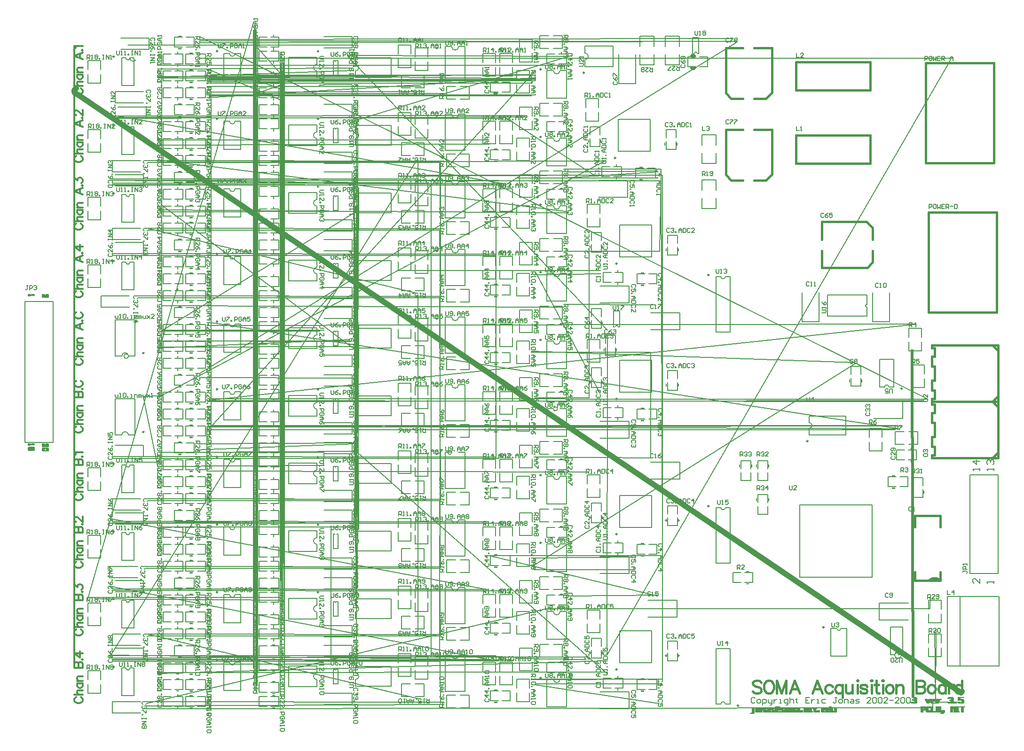
<source format=gto>
%FSLAX23Y23*%
%MOIN*%
G70*
G01*
G75*
<<<<<<< .mine
%ADD10R,0.079X0.087*%
%ADD11R,0.059X0.051*%
%ADD12R,0.039X0.024*%
%ADD13R,0.079X0.047*%
%ADD14R,0.016X0.085*%
%ADD15R,0.016X0.085*%
%ADD16R,0.024X0.055*%
%ADD17R,0.039X0.043*%
%ADD18R,0.071X0.063*%
%ADD19R,0.043X0.039*%
%ADD20R,0.048X0.017*%
%ADD21O,0.048X0.017*%
%ADD22R,0.031X0.142*%
%ADD23R,0.051X0.059*%
%ADD24R,0.081X0.024*%
%ADD25R,0.091X0.059*%
%ADD26R,0.124X0.136*%
%ADD27R,0.087X0.079*%
%ADD28R,0.142X0.031*%
%ADD29R,0.087X0.024*%
%ADD30R,0.087X0.024*%
%ADD31R,0.012X0.063*%
%ADD32R,0.063X0.012*%
%ADD33R,0.065X0.012*%
%ADD34R,0.085X0.016*%
%ADD35R,0.085X0.016*%
%ADD36R,0.061X0.024*%
%ADD37R,0.012X0.057*%
%ADD38R,0.101X0.062*%
%ADD39R,0.015X0.060*%
%ADD40R,0.256X0.036*%
%ADD41R,0.078X0.062*%
%ADD42R,0.012X0.061*%
%ADD43R,0.061X0.012*%
%ADD44R,0.073X0.024*%
%ADD45C,0.010*%
%ADD46C,0.016*%
%ADD47C,0.008*%
%ADD48C,0.012*%
%ADD49C,0.020*%
%ADD50C,0.040*%
%ADD51C,0.030*%
%ADD52C,0.060*%
%ADD53C,0.150*%
%ADD54C,0.087*%
%ADD55C,0.157*%
%ADD56C,0.059*%
%ADD57R,0.059X0.059*%
%ADD58C,0.020*%
%ADD59C,0.025*%
%ADD60C,0.040*%
%ADD61C,0.008*%
%ADD62C,0.010*%
%ADD63C,0.007*%
%ADD64R,0.008X0.020*%
%ADD65R,0.020X0.008*%
%ADD66C,0.002*%
%ADD67R,0.020X0.008*%
%ADD68R,0.008X0.020*%
D45*
X8540Y4020D02*
G03*
X8460Y4020I-40J-40D01*
G01*
X7019Y7801D02*
X7141D01*
X7019Y7478D02*
Y7801D01*
Y7478D02*
X7058Y7439D01*
X7141D01*
X7219D02*
X7302D01*
X7345Y7482D01*
Y7801D01*
X7219D02*
X7345D01*
X8580Y4890D02*
X8920D01*
X8580Y5290D02*
X8920D01*
X8480Y4890D02*
Y4910D01*
X8500D01*
Y4970D01*
X8480D02*
X8500D01*
X8480D02*
Y5040D01*
X8500D01*
Y5140D01*
X8480D02*
X8500D01*
X8480D02*
Y5210D01*
X8500D01*
Y5270D01*
X8480D02*
X8500D01*
X8480D02*
Y5290D01*
X8580D01*
X8480Y4890D02*
X8590D01*
X8880D02*
X8950D01*
Y5290D01*
X8920D02*
X8950D01*
X8910Y4890D02*
X8950Y4930D01*
X8910Y5290D02*
X8950Y5250D01*
X8580Y5290D02*
X8920D01*
X8580Y5690D02*
X8920D01*
X8480Y5290D02*
Y5310D01*
X8500D01*
Y5370D01*
X8480D02*
X8500D01*
X8480D02*
Y5440D01*
X8500D01*
Y5540D01*
X8480D02*
X8500D01*
X8480D02*
Y5610D01*
X8500D01*
Y5670D01*
X8480D02*
X8500D01*
X8480D02*
Y5690D01*
X8580D01*
X8480Y5290D02*
X8590D01*
X8880D02*
X8950D01*
Y5690D01*
X8920D02*
X8950D01*
X8910Y5290D02*
X8950Y5330D01*
X8910Y5690D02*
X8950Y5650D01*
X8540Y4020D02*
Y4080D01*
X8360Y4020D02*
X8540D01*
X8360D02*
Y4080D01*
Y4400D02*
Y4480D01*
X8540D01*
Y4400D02*
Y4480D01*
X8043Y7500D02*
Y7600D01*
X7517Y7500D02*
X8043D01*
X7517D02*
Y7700D01*
X8043D01*
Y7600D02*
Y7700D01*
X8435Y6983D02*
X8919D01*
Y7692D01*
X8435D02*
X8919D01*
X8435Y6983D02*
Y7692D01*
X7219Y7221D02*
X7345D01*
Y6902D02*
Y7221D01*
X7302Y6859D02*
X7345Y6902D01*
X7219Y6859D02*
X7302D01*
X7058D02*
X7141D01*
X7019Y6898D02*
X7058Y6859D01*
X7019Y6898D02*
Y7221D01*
X7141D01*
X8043Y6980D02*
Y7080D01*
X7517Y6980D02*
X8043D01*
X7517D02*
Y7180D01*
X8043D01*
Y7080D02*
Y7180D01*
X7699Y6439D02*
Y6565D01*
X8018D01*
X8061Y6522D01*
Y6439D02*
Y6522D01*
Y6278D02*
Y6361D01*
X8022Y6239D02*
X8061Y6278D01*
X7699Y6239D02*
X8022D01*
X7699D02*
Y6361D01*
X8455Y5923D02*
X8939D01*
Y6632D01*
X8455D02*
X8939D01*
X8455Y5923D02*
Y6632D01*
D46*
X7270Y3297D02*
X7261Y3306D01*
X7249Y3310D01*
=======
%ADD10R,0.087X0.079*%
%ADD11R,0.079X0.087*%
%ADD12R,0.073X0.024*%
%ADD13R,0.061X0.012*%
%ADD14R,0.012X0.061*%
%ADD15R,0.081X0.024*%
%ADD16R,0.059X0.051*%
%ADD17R,0.078X0.062*%
%ADD18R,0.256X0.036*%
%ADD19R,0.015X0.060*%
%ADD20R,0.101X0.062*%
%ADD21R,0.043X0.039*%
%ADD22R,0.012X0.057*%
%ADD23R,0.039X0.043*%
%ADD24R,0.087X0.024*%
%ADD25R,0.085X0.016*%
%ADD26R,0.051X0.059*%
%ADD27R,0.061X0.024*%
%ADD28R,0.085X0.016*%
%ADD29R,0.063X0.012*%
%ADD30R,0.012X0.063*%
%ADD31R,0.016X0.085*%
%ADD32R,0.016X0.085*%
%ADD33R,0.065X0.012*%
%ADD34R,0.048X0.017*%
%ADD35O,0.048X0.017*%
%ADD36R,0.024X0.055*%
%ADD37R,0.079X0.047*%
%ADD38R,0.087X0.024*%
%ADD39R,0.142X0.031*%
%ADD40R,0.071X0.063*%
%ADD41R,0.124X0.136*%
%ADD42R,0.031X0.142*%
%ADD43R,0.039X0.024*%
%ADD44R,0.091X0.059*%
%ADD45C,0.016*%
%ADD46C,0.010*%
%ADD47C,0.008*%
%ADD48C,0.040*%
%ADD49C,0.012*%
%ADD50C,0.020*%
%ADD51C,0.030*%
%ADD52R,0.059X0.059*%
%ADD53C,0.059*%
%ADD54C,0.020*%
%ADD55C,0.150*%
%ADD56C,0.157*%
%ADD57C,0.087*%
%ADD58C,0.060*%
%ADD59C,0.025*%
%ADD60C,0.040*%
%ADD61C,0.010*%
%ADD62C,0.008*%
%ADD63C,0.007*%
%ADD64R,0.020X0.008*%
%ADD65C,0.002*%
%ADD66R,0.008X0.020*%
%ADD67R,0.020X0.008*%
%ADD68R,0.008X0.020*%
D45*
X7270Y3297D02*
X7261Y3306D01*
X7249Y3310D01*
>>>>>>> .r577
X7231D01*
X7219Y3306D01*
X7210Y3297D01*
Y3289D01*
X7214Y3280D01*
X7219Y3276D01*
X7227Y3271D01*
X7253Y3263D01*
X7261Y3259D01*
X7266Y3254D01*
X7270Y3246D01*
Y3233D01*
X7261Y3224D01*
X7249Y3220D01*
X7231D01*
X7219Y3224D01*
X7210Y3233D01*
X7316Y3310D02*
X7307Y3306D01*
X7299Y3297D01*
X7294Y3289D01*
X7290Y3276D01*
Y3254D01*
X7294Y3241D01*
X7299Y3233D01*
X7307Y3224D01*
X7316Y3220D01*
X7333D01*
X7342Y3224D01*
X7350Y3233D01*
X7354Y3241D01*
X7359Y3254D01*
Y3276D01*
X7354Y3289D01*
X7350Y3297D01*
X7342Y3306D01*
X7333Y3310D01*
X7316D01*
X7380D02*
Y3220D01*
Y3310D02*
X7414Y3220D01*
X7448Y3310D02*
X7414Y3220D01*
X7448Y3310D02*
Y3220D01*
X7543D02*
X7508Y3310D01*
X7474Y3220D01*
X7487Y3250D02*
X7530D01*
X7703Y3220D02*
X7668Y3310D01*
X7634Y3220D01*
X7647Y3250D02*
X7690D01*
X7775Y3267D02*
X7767Y3276D01*
X7758Y3280D01*
X7745D01*
X7737Y3276D01*
X7728Y3267D01*
X7724Y3254D01*
Y3246D01*
X7728Y3233D01*
X7737Y3224D01*
X7745Y3220D01*
X7758D01*
X7767Y3224D01*
X7775Y3233D01*
X7846Y3280D02*
Y3190D01*
Y3267D02*
X7837Y3276D01*
X7829Y3280D01*
X7816D01*
X7807Y3276D01*
X7799Y3267D01*
X7794Y3254D01*
Y3246D01*
X7799Y3233D01*
X7807Y3224D01*
X7816Y3220D01*
X7829D01*
X7837Y3224D01*
X7846Y3233D01*
X7870Y3280D02*
Y3237D01*
X7874Y3224D01*
X7883Y3220D01*
X7896D01*
X7904Y3224D01*
X7917Y3237D01*
Y3280D02*
Y3220D01*
X7949Y3310D02*
X7953Y3306D01*
X7958Y3310D01*
X7953Y3314D01*
X7949Y3310D01*
X7953Y3280D02*
Y3220D01*
X8021Y3267D02*
X8016Y3276D01*
X8004Y3280D01*
X7991D01*
X7978Y3276D01*
X7974Y3267D01*
X7978Y3259D01*
X7986Y3254D01*
X8008Y3250D01*
X8016Y3246D01*
X8021Y3237D01*
Y3233D01*
X8016Y3224D01*
X8004Y3220D01*
X7991D01*
X7978Y3224D01*
X7974Y3233D01*
X8048Y3310D02*
X8052Y3306D01*
X8057Y3310D01*
X8052Y3314D01*
X8048Y3310D01*
X8052Y3280D02*
Y3220D01*
X8085Y3310D02*
Y3237D01*
X8090Y3224D01*
X8098Y3220D01*
X8107D01*
X8073Y3280D02*
X8103D01*
X8128Y3310D02*
X8133Y3306D01*
X8137Y3310D01*
X8133Y3314D01*
X8128Y3310D01*
X8133Y3280D02*
Y3220D01*
X8174Y3280D02*
X8166Y3276D01*
X8157Y3267D01*
X8153Y3254D01*
Y3246D01*
X8157Y3233D01*
X8166Y3224D01*
X8174Y3220D01*
X8187D01*
X8196Y3224D01*
X8204Y3233D01*
X8208Y3246D01*
Y3254D01*
X8204Y3267D01*
X8196Y3276D01*
X8187Y3280D01*
X8174D01*
X8228D02*
Y3220D01*
Y3263D02*
X8241Y3276D01*
X8249Y3280D01*
X8262D01*
X8271Y3276D01*
X8275Y3263D01*
Y3220D01*
X8369Y3310D02*
Y3220D01*
Y3310D02*
X8408D01*
X8421Y3306D01*
X8425Y3301D01*
X8429Y3293D01*
Y3284D01*
X8425Y3276D01*
X8421Y3271D01*
X8408Y3267D01*
X8369D02*
X8408D01*
X8421Y3263D01*
X8425Y3259D01*
X8429Y3250D01*
Y3237D01*
X8425Y3229D01*
X8421Y3224D01*
X8408Y3220D01*
X8369D01*
X8471Y3280D02*
X8462Y3276D01*
X8454Y3267D01*
X8450Y3254D01*
Y3246D01*
X8454Y3233D01*
X8462Y3224D01*
X8471Y3220D01*
X8484D01*
X8492Y3224D01*
X8501Y3233D01*
X8505Y3246D01*
Y3254D01*
X8501Y3267D01*
X8492Y3276D01*
X8484Y3280D01*
X8471D01*
X8576D02*
Y3220D01*
Y3267D02*
X8568Y3276D01*
X8559Y3280D01*
X8546D01*
X8538Y3276D01*
X8529Y3267D01*
X8525Y3254D01*
Y3246D01*
X8529Y3233D01*
X8538Y3224D01*
X8546Y3220D01*
X8559D01*
X8568Y3224D01*
X8576Y3233D01*
X8600Y3280D02*
Y3220D01*
Y3254D02*
X8605Y3267D01*
X8613Y3276D01*
X8622Y3280D01*
X8635D01*
X8694Y3310D02*
Y3220D01*
Y3267D02*
X8686Y3276D01*
X8677Y3280D01*
X8664D01*
X8656Y3276D01*
X8647Y3267D01*
X8643Y3254D01*
Y3246D01*
X8647Y3233D01*
X8656Y3224D01*
X8664Y3220D01*
X8677D01*
<<<<<<< .mine
X8686Y3224D01*
X8694Y3233D01*
D47*
X8680Y3414D02*
Y3906D01*
X8590Y3414D02*
X8957D01*
X8590Y3906D02*
X8957D01*
Y3414D02*
Y3906D01*
X8590Y3414D02*
Y3906D01*
X8920Y4800D02*
Y4817D01*
Y4808D01*
X8870D01*
X8878Y4800D01*
Y4842D02*
X8870Y4850D01*
Y4867D01*
X8878Y4875D01*
X8887D01*
X8895Y4867D01*
Y4858D01*
Y4867D01*
X8903Y4875D01*
X8912D01*
X8920Y4867D01*
Y4850D01*
X8912Y4842D01*
X8820Y4800D02*
Y4817D01*
Y4808D01*
X8770D01*
X8778Y4800D01*
X8820Y4867D02*
X8770D01*
X8795Y4842D01*
Y4875D01*
X8920Y4000D02*
Y4017D01*
Y4008D01*
X8870D01*
X8878Y4000D01*
X8820Y4033D02*
Y4000D01*
X8787Y4033D01*
X8778D01*
X8770Y4025D01*
Y4008D01*
X8778Y4000D01*
D48*
X2414Y7513D02*
X2409Y7510D01*
X2403Y7504D01*
X2400Y7499D01*
Y7487D01*
X2403Y7481D01*
X2409Y7476D01*
X2414Y7473D01*
X2423Y7470D01*
=======
X8686Y3224D01*
X8694Y3233D01*
D46*
X8540Y4020D02*
G03*
X8460Y4020I-40J-40D01*
G01*
X8455Y5923D02*
Y6632D01*
X8939D01*
Y5923D02*
Y6632D01*
X8455Y5923D02*
X8939D01*
X7699Y6239D02*
Y6361D01*
Y6239D02*
X8022D01*
X8061Y6278D01*
Y6361D01*
Y6439D02*
Y6522D01*
X8018Y6565D02*
X8061Y6522D01*
X7699Y6565D02*
X8018D01*
X7699Y6439D02*
Y6565D01*
X8043Y7080D02*
Y7180D01*
X7517D02*
X8043D01*
X7517Y6980D02*
Y7180D01*
Y6980D02*
X8043D01*
Y7080D01*
X7019Y7221D02*
X7141D01*
X7019Y6898D02*
Y7221D01*
Y6898D02*
X7058Y6859D01*
X7141D01*
X7219D02*
X7302D01*
X7345Y6902D01*
Y7221D01*
X7219D02*
X7345D01*
X8435Y6983D02*
Y7692D01*
X8919D01*
Y6983D02*
Y7692D01*
X8435Y6983D02*
X8919D01*
X8043Y7600D02*
Y7700D01*
X7517D02*
X8043D01*
X7517Y7500D02*
Y7700D01*
Y7500D02*
X8043D01*
Y7600D01*
X8540Y4400D02*
Y4480D01*
X8360D02*
X8540D01*
X8360Y4400D02*
Y4480D01*
Y4020D02*
Y4080D01*
Y4020D02*
X8540D01*
Y4080D01*
X8910Y5690D02*
X8950Y5650D01*
X8910Y5290D02*
X8950Y5330D01*
X8920Y5690D02*
X8950D01*
Y5290D02*
Y5690D01*
X8880Y5290D02*
X8950D01*
X8480D02*
X8590D01*
X8480Y5690D02*
X8580D01*
X8480Y5670D02*
Y5690D01*
Y5670D02*
X8500D01*
Y5610D02*
Y5670D01*
X8480Y5610D02*
X8500D01*
X8480Y5540D02*
Y5610D01*
Y5540D02*
X8500D01*
Y5440D02*
Y5540D01*
X8480Y5440D02*
X8500D01*
X8480Y5370D02*
Y5440D01*
Y5370D02*
X8500D01*
Y5310D02*
Y5370D01*
X8480Y5310D02*
X8500D01*
X8480Y5290D02*
Y5310D01*
X8580Y5690D02*
X8920D01*
X8580Y5290D02*
X8920D01*
X8910D02*
X8950Y5250D01*
X8910Y4890D02*
X8950Y4930D01*
X8920Y5290D02*
X8950D01*
Y4890D02*
Y5290D01*
X8880Y4890D02*
X8950D01*
X8480D02*
X8590D01*
X8480Y5290D02*
X8580D01*
X8480Y5270D02*
Y5290D01*
Y5270D02*
X8500D01*
Y5210D02*
Y5270D01*
X8480Y5210D02*
X8500D01*
X8480Y5140D02*
Y5210D01*
Y5140D02*
X8500D01*
Y5040D02*
Y5140D01*
X8480Y5040D02*
X8500D01*
X8480Y4970D02*
Y5040D01*
Y4970D02*
X8500D01*
Y4910D02*
Y4970D01*
X8480Y4910D02*
X8500D01*
X8480Y4890D02*
Y4910D01*
X8580Y5290D02*
X8920D01*
X8580Y4890D02*
X8920D01*
X7219Y7801D02*
X7345D01*
Y7482D02*
Y7801D01*
X7302Y7439D02*
X7345Y7482D01*
X7219Y7439D02*
X7302D01*
X7058D02*
X7141D01*
X7019Y7478D02*
X7058Y7439D01*
X7019Y7478D02*
Y7801D01*
X7141D01*
D47*
X8590Y3414D02*
Y3906D01*
X8957Y3414D02*
Y3906D01*
X8590D02*
X8957D01*
X8590Y3414D02*
X8957D01*
X8680D02*
Y3906D01*
X8820Y4033D02*
Y4000D01*
X8787Y4033D01*
X8778D01*
X8770Y4025D01*
Y4008D01*
X8778Y4000D01*
X8920D02*
Y4017D01*
Y4008D01*
X8870D01*
X8878Y4000D01*
X8820Y4800D02*
Y4817D01*
Y4808D01*
X8770D01*
X8778Y4800D01*
X8820Y4867D02*
X8770D01*
X8795Y4842D01*
Y4875D01*
X8920Y4800D02*
Y4817D01*
Y4808D01*
X8870D01*
X8878Y4800D01*
Y4842D02*
X8870Y4850D01*
Y4867D01*
X8878Y4875D01*
X8887D01*
X8895Y4867D01*
Y4858D01*
Y4867D01*
X8903Y4875D01*
X8912D01*
X8920Y4867D01*
Y4850D01*
X8912Y4842D01*
D49*
X2414Y3193D02*
X2409Y3190D01*
X2403Y3184D01*
X2400Y3179D01*
Y3167D01*
X2403Y3161D01*
X2409Y3156D01*
X2414Y3153D01*
X2423Y3150D01*
>>>>>>> .r577
X2437D01*
X2446Y3153D01*
X2451Y3156D01*
X2457Y3161D01*
X2460Y3167D01*
Y3179D01*
X2457Y3184D01*
X2451Y3190D01*
X2446Y3193D01*
X2400Y3210D02*
X2460D01*
X2431D02*
X2423Y3218D01*
X2420Y3224D01*
Y3233D01*
X2423Y3238D01*
X2431Y3241D01*
X2460D01*
X2420Y3291D02*
X2460D01*
X2429D02*
X2423Y3285D01*
X2420Y3280D01*
Y3271D01*
X2423Y3265D01*
X2429Y3260D01*
X2437Y3257D01*
X2443D01*
X2451Y3260D01*
X2457Y3265D01*
X2460Y3271D01*
Y3280D01*
X2457Y3285D01*
X2451Y3291D01*
X2420Y3307D02*
X2460D01*
X2431D02*
X2423Y3316D01*
X2420Y3321D01*
Y3330D01*
X2423Y3336D01*
X2431Y3339D01*
X2460D01*
X2400Y3401D02*
X2460D01*
X2400D02*
Y3427D01*
X2403Y3436D01*
X2406Y3439D01*
X2411Y3441D01*
X2417D01*
X2423Y3439D01*
X2426Y3436D01*
X2429Y3427D01*
Y3401D02*
Y3427D01*
X2431Y3436D01*
X2434Y3439D01*
X2440Y3441D01*
X2449D01*
X2454Y3439D01*
X2457Y3436D01*
X2460Y3427D01*
Y3401D01*
X2454Y3458D02*
X2457Y3455D01*
X2460Y3458D01*
X2457Y3461D01*
X2454Y3458D01*
X2400Y3502D02*
X2440Y3474D01*
Y3516D01*
X2400Y3502D02*
X2460D01*
X2414Y3673D02*
X2409Y3670D01*
X2403Y3664D01*
X2400Y3659D01*
Y3647D01*
X2403Y3641D01*
X2409Y3636D01*
X2414Y3633D01*
X2423Y3630D01*
X2437D01*
X2446Y3633D01*
X2451Y3636D01*
X2457Y3641D01*
X2460Y3647D01*
Y3659D01*
X2457Y3664D01*
X2451Y3670D01*
X2446Y3673D01*
X2400Y3690D02*
X2460D01*
X2431D02*
X2423Y3698D01*
X2420Y3704D01*
Y3713D01*
X2423Y3718D01*
X2431Y3721D01*
X2460D01*
X2420Y3771D02*
X2460D01*
X2429D02*
X2423Y3765D01*
X2420Y3760D01*
Y3751D01*
X2423Y3745D01*
X2429Y3740D01*
X2437Y3737D01*
X2443D01*
X2451Y3740D01*
X2457Y3745D01*
X2460Y3751D01*
Y3760D01*
X2457Y3765D01*
X2451Y3771D01*
X2420Y3787D02*
X2460D01*
X2431D02*
X2423Y3796D01*
X2420Y3801D01*
Y3810D01*
X2423Y3816D01*
X2431Y3819D01*
X2460D01*
X2400Y3881D02*
X2460D01*
X2400D02*
Y3907D01*
X2403Y3916D01*
X2406Y3919D01*
X2411Y3921D01*
X2417D01*
X2423Y3919D01*
X2426Y3916D01*
X2429Y3907D01*
Y3881D02*
Y3907D01*
X2431Y3916D01*
X2434Y3919D01*
X2440Y3921D01*
X2449D01*
X2454Y3919D01*
X2457Y3916D01*
X2460Y3907D01*
Y3881D01*
X2454Y3938D02*
X2457Y3935D01*
X2460Y3938D01*
X2457Y3941D01*
X2454Y3938D01*
X2400Y3959D02*
Y3991D01*
X2423Y3974D01*
Y3982D01*
X2426Y3988D01*
X2429Y3991D01*
X2437Y3994D01*
X2443D01*
X2451Y3991D01*
X2457Y3985D01*
X2460Y3976D01*
Y3968D01*
X2457Y3959D01*
X2454Y3957D01*
X2449Y3954D01*
X2414Y4153D02*
X2409Y4150D01*
X2403Y4144D01*
X2400Y4139D01*
Y4127D01*
X2403Y4121D01*
X2409Y4116D01*
X2414Y4113D01*
X2423Y4110D01*
X2437D01*
X2446Y4113D01*
X2451Y4116D01*
X2457Y4121D01*
X2460Y4127D01*
Y4139D01*
X2457Y4144D01*
X2451Y4150D01*
X2446Y4153D01*
X2400Y4170D02*
X2460D01*
X2431D02*
X2423Y4178D01*
X2420Y4184D01*
Y4193D01*
X2423Y4198D01*
X2431Y4201D01*
X2460D01*
X2420Y4251D02*
X2460D01*
X2429D02*
X2423Y4245D01*
X2420Y4240D01*
Y4231D01*
X2423Y4225D01*
X2429Y4220D01*
X2437Y4217D01*
X2443D01*
X2451Y4220D01*
X2457Y4225D01*
X2460Y4231D01*
Y4240D01*
X2457Y4245D01*
X2451Y4251D01*
X2420Y4267D02*
X2460D01*
X2431D02*
X2423Y4276D01*
X2420Y4281D01*
Y4290D01*
X2423Y4296D01*
X2431Y4299D01*
X2460D01*
X2400Y4361D02*
X2460D01*
X2400D02*
Y4387D01*
X2403Y4396D01*
X2406Y4399D01*
X2411Y4401D01*
X2417D01*
X2423Y4399D01*
X2426Y4396D01*
X2429Y4387D01*
Y4361D02*
Y4387D01*
X2431Y4396D01*
X2434Y4399D01*
X2440Y4401D01*
X2449D01*
X2454Y4399D01*
X2457Y4396D01*
X2460Y4387D01*
Y4361D01*
X2454Y4418D02*
X2457Y4415D01*
X2460Y4418D01*
X2457Y4421D01*
X2454Y4418D01*
X2414Y4437D02*
X2411D01*
X2406Y4439D01*
X2403Y4442D01*
X2400Y4448D01*
Y4459D01*
X2403Y4465D01*
X2406Y4468D01*
X2411Y4471D01*
X2417D01*
X2423Y4468D01*
X2431Y4462D01*
X2460Y4434D01*
Y4474D01*
X2414Y4633D02*
X2409Y4630D01*
X2403Y4624D01*
X2400Y4619D01*
Y4607D01*
X2403Y4601D01*
X2409Y4596D01*
X2414Y4593D01*
X2423Y4590D01*
X2437D01*
X2446Y4593D01*
X2451Y4596D01*
X2457Y4601D01*
X2460Y4607D01*
Y4619D01*
X2457Y4624D01*
X2451Y4630D01*
X2446Y4633D01*
X2400Y4650D02*
X2460D01*
X2431D02*
X2423Y4658D01*
X2420Y4664D01*
Y4673D01*
X2423Y4678D01*
X2431Y4681D01*
X2460D01*
X2420Y4731D02*
X2460D01*
X2429D02*
X2423Y4725D01*
X2420Y4720D01*
Y4711D01*
X2423Y4705D01*
X2429Y4700D01*
X2437Y4697D01*
X2443D01*
X2451Y4700D01*
X2457Y4705D01*
X2460Y4711D01*
Y4720D01*
X2457Y4725D01*
X2451Y4731D01*
X2420Y4747D02*
X2460D01*
X2431D02*
X2423Y4756D01*
X2420Y4761D01*
Y4770D01*
X2423Y4776D01*
X2431Y4779D01*
X2460D01*
X2400Y4841D02*
X2460D01*
X2400D02*
Y4867D01*
X2403Y4876D01*
X2406Y4879D01*
X2411Y4881D01*
X2417D01*
X2423Y4879D01*
X2426Y4876D01*
X2429Y4867D01*
Y4841D02*
Y4867D01*
X2431Y4876D01*
X2434Y4879D01*
X2440Y4881D01*
X2449D01*
X2454Y4879D01*
X2457Y4876D01*
X2460Y4867D01*
Y4841D01*
X2454Y4898D02*
X2457Y4895D01*
X2460Y4898D01*
X2457Y4901D01*
X2454Y4898D01*
X2411Y4914D02*
X2409Y4919D01*
X2400Y4928D01*
X2460D01*
X2414Y5113D02*
X2409Y5110D01*
X2403Y5104D01*
X2400Y5099D01*
Y5087D01*
X2403Y5081D01*
X2409Y5076D01*
X2414Y5073D01*
X2423Y5070D01*
X2437D01*
X2446Y5073D01*
X2451Y5076D01*
X2457Y5081D01*
X2460Y5087D01*
Y5099D01*
X2457Y5104D01*
X2451Y5110D01*
X2446Y5113D01*
X2400Y5130D02*
X2460D01*
X2431D02*
X2423Y5138D01*
X2420Y5144D01*
Y5153D01*
X2423Y5158D01*
X2431Y5161D01*
X2460D01*
X2420Y5211D02*
X2460D01*
X2429D02*
X2423Y5205D01*
X2420Y5200D01*
Y5191D01*
X2423Y5185D01*
X2429Y5180D01*
X2437Y5177D01*
X2443D01*
X2451Y5180D01*
X2457Y5185D01*
X2460Y5191D01*
Y5200D01*
X2457Y5205D01*
X2451Y5211D01*
X2420Y5227D02*
X2460D01*
X2431D02*
X2423Y5236D01*
X2420Y5241D01*
Y5250D01*
X2423Y5256D01*
X2431Y5259D01*
X2460D01*
X2400Y5321D02*
X2460D01*
X2400D02*
Y5347D01*
X2403Y5356D01*
X2406Y5359D01*
X2411Y5361D01*
X2417D01*
X2423Y5359D01*
X2426Y5356D01*
X2429Y5347D01*
Y5321D02*
Y5347D01*
X2431Y5356D01*
X2434Y5359D01*
X2440Y5361D01*
X2449D01*
X2454Y5359D01*
X2457Y5356D01*
X2460Y5347D01*
Y5321D01*
X2454Y5378D02*
X2457Y5375D01*
X2460Y5378D01*
X2457Y5381D01*
X2454Y5378D01*
X2414Y5436D02*
X2409Y5434D01*
X2403Y5428D01*
X2400Y5422D01*
Y5411D01*
X2403Y5405D01*
X2409Y5399D01*
X2414Y5397D01*
X2423Y5394D01*
X2437D01*
X2446Y5397D01*
X2451Y5399D01*
X2457Y5405D01*
X2460Y5411D01*
Y5422D01*
X2457Y5428D01*
X2451Y5434D01*
X2446Y5436D01*
X2414Y5593D02*
X2409Y5590D01*
X2403Y5584D01*
X2400Y5579D01*
Y5567D01*
X2403Y5561D01*
X2409Y5556D01*
X2414Y5553D01*
X2423Y5550D01*
X2437D01*
X2446Y5553D01*
X2451Y5556D01*
X2457Y5561D01*
X2460Y5567D01*
Y5579D01*
X2457Y5584D01*
X2451Y5590D01*
X2446Y5593D01*
X2400Y5610D02*
X2460D01*
X2431D02*
X2423Y5618D01*
X2420Y5624D01*
Y5633D01*
X2423Y5638D01*
X2431Y5641D01*
X2460D01*
X2420Y5691D02*
X2460D01*
X2429D02*
X2423Y5685D01*
X2420Y5680D01*
Y5671D01*
X2423Y5665D01*
X2429Y5660D01*
X2437Y5657D01*
X2443D01*
X2451Y5660D01*
X2457Y5665D01*
X2460Y5671D01*
Y5680D01*
X2457Y5685D01*
X2451Y5691D01*
X2420Y5707D02*
X2460D01*
X2431D02*
X2423Y5716D01*
X2420Y5721D01*
Y5730D01*
X2423Y5736D01*
X2431Y5739D01*
X2460D01*
Y5847D02*
X2400Y5824D01*
X2460Y5801D01*
X2440Y5810D02*
Y5839D01*
X2454Y5864D02*
X2457Y5861D01*
X2460Y5864D01*
X2457Y5867D01*
X2454Y5864D01*
X2414Y5923D02*
X2409Y5920D01*
X2403Y5914D01*
X2400Y5908D01*
Y5897D01*
X2403Y5891D01*
X2409Y5886D01*
X2414Y5883D01*
X2423Y5880D01*
X2437D01*
X2446Y5883D01*
X2451Y5886D01*
X2457Y5891D01*
X2460Y5897D01*
Y5908D01*
X2457Y5914D01*
X2451Y5920D01*
X2446Y5923D01*
X2414Y6553D02*
X2409Y6550D01*
X2403Y6544D01*
X2400Y6539D01*
Y6527D01*
X2403Y6521D01*
X2409Y6516D01*
X2414Y6513D01*
X2423Y6510D01*
X2437D01*
X2446Y6513D01*
X2451Y6516D01*
X2457Y6521D01*
X2460Y6527D01*
Y6539D01*
X2457Y6544D01*
X2451Y6550D01*
X2446Y6553D01*
X2400Y6570D02*
X2460D01*
X2431D02*
X2423Y6578D01*
X2420Y6584D01*
Y6593D01*
X2423Y6598D01*
X2431Y6601D01*
X2460D01*
X2420Y6651D02*
X2460D01*
X2429D02*
X2423Y6645D01*
X2420Y6640D01*
Y6631D01*
X2423Y6625D01*
X2429Y6620D01*
X2437Y6617D01*
X2443D01*
X2451Y6620D01*
X2457Y6625D01*
X2460Y6631D01*
Y6640D01*
X2457Y6645D01*
X2451Y6651D01*
X2420Y6667D02*
X2460D01*
X2431D02*
X2423Y6676D01*
X2420Y6681D01*
Y6690D01*
X2423Y6696D01*
X2431Y6699D01*
X2460D01*
Y6807D02*
X2400Y6784D01*
X2460Y6761D01*
X2440Y6770D02*
Y6799D01*
X2454Y6824D02*
X2457Y6821D01*
X2460Y6824D01*
X2457Y6827D01*
X2454Y6824D01*
X2400Y6846D02*
Y6877D01*
X2423Y6860D01*
Y6868D01*
X2426Y6874D01*
X2429Y6877D01*
X2437Y6880D01*
X2443D01*
X2451Y6877D01*
X2457Y6871D01*
X2460Y6863D01*
Y6854D01*
X2457Y6846D01*
X2454Y6843D01*
X2449Y6840D01*
X2414Y6073D02*
X2409Y6070D01*
X2403Y6064D01*
X2400Y6059D01*
Y6047D01*
X2403Y6041D01*
X2409Y6036D01*
X2414Y6033D01*
X2423Y6030D01*
X2437D01*
X2446Y6033D01*
X2451Y6036D01*
X2457Y6041D01*
X2460Y6047D01*
Y6059D01*
X2457Y6064D01*
X2451Y6070D01*
X2446Y6073D01*
X2400Y6090D02*
X2460D01*
X2431D02*
X2423Y6098D01*
X2420Y6104D01*
Y6113D01*
X2423Y6118D01*
X2431Y6121D01*
X2460D01*
X2420Y6171D02*
X2460D01*
X2429D02*
X2423Y6165D01*
X2420Y6160D01*
Y6151D01*
X2423Y6145D01*
X2429Y6140D01*
X2437Y6137D01*
X2443D01*
X2451Y6140D01*
X2457Y6145D01*
X2460Y6151D01*
Y6160D01*
X2457Y6165D01*
X2451Y6171D01*
X2420Y6187D02*
X2460D01*
X2431D02*
X2423Y6196D01*
X2420Y6201D01*
Y6210D01*
X2423Y6216D01*
X2431Y6219D01*
X2460D01*
Y6327D02*
X2400Y6304D01*
X2460Y6281D01*
X2440Y6290D02*
Y6319D01*
X2454Y6344D02*
X2457Y6341D01*
X2460Y6344D01*
X2457Y6347D01*
X2454Y6344D01*
X2400Y6388D02*
X2440Y6360D01*
Y6403D01*
X2400Y6388D02*
X2460D01*
X2414Y7033D02*
X2409Y7030D01*
X2403Y7024D01*
X2400Y7019D01*
Y7007D01*
X2403Y7001D01*
X2409Y6996D01*
X2414Y6993D01*
X2423Y6990D01*
X2437D01*
X2446Y6993D01*
X2451Y6996D01*
X2457Y7001D01*
X2460Y7007D01*
Y7019D01*
X2457Y7024D01*
X2451Y7030D01*
X2446Y7033D01*
X2400Y7050D02*
X2460D01*
X2431D02*
X2423Y7058D01*
X2420Y7064D01*
Y7073D01*
X2423Y7078D01*
X2431Y7081D01*
X2460D01*
X2420Y7131D02*
X2460D01*
X2429D02*
X2423Y7125D01*
X2420Y7120D01*
Y7111D01*
X2423Y7105D01*
X2429Y7100D01*
X2437Y7097D01*
X2443D01*
X2451Y7100D01*
X2457Y7105D01*
X2460Y7111D01*
Y7120D01*
X2457Y7125D01*
X2451Y7131D01*
X2420Y7147D02*
X2460D01*
X2431D02*
X2423Y7156D01*
X2420Y7161D01*
Y7170D01*
X2423Y7176D01*
X2431Y7179D01*
X2460D01*
Y7287D02*
X2400Y7264D01*
X2460Y7241D01*
X2440Y7250D02*
Y7279D01*
X2454Y7304D02*
X2457Y7301D01*
X2460Y7304D01*
X2457Y7307D01*
X2454Y7304D01*
X2414Y7323D02*
X2411D01*
X2406Y7326D01*
X2403Y7328D01*
X2400Y7334D01*
Y7346D01*
X2403Y7351D01*
X2406Y7354D01*
X2411Y7357D01*
X2417D01*
X2423Y7354D01*
X2431Y7348D01*
X2460Y7320D01*
Y7360D01*
X2414Y7513D02*
X2409Y7510D01*
X2403Y7504D01*
X2400Y7499D01*
Y7487D01*
X2403Y7481D01*
X2409Y7476D01*
X2414Y7473D01*
X2423Y7470D01*
X2437D01*
X2446Y7473D01*
X2451Y7476D01*
X2457Y7481D01*
X2460Y7487D01*
Y7499D01*
X2457Y7504D01*
X2451Y7510D01*
X2446Y7513D01*
X2400Y7530D02*
X2460D01*
X2431D02*
X2423Y7538D01*
X2420Y7544D01*
Y7553D01*
X2423Y7558D01*
X2431Y7561D01*
X2460D01*
X2420Y7611D02*
X2460D01*
X2429D02*
X2423Y7605D01*
X2420Y7600D01*
Y7591D01*
X2423Y7585D01*
X2429Y7580D01*
X2437Y7577D01*
X2443D01*
X2451Y7580D01*
X2457Y7585D01*
X2460Y7591D01*
Y7600D01*
X2457Y7605D01*
X2451Y7611D01*
X2420Y7627D02*
X2460D01*
X2431D02*
X2423Y7636D01*
X2420Y7641D01*
Y7650D01*
X2423Y7656D01*
X2431Y7659D01*
X2460D01*
Y7767D02*
X2400Y7744D01*
X2460Y7721D01*
X2440Y7730D02*
Y7759D01*
X2454Y7784D02*
X2457Y7781D01*
X2460Y7784D01*
X2457Y7787D01*
X2454Y7784D01*
X2411Y7800D02*
X2409Y7806D01*
X2400Y7814D01*
X2460D01*
<<<<<<< .mine
X2400D02*
Y3427D01*
X2403Y3436D01*
X2406Y3439D01*
X2411Y3441D01*
X2417D01*
X2423Y3439D01*
X2426Y3436D01*
X2429Y3427D01*
Y3401D02*
Y3427D01*
X2431Y3436D01*
X2434Y3439D01*
X2440Y3441D01*
X2449D01*
X2454Y3439D01*
X2457Y3436D01*
X2460Y3427D01*
Y3401D01*
X2454Y3458D02*
X2457Y3455D01*
X2460Y3458D01*
X2457Y3461D01*
X2454Y3458D01*
X2400Y3502D02*
X2440Y3474D01*
Y3516D01*
X2400Y3502D02*
X2460D01*
D61*
X6815Y7761D02*
=======
D61*
X7716Y3688D02*
>>>>>>> .r577
G03*
X7716Y3688I-5J0D01*
G01*
X7541Y3998D02*
G03*
X7541Y3998I-5J0D01*
G01*
X7602Y5009D02*
G03*
X7602Y5009I-5J0D01*
G01*
<<<<<<< .mine
X8176Y5392D02*
=======
X2894Y5634D02*
G03*
X2894Y5634I-5J0D01*
G01*
X5710Y3328D02*
G03*
X5710Y3328I-5J0D01*
G01*
X4976Y3479D02*
G03*
X4976Y3479I-5J0D01*
G01*
X5710Y3808D02*
G03*
X5710Y3808I-5J0D01*
G01*
X4976Y3959D02*
G03*
X4976Y3959I-5J0D01*
G01*
X5710Y4288D02*
G03*
X5710Y4288I-5J0D01*
G01*
X4976Y4439D02*
G03*
X4976Y4439I-5J0D01*
G01*
X5710Y4768D02*
G03*
X5710Y4768I-5J0D01*
G01*
X4976Y4919D02*
G03*
X4976Y4919I-5J0D01*
G01*
X5710Y5248D02*
G03*
X5710Y5248I-5J0D01*
G01*
X4976Y5399D02*
G03*
X4976Y5399I-5J0D01*
G01*
X5710Y5728D02*
G03*
X5710Y5728I-5J0D01*
G01*
X4976Y5879D02*
G03*
X4976Y5879I-5J0D01*
G01*
X5710Y6208D02*
G03*
X5710Y6208I-5J0D01*
G01*
X4976Y6359D02*
G03*
X4976Y6359I-5J0D01*
G01*
X5710Y6688D02*
G03*
X5710Y6688I-5J0D01*
G01*
X4976Y6839D02*
G03*
X4976Y6839I-5J0D01*
G01*
X5710Y7168D02*
G03*
X5710Y7168I-5J0D01*
G01*
X4976Y7319D02*
G03*
X4976Y7319I-5J0D01*
G01*
X5710Y7648D02*
G03*
X5710Y7648I-5J0D01*
G01*
X6239Y7019D02*
G03*
X6239Y7019I-5J0D01*
G01*
X4976Y7799D02*
G03*
X4976Y7799I-5J0D01*
G01*
X4406Y7531D02*
G03*
X4406Y7531I-5J0D01*
G01*
X2894Y5074D02*
G03*
X2894Y5074I-5J0D01*
G01*
X3416Y3457D02*
G03*
X3416Y3457I-5J0D01*
G01*
X4133Y3456D02*
G03*
X4133Y3456I-5J0D01*
G01*
X4406Y3211D02*
G03*
X4406Y3211I-5J0D01*
G01*
X3416Y3937D02*
G03*
X3416Y3937I-5J0D01*
G01*
X4133Y3936D02*
G03*
X4133Y3936I-5J0D01*
G01*
X3416Y4417D02*
G03*
X3416Y4417I-5J0D01*
G01*
X4133Y4416D02*
G03*
X4133Y4416I-5J0D01*
G01*
X4406Y4171D02*
G03*
X4406Y4171I-5J0D01*
G01*
X3416Y4897D02*
G03*
X3416Y4897I-5J0D01*
G01*
X4133Y4896D02*
G03*
X4133Y4896I-5J0D01*
G01*
X4406Y4651D02*
G03*
X4406Y4651I-5J0D01*
G01*
X3416Y5377D02*
G03*
X3416Y5377I-5J0D01*
G01*
X4133Y5376D02*
G03*
X4133Y5376I-5J0D01*
G01*
X4406Y5131D02*
G03*
X4406Y5131I-5J0D01*
G01*
X3416Y5857D02*
G03*
X3416Y5857I-5J0D01*
G01*
X4133Y5856D02*
G03*
X4133Y5856I-5J0D01*
G01*
X4406Y5611D02*
G03*
X4406Y5611I-5J0D01*
G01*
X3416Y6337D02*
G03*
X3416Y6337I-5J0D01*
G01*
X4133Y6336D02*
G03*
X4133Y6336I-5J0D01*
G01*
X4406Y6091D02*
G03*
X4406Y6091I-5J0D01*
G01*
X3416Y6817D02*
G03*
X3416Y6817I-5J0D01*
G01*
X4133Y6816D02*
G03*
X4133Y6816I-5J0D01*
G01*
X4406Y6571D02*
G03*
X4406Y6571I-5J0D01*
G01*
X3416Y7297D02*
G03*
X3416Y7297I-5J0D01*
G01*
X4133Y7296D02*
G03*
X4133Y7296I-5J0D01*
G01*
X4406Y7051D02*
G03*
X4406Y7051I-5J0D01*
G01*
X3416Y7777D02*
G03*
X3416Y7777I-5J0D01*
G01*
X4133Y7776D02*
G03*
X4133Y7776I-5J0D01*
G01*
X2683Y3408D02*
G03*
X2683Y3408I-5J0D01*
G01*
Y3888D02*
G03*
X2683Y3888I-5J0D01*
G01*
Y4368D02*
G03*
X2683Y4368I-5J0D01*
G01*
Y4848D02*
G03*
X2683Y4848I-5J0D01*
G01*
Y6288D02*
G03*
X2683Y6288I-5J0D01*
G01*
Y6768D02*
G03*
X2683Y6768I-5J0D01*
G01*
Y7248D02*
G03*
X2683Y7248I-5J0D01*
G01*
Y7738D02*
G03*
X2683Y7738I-5J0D01*
G01*
X6249Y3389D02*
G03*
X6249Y3389I-5J0D01*
G01*
Y4349D02*
G03*
X6249Y4349I-5J0D01*
G01*
Y5309D02*
G03*
X6249Y5309I-5J0D01*
G01*
Y6269D02*
G03*
X6249Y6269I-5J0D01*
G01*
X8337Y3482D02*
G03*
X8337Y3482I-5J0D01*
G01*
X6900Y6188D02*
G03*
X6900Y6188I-5J0D01*
G01*
Y4548D02*
G03*
X6900Y4548I-5J0D01*
G01*
X7110Y3132D02*
G03*
X7110Y3132I-5J0D01*
G01*
X8270Y5382D02*
G03*
X8270Y5382I-5J0D01*
G01*
X6016Y7624D02*
G03*
X6016Y7624I-5J0D01*
G01*
X4406Y3691D02*
G03*
X4406Y3691I-5J0D01*
G01*
D62*
X7807Y3678D02*
G03*
X7832Y3678I13J0D01*
G01*
X7610Y5100D02*
G03*
X7610Y5140I0J20D01*
G01*
X2784Y5612D02*
>>>>>>> .r577
G03*
X8144Y5392I-16J0D01*
G01*
<<<<<<< .mine
=======
X5797Y3318D02*
G03*
X5843Y3318I23J0D01*
G01*
X5076Y3488D02*
G03*
X5124Y3488I24J0D01*
G01*
X5797Y3798D02*
G03*
X5843Y3798I23J0D01*
G01*
>>>>>>> .r577
X5076Y3968D02*
G03*
X5124Y3968I24J0D01*
G01*
X5797Y4278D02*
G03*
X5843Y4278I23J0D01*
G01*
X5076Y4448D02*
G03*
X5124Y4448I24J0D01*
G01*
X5797Y4758D02*
G03*
X5843Y4758I23J0D01*
G01*
<<<<<<< .mine
X8244Y3492D02*
=======
X5076Y4928D02*
>>>>>>> .r577
G03*
<<<<<<< .mine
X8216Y3492I-14J0D01*
=======
X5124Y4928I24J0D01*
>>>>>>> .r577
G01*
<<<<<<< .mine
X2766Y7728D02*
=======
X5797Y5238D02*
>>>>>>> .r577
G03*
<<<<<<< .mine
X2794Y7728I14J0D01*
=======
X5843Y5238I23J0D01*
>>>>>>> .r577
G01*
<<<<<<< .mine
=======
X5076Y5408D02*
G03*
X5124Y5408I24J0D01*
G01*
>>>>>>> .r577
X5797Y5718D02*
G03*
X5843Y5718I23J0D01*
G01*
X5076Y5888D02*
G03*
X5124Y5888I24J0D01*
G01*
X5797Y6198D02*
G03*
X5843Y6198I23J0D01*
G01*
X5076Y6368D02*
G03*
X5124Y6368I24J0D01*
G01*
X5797Y6678D02*
G03*
X5843Y6678I23J0D01*
G01*
X5076Y6848D02*
G03*
X5124Y6848I24J0D01*
G01*
X5797Y7158D02*
G03*
X5843Y7158I23J0D01*
G01*
X5076Y7328D02*
G03*
X5124Y7328I24J0D01*
G01*
X5797Y7638D02*
G03*
X5843Y7638I23J0D01*
G01*
X5076Y7808D02*
G03*
X5124Y7808I24J0D01*
G01*
X4392Y7636D02*
G03*
X4392Y7684I0J24D01*
G01*
X2784Y5052D02*
G03*
X2736Y5052I-24J0D01*
G01*
X3500Y3440D02*
G03*
X3540Y3440I20J0D01*
G01*
X4120Y3364D02*
G03*
X4120Y3316I0J-24D01*
G01*
X4392Y3316D02*
G03*
X4392Y3364I0J24D01*
G01*
X3500Y3920D02*
G03*
X3540Y3920I20J0D01*
G01*
X4120Y3844D02*
G03*
X4120Y3796I0J-24D01*
G01*
X3500Y4400D02*
G03*
X3540Y4400I20J0D01*
G01*
X4120Y4324D02*
G03*
X4120Y4276I0J-24D01*
G01*
X4392Y4276D02*
G03*
X4392Y4324I0J24D01*
G01*
X3500Y4880D02*
G03*
X3540Y4880I20J0D01*
G01*
X4120Y4804D02*
G03*
X4120Y4756I0J-24D01*
G01*
X4392Y4756D02*
G03*
X4392Y4804I0J24D01*
G01*
X3500Y5360D02*
G03*
X3540Y5360I20J0D01*
G01*
X4120Y5284D02*
G03*
X4120Y5236I0J-24D01*
G01*
X4392Y5236D02*
G03*
X4392Y5284I0J24D01*
G01*
X3500Y5840D02*
G03*
X3540Y5840I20J0D01*
G01*
X4120Y5764D02*
G03*
X4120Y5716I0J-24D01*
G01*
X4392Y5716D02*
G03*
X4392Y5764I0J24D01*
G01*
X3500Y6320D02*
G03*
X3540Y6320I20J0D01*
G01*
X4120Y6244D02*
G03*
X4120Y6196I0J-24D01*
G01*
X4392Y6196D02*
G03*
X4392Y6244I0J24D01*
G01*
X3500Y6800D02*
G03*
X3540Y6800I20J0D01*
G01*
X4120Y6724D02*
G03*
X4120Y6676I0J-24D01*
G01*
X4392Y6676D02*
G03*
X4392Y6724I0J24D01*
G01*
X3500Y7280D02*
G03*
X3540Y7280I20J0D01*
G01*
X4120Y7204D02*
G03*
X4120Y7156I0J-24D01*
G01*
X4392Y7156D02*
G03*
X4392Y7204I0J24D01*
G01*
X3500Y7760D02*
G03*
X3540Y7760I20J0D01*
G01*
X4120Y7684D02*
G03*
X4120Y7636I0J-24D01*
G01*
X2766Y3398D02*
G03*
X2794Y3398I14J0D01*
G01*
X2766Y3878D02*
G03*
X2794Y3878I14J0D01*
G01*
X2766Y4358D02*
G03*
X2794Y4358I14J0D01*
G01*
X2766Y4838D02*
G03*
X2794Y4838I14J0D01*
G01*
X2766Y6278D02*
G03*
X2794Y6278I14J0D01*
G01*
X2766Y6758D02*
G03*
X2794Y6758I14J0D01*
G01*
X2766Y7238D02*
G03*
X2794Y7238I14J0D01*
G01*
X2766Y7728D02*
G03*
X2794Y7728I14J0D01*
G01*
X8244Y3492D02*
G03*
X8216Y3492I-14J0D01*
G01*
X6255Y5821D02*
G03*
X6236Y5821I-9J0D01*
G01*
X6984Y6177D02*
G03*
X7016Y6177I16J0D01*
G01*
X6984Y4537D02*
G03*
X7016Y4537I16J0D01*
G01*
Y3143D02*
G03*
X6984Y3143I-16J0D01*
G01*
X8176Y5392D02*
G03*
X8144Y5392I-16J0D01*
G01*
X6020Y7716D02*
G03*
X6020Y7764I0J24D01*
G01*
X4392Y3796D02*
G03*
X4392Y3844I0J24D01*
G01*
X6815Y7761D02*
G03*
X6796Y7761I-9J0D01*
G01*
<<<<<<< .mine
X2784Y5612D02*
G03*
X2736Y5612I-24J0D01*
G01*
X7610Y5100D02*
G03*
X7610Y5140I0J20D01*
G01*
X7807Y3678D02*
G03*
X7832Y3678I13J0D01*
G01*
X8274Y5171D02*
Y5289D01*
X8066D02*
X8274D01*
X8066Y5171D02*
X8274D01*
X8545Y3816D02*
Y3879D01*
X8455Y3816D02*
Y3879D01*
X8545D01*
X8455Y3721D02*
X8545D01*
Y3784D01*
X8455Y3721D02*
Y3784D01*
X8545Y3576D02*
Y3639D01*
X8455Y3576D02*
Y3639D01*
X8545D01*
X8455Y3481D02*
X8545D01*
Y3544D01*
X8455Y3481D02*
Y3544D01*
X6820Y7761D02*
X6827D01*
X6783D02*
X6790D01*
X6783Y7762D02*
Y7874D01*
Y7873D02*
X6827D01*
Y7762D02*
Y7874D01*
X2930Y7791D02*
Y7869D01*
X2729D02*
X2930D01*
X2729Y7791D02*
X2930D01*
X2910Y7301D02*
Y7379D01*
X2709D02*
X2910D01*
X2709Y7301D02*
X2910D01*
X2890Y6821D02*
Y6899D01*
X2689D02*
X2890D01*
X2689Y6821D02*
X2890D01*
Y6341D02*
Y6419D01*
X2689D02*
X2890D01*
X2689Y6341D02*
X2890D01*
Y4901D02*
Y4979D01*
X2689D02*
X2890D01*
X2689Y4901D02*
X2890D01*
Y4421D02*
Y4499D01*
X2689D02*
X2890D01*
X2689Y4421D02*
X2890D01*
Y3941D02*
Y4019D01*
X2689D02*
X2890D01*
X2689Y3941D02*
X2890D01*
Y3461D02*
Y3539D01*
X2689D02*
X2890D01*
X2689Y3461D02*
X2890D01*
X2690Y7411D02*
Y7489D01*
Y7411D02*
X2891D01*
X2690Y7489D02*
X2891D01*
X2670Y6921D02*
Y6999D01*
Y6921D02*
X2871D01*
X2670Y6999D02*
X2871D01*
X2670Y6441D02*
Y6519D01*
Y6441D02*
X2871D01*
X2670Y6519D02*
X2871D01*
X2590Y5961D02*
Y6039D01*
Y5961D02*
X2791D01*
X2590Y6039D02*
X2791D01*
X2670Y4521D02*
Y4599D01*
Y4521D02*
X2871D01*
X2670Y4599D02*
X2871D01*
X2650Y4041D02*
Y4119D01*
Y4041D02*
X2851D01*
X2650Y4119D02*
X2851D01*
X2670Y3561D02*
Y3639D01*
Y3561D02*
X2871D01*
X2670Y3639D02*
X2871D01*
X2670Y3081D02*
Y3159D01*
Y3081D02*
X2871D01*
X2670Y3159D02*
X2871D01*
X4392Y3891D02*
X4648D01*
X4392Y3749D02*
X4648D01*
Y3891D01*
X4392Y3844D02*
Y3891D01*
Y3749D02*
Y3796D01*
X6020Y7667D02*
Y7716D01*
Y7764D02*
Y7813D01*
X6220Y7667D02*
Y7813D01*
X6020Y7667D02*
X6220D01*
X6020Y7813D02*
X6220D01*
X6235Y5702D02*
Y5759D01*
X6165Y5702D02*
Y5759D01*
X6235D01*
X6165Y5617D02*
X6235D01*
Y5674D01*
X6165Y5617D02*
Y5674D01*
X6589Y7678D02*
X6691D01*
X6589Y7882D02*
X6691D01*
X6589Y7808D02*
Y7882D01*
X6691Y7808D02*
Y7882D01*
X6589Y7678D02*
Y7752D01*
X6691Y7678D02*
Y7752D01*
X6409Y7882D02*
X6511D01*
X6409Y7678D02*
X6511D01*
Y7752D01*
X6409Y7678D02*
Y7752D01*
X6511Y7808D02*
Y7882D01*
X6409Y7808D02*
Y7882D01*
X3029Y3675D02*
X3086D01*
X3029Y3605D02*
X3086D01*
X3029D02*
Y3675D01*
X3171Y3605D02*
Y3675D01*
X3114D02*
X3171D01*
X3114Y3605D02*
X3171D01*
X3029Y3195D02*
X3086D01*
X3029Y3125D02*
X3086D01*
X3029D02*
Y3195D01*
X3171Y3125D02*
Y3195D01*
X3114D02*
X3171D01*
X3114Y3125D02*
X3171D01*
=======
X8061Y5856D02*
X8179D01*
Y6064D01*
X8061Y5856D02*
Y6064D01*
X7561Y5856D02*
X7679D01*
Y6064D01*
X7561Y5856D02*
Y6064D01*
X8106Y3741D02*
Y3859D01*
Y3741D02*
X8314D01*
X8106Y3859D02*
X8314D01*
X7763Y3482D02*
X7877D01*
Y3678D01*
X7832D02*
X7877D01*
X7763D02*
X7807D01*
X7763Y3482D02*
Y3678D01*
>>>>>>> .r577
<<<<<<< .mine
X8221Y5075D02*
X8284D01*
X8221Y4985D02*
X8284D01*
X8221D02*
Y5075D01*
X8379Y4985D02*
Y5075D01*
X8316D02*
X8379D01*
X8316Y4985D02*
X8379D01*
X8314Y4875D02*
X8371D01*
X8314Y4945D02*
X8371D01*
Y4875D02*
Y4945D01*
X8229Y4875D02*
Y4945D01*
Y4875D02*
X8286D01*
X8229Y4945D02*
X8286D01*
X8176Y5392D02*
X8209D01*
X8111D02*
X8144D01*
X8111Y5588D02*
X8209D01*
Y5392D02*
Y5588D01*
X8111Y5392D02*
Y5588D01*
X7905Y5399D02*
Y5456D01*
X7975Y5399D02*
Y5456D01*
X7905Y5399D02*
X7975D01*
X7905Y5541D02*
X7975D01*
X7905Y5484D02*
Y5541D01*
X7975Y5484D02*
Y5541D01*
X8425Y5486D02*
Y5549D01*
X8335Y5486D02*
Y5549D01*
X8425D01*
X8335Y5391D02*
X8425D01*
Y5454D01*
X8335Y5391D02*
Y5454D01*
X8315Y5651D02*
Y5714D01*
X8405Y5651D02*
Y5714D01*
X8315Y5651D02*
X8405D01*
X8315Y5809D02*
X8405D01*
X8315Y5746D02*
Y5809D01*
X8405Y5746D02*
Y5809D01*
X7016Y3143D02*
X7049D01*
X6951D02*
X6984D01*
X6951Y3537D02*
X7049D01*
Y3143D02*
Y3537D01*
X6951Y3143D02*
Y3537D01*
X6951Y4537D02*
X6984D01*
X7016D02*
X7049D01*
X6951Y4143D02*
X7049D01*
X6951D02*
Y4537D01*
X7049Y4143D02*
Y4537D01*
X6951Y6177D02*
X6984D01*
X7016D02*
X7049D01*
X6951Y5783D02*
X7049D01*
X6951D02*
Y6177D01*
X7049Y5783D02*
Y6177D01*
X6749Y7735D02*
X6806D01*
X6749Y7665D02*
X6806D01*
X6749D02*
Y7735D01*
X6891Y7665D02*
Y7735D01*
X6834D02*
X6891D01*
X6834Y7665D02*
X6891D01*
X6065Y5809D02*
Y5866D01*
X6135Y5809D02*
Y5866D01*
X6065Y5809D02*
X6135D01*
X6065Y5951D02*
X6135D01*
X6065Y5894D02*
Y5951D01*
X6135Y5894D02*
Y5951D01*
X6267Y5822D02*
Y5934D01*
X6223Y5933D02*
X6267D01*
X6223Y5822D02*
Y5934D01*
X6223Y5821D02*
X6230D01*
X6260D02*
X6267D01*
X6261Y7546D02*
Y7754D01*
X6379Y7546D02*
Y7754D01*
X6261Y7546D02*
X6379D01*
X6486Y4741D02*
X6694D01*
X6486Y4859D02*
X6694D01*
Y4741D02*
Y4859D01*
X6951Y6978D02*
Y7052D01*
X6849Y6978D02*
Y7052D01*
X6951Y7108D02*
Y7182D01*
X6849Y7108D02*
Y7182D01*
X6951D01*
X6849Y6978D02*
X6951D01*
Y6658D02*
Y6732D01*
X6849Y6658D02*
Y6732D01*
X6951Y6788D02*
Y6862D01*
X6849Y6788D02*
Y6862D01*
X6951D01*
X6849Y6658D02*
X6951D01*
X8187Y3492D02*
Y3688D01*
X8273Y3492D02*
Y3688D01*
X8187D02*
X8273D01*
X8187Y3492D02*
X8216D01*
X8244D02*
X8273D01*
X5041Y7525D02*
=======
X6674Y3761D02*
Y3879D01*
X6466D02*
X6674D01*
X6466Y3761D02*
X6674D01*
X7544Y4556D02*
X8056D01*
X7544Y4044D02*
X8056D01*
X7544D02*
Y4556D01*
X8056Y4044D02*
Y4556D01*
X8750Y4770D02*
X8950D01*
X8750Y4070D02*
X8950D01*
X8750D02*
Y4770D01*
X8950Y4070D02*
Y4770D01*
X8125Y5036D02*
Y5099D01*
X8035Y5036D02*
Y5099D01*
X8125D01*
X8035Y4941D02*
X8125D01*
Y5004D01*
X8035Y4941D02*
Y5004D01*
X7154Y4005D02*
X7211D01*
X7154Y4075D02*
X7211D01*
Y4005D02*
Y4075D01*
X7069Y4005D02*
Y4075D01*
Y4005D02*
X7126D01*
X7069Y4075D02*
X7126D01*
X8169Y4755D02*
X8226D01*
X8169Y4685D02*
X8226D01*
X8169D02*
Y4755D01*
X8311Y4685D02*
Y4755D01*
X8254D02*
X8311D01*
X8254Y4685D02*
X8311D01*
X7610Y5053D02*
Y5100D01*
Y5140D02*
Y5187D01*
X7870Y5053D02*
Y5187D01*
X7610Y5053D02*
X7870D01*
X7610Y5187D02*
X7870D01*
X8415Y4694D02*
Y4751D01*
X8345Y4694D02*
Y4751D01*
X8415D01*
X8345Y4609D02*
X8415D01*
Y4666D01*
X8345Y4609D02*
Y4666D01*
X7245Y4489D02*
Y4546D01*
X7315Y4489D02*
Y4546D01*
X7245Y4489D02*
X7315D01*
X7245Y4631D02*
X7315D01*
X7245Y4574D02*
Y4631D01*
X7315Y4574D02*
Y4631D01*
X7245Y4729D02*
Y4786D01*
X7315Y4729D02*
Y4786D01*
X7245Y4729D02*
X7315D01*
X7245Y4871D02*
X7315D01*
X7245Y4814D02*
Y4871D01*
X7315Y4814D02*
Y4871D01*
X7125Y4729D02*
Y4786D01*
X7195Y4729D02*
Y4786D01*
X7125Y4729D02*
X7195D01*
X7125Y4871D02*
X7195D01*
X7125Y4814D02*
Y4871D01*
X7195Y4814D02*
Y4871D01*
X2689Y5612D02*
Y5868D01*
X2831Y5612D02*
Y5868D01*
X2689D02*
X2831D01*
X2689Y5612D02*
X2736D01*
X2784D02*
X2831D01*
X5796Y3475D02*
X5859D01*
X5796Y3565D02*
X5859D01*
Y3475D02*
Y3565D01*
X5701Y3475D02*
Y3565D01*
Y3475D02*
X5764D01*
X5701Y3565D02*
X5764D01*
X5749Y3435D02*
X5806D01*
X5749Y3365D02*
X5806D01*
X5749D02*
Y3435D01*
X5891Y3365D02*
Y3435D01*
X5834D02*
X5891D01*
X5834Y3365D02*
X5891D01*
X5751Y3318D02*
X5797D01*
X5843D02*
X5889D01*
X5751Y3122D02*
X5889D01*
X5751D02*
Y3318D01*
X5889Y3122D02*
Y3318D01*
X5535Y3161D02*
Y3224D01*
X5625Y3161D02*
Y3224D01*
X5535Y3161D02*
X5625D01*
X5535Y3319D02*
X5625D01*
X5535Y3256D02*
Y3319D01*
X5625Y3256D02*
Y3319D01*
X5555Y3381D02*
Y3444D01*
X5645Y3381D02*
Y3444D01*
X5555Y3381D02*
X5645D01*
X5555Y3539D02*
X5645D01*
X5555Y3476D02*
Y3539D01*
X5645Y3476D02*
Y3539D01*
X5171Y3232D02*
Y3488D01*
X5029Y3232D02*
Y3488D01*
Y3232D02*
X5171D01*
X5124Y3488D02*
X5171D01*
X5029D02*
X5076D01*
X5434Y3165D02*
X5491D01*
X5434Y3235D02*
X5491D01*
Y3165D02*
Y3235D01*
X5349Y3165D02*
Y3235D01*
Y3165D02*
X5406D01*
X5349Y3235D02*
X5406D01*
X5415Y3281D02*
Y3344D01*
X5505Y3281D02*
Y3344D01*
X5415Y3281D02*
X5505D01*
X5415Y3439D02*
X5505D01*
X5415Y3376D02*
Y3439D01*
X5505Y3376D02*
Y3439D01*
X4695Y3341D02*
Y3404D01*
X4785Y3341D02*
Y3404D01*
X4695Y3341D02*
X4785D01*
X4695Y3499D02*
X4785D01*
X4695Y3436D02*
Y3499D01*
X4785Y3436D02*
Y3499D01*
X5295Y3281D02*
Y3344D01*
X5385Y3281D02*
Y3344D01*
X5295Y3281D02*
X5385D01*
X5295Y3439D02*
X5385D01*
X5295Y3376D02*
Y3439D01*
X5385Y3376D02*
Y3439D01*
X4815Y3321D02*
Y3384D01*
X4905Y3321D02*
Y3384D01*
X4815Y3321D02*
X4905D01*
X4815Y3479D02*
X4905D01*
X4815Y3416D02*
Y3479D01*
X4905Y3416D02*
Y3479D01*
X4816Y3195D02*
X4879D01*
X4816Y3285D02*
X4879D01*
Y3195D02*
Y3285D01*
X4721Y3195D02*
Y3285D01*
Y3195D02*
X4784D01*
X4721Y3285D02*
X4784D01*
X5136Y3115D02*
X5199D01*
X5136Y3205D02*
X5199D01*
Y3115D02*
Y3205D01*
X5041Y3115D02*
Y3205D01*
Y3115D02*
>>>>>>> .r577
X5104D01*
X5041Y3205D02*
X5104D01*
X5796Y3955D02*
X5859D01*
X5796Y4045D02*
X5859D01*
Y3955D02*
Y4045D01*
X5701Y3955D02*
Y4045D01*
Y3955D02*
X5764D01*
X5701Y4045D02*
X5764D01*
X5749Y3915D02*
X5806D01*
X5749Y3845D02*
X5806D01*
X5749D02*
Y3915D01*
X5891Y3845D02*
Y3915D01*
X5834D02*
X5891D01*
X5834Y3845D02*
X5891D01*
X5751Y3798D02*
X5797D01*
X5843D02*
X5889D01*
X5751Y3602D02*
X5889D01*
X5751D02*
Y3798D01*
X5889Y3602D02*
Y3798D01*
X5535Y3641D02*
Y3704D01*
X5625Y3641D02*
Y3704D01*
X5535Y3641D02*
X5625D01*
X5535Y3799D02*
X5625D01*
X5535Y3736D02*
Y3799D01*
X5625Y3736D02*
Y3799D01*
X5555Y3861D02*
Y3924D01*
X5645Y3861D02*
Y3924D01*
X5555Y3861D02*
X5645D01*
X5555Y4019D02*
X5645D01*
X5555Y3956D02*
Y4019D01*
X5645Y3956D02*
Y4019D01*
X5171Y3712D02*
Y3968D01*
X5029Y3712D02*
Y3968D01*
Y3712D02*
X5171D01*
X5124Y3968D02*
X5171D01*
X5029D02*
X5076D01*
X5434Y3645D02*
X5491D01*
X5434Y3715D02*
X5491D01*
Y3645D02*
Y3715D01*
X5349Y3645D02*
Y3715D01*
Y3645D02*
X5406D01*
X5349Y3715D02*
X5406D01*
X5415Y3761D02*
Y3824D01*
X5505Y3761D02*
Y3824D01*
X5415Y3761D02*
X5505D01*
X5415Y3919D02*
X5505D01*
X5415Y3856D02*
Y3919D01*
X5505Y3856D02*
Y3919D01*
X4695Y3821D02*
Y3884D01*
X4785Y3821D02*
Y3884D01*
X4695Y3821D02*
X4785D01*
X4695Y3979D02*
X4785D01*
X4695Y3916D02*
Y3979D01*
X4785Y3916D02*
Y3979D01*
X5295Y3761D02*
Y3824D01*
X5385Y3761D02*
Y3824D01*
X5295Y3761D02*
X5385D01*
X5295Y3919D02*
X5385D01*
X5295Y3856D02*
Y3919D01*
X5385Y3856D02*
Y3919D01*
X4815Y3801D02*
Y3864D01*
X4905Y3801D02*
Y3864D01*
X4815Y3801D02*
X4905D01*
X4815Y3959D02*
X4905D01*
X4815Y3896D02*
Y3959D01*
X4905Y3896D02*
Y3959D01*
X4816Y3675D02*
X4879D01*
X4816Y3765D02*
X4879D01*
Y3675D02*
Y3765D01*
X4721Y3675D02*
Y3765D01*
Y3675D02*
X4784D01*
X4721Y3765D02*
X4784D01*
X5136Y3595D02*
X5199D01*
X5136Y3685D02*
X5199D01*
Y3595D02*
Y3685D01*
X5041Y3595D02*
Y3685D01*
Y3595D02*
X5104D01*
X5041Y3685D02*
X5104D01*
X5796Y4435D02*
X5859D01*
X5796Y4525D02*
X5859D01*
Y4435D02*
Y4525D01*
X5701Y4435D02*
Y4525D01*
Y4435D02*
X5764D01*
X5701Y4525D02*
X5764D01*
X5749Y4395D02*
X5806D01*
X5749Y4325D02*
X5806D01*
X5749D02*
Y4395D01*
X5891Y4325D02*
Y4395D01*
X5834D02*
X5891D01*
X5834Y4325D02*
X5891D01*
X5751Y4278D02*
X5797D01*
X5843D02*
X5889D01*
X5751Y4082D02*
X5889D01*
X5751D02*
Y4278D01*
X5889Y4082D02*
Y4278D01*
X5535Y4121D02*
Y4184D01*
X5625Y4121D02*
Y4184D01*
X5535Y4121D02*
X5625D01*
X5535Y4279D02*
X5625D01*
X5535Y4216D02*
Y4279D01*
X5625Y4216D02*
Y4279D01*
X5555Y4341D02*
Y4404D01*
X5645Y4341D02*
Y4404D01*
X5555Y4341D02*
X5645D01*
X5555Y4499D02*
X5645D01*
X5555Y4436D02*
Y4499D01*
X5645Y4436D02*
Y4499D01*
X5171Y4192D02*
Y4448D01*
X5029Y4192D02*
Y4448D01*
Y4192D02*
X5171D01*
X5124Y4448D02*
X5171D01*
X5029D02*
X5076D01*
X5434Y4125D02*
X5491D01*
X5434Y4195D02*
X5491D01*
Y4125D02*
Y4195D01*
X5349Y4125D02*
Y4195D01*
Y4125D02*
X5406D01*
X5349Y4195D02*
X5406D01*
X5415Y4241D02*
Y4304D01*
X5505Y4241D02*
Y4304D01*
X5415Y4241D02*
X5505D01*
X5415Y4399D02*
X5505D01*
X5415Y4336D02*
Y4399D01*
X5505Y4336D02*
Y4399D01*
X4695Y4301D02*
Y4364D01*
X4785Y4301D02*
Y4364D01*
X4695Y4301D02*
X4785D01*
X4695Y4459D02*
X4785D01*
X4695Y4396D02*
Y4459D01*
X4785Y4396D02*
Y4459D01*
X5295Y4241D02*
Y4304D01*
X5385Y4241D02*
Y4304D01*
X5295Y4241D02*
X5385D01*
X5295Y4399D02*
X5385D01*
X5295Y4336D02*
Y4399D01*
X5385Y4336D02*
Y4399D01*
X4815Y4281D02*
Y4344D01*
X4905Y4281D02*
Y4344D01*
X4815Y4281D02*
X4905D01*
X4815Y4439D02*
X4905D01*
X4815Y4376D02*
Y4439D01*
X4905Y4376D02*
Y4439D01*
X4816Y4155D02*
X4879D01*
X4816Y4245D02*
X4879D01*
Y4155D02*
Y4245D01*
X4721Y4155D02*
Y4245D01*
Y4155D02*
X4784D01*
X4721Y4245D02*
X4784D01*
X5136Y4075D02*
X5199D01*
X5136Y4165D02*
X5199D01*
Y4075D02*
Y4165D01*
X5041Y4075D02*
Y4165D01*
Y4075D02*
X5104D01*
X5041Y4165D02*
X5104D01*
X5796Y4915D02*
X5859D01*
X5796Y5005D02*
X5859D01*
Y4915D02*
Y5005D01*
X5701Y4915D02*
Y5005D01*
Y4915D02*
X5764D01*
X5701Y5005D02*
X5764D01*
X5749Y4875D02*
X5806D01*
X5749Y4805D02*
X5806D01*
X5749D02*
Y4875D01*
X5891Y4805D02*
Y4875D01*
X5834D02*
X5891D01*
X5834Y4805D02*
X5891D01*
X5751Y4758D02*
X5797D01*
X5843D02*
X5889D01*
X5751Y4562D02*
X5889D01*
X5751D02*
Y4758D01*
X5889Y4562D02*
Y4758D01*
X5535Y4601D02*
Y4664D01*
X5625Y4601D02*
Y4664D01*
X5535Y4601D02*
X5625D01*
X5535Y4759D02*
X5625D01*
X5535Y4696D02*
Y4759D01*
X5625Y4696D02*
Y4759D01*
X5555Y4821D02*
Y4884D01*
X5645Y4821D02*
Y4884D01*
X5555Y4821D02*
X5645D01*
X5555Y4979D02*
X5645D01*
X5555Y4916D02*
Y4979D01*
X5645Y4916D02*
Y4979D01*
X5171Y4672D02*
Y4928D01*
X5029Y4672D02*
Y4928D01*
Y4672D02*
X5171D01*
X5124Y4928D02*
X5171D01*
X5029D02*
X5076D01*
X5434Y4605D02*
X5491D01*
X5434Y4675D02*
X5491D01*
Y4605D02*
Y4675D01*
X5349Y4605D02*
Y4675D01*
Y4605D02*
X5406D01*
X5349Y4675D02*
X5406D01*
X5415Y4721D02*
Y4784D01*
X5505Y4721D02*
Y4784D01*
X5415Y4721D02*
X5505D01*
X5415Y4879D02*
X5505D01*
X5415Y4816D02*
Y4879D01*
X5505Y4816D02*
Y4879D01*
X4695Y4781D02*
Y4844D01*
X4785Y4781D02*
Y4844D01*
X4695Y4781D02*
X4785D01*
X4695Y4939D02*
X4785D01*
X4695Y4876D02*
Y4939D01*
X4785Y4876D02*
Y4939D01*
X5295Y4721D02*
Y4784D01*
X5385Y4721D02*
Y4784D01*
X5295Y4721D02*
X5385D01*
X5295Y4879D02*
X5385D01*
X5295Y4816D02*
Y4879D01*
X5385Y4816D02*
Y4879D01*
X4815Y4761D02*
Y4824D01*
X4905Y4761D02*
Y4824D01*
X4815Y4761D02*
X4905D01*
X4815Y4919D02*
X4905D01*
X4815Y4856D02*
Y4919D01*
X4905Y4856D02*
Y4919D01*
X4816Y4635D02*
X4879D01*
X4816Y4725D02*
X4879D01*
Y4635D02*
Y4725D01*
X4721Y4635D02*
Y4725D01*
Y4635D02*
X4784D01*
X4721Y4725D02*
X4784D01*
X5136Y4555D02*
X5199D01*
X5136Y4645D02*
X5199D01*
Y4555D02*
Y4645D01*
X5041Y4555D02*
Y4645D01*
Y4555D02*
X5104D01*
X5041Y4645D02*
X5104D01*
X5796Y5395D02*
X5859D01*
X5796Y5485D02*
X5859D01*
Y5395D02*
Y5485D01*
X5701Y5395D02*
Y5485D01*
Y5395D02*
X5764D01*
X5701Y5485D02*
X5764D01*
X5749Y5355D02*
X5806D01*
X5749Y5285D02*
X5806D01*
X5749D02*
Y5355D01*
X5891Y5285D02*
Y5355D01*
X5834D02*
X5891D01*
X5834Y5285D02*
X5891D01*
X5751Y5238D02*
X5797D01*
X5843D02*
X5889D01*
X5751Y5042D02*
X5889D01*
X5751D02*
Y5238D01*
X5889Y5042D02*
Y5238D01*
X5535Y5081D02*
Y5144D01*
X5625Y5081D02*
Y5144D01*
X5535Y5081D02*
X5625D01*
X5535Y5239D02*
X5625D01*
X5535Y5176D02*
Y5239D01*
X5625Y5176D02*
Y5239D01*
X5555Y5301D02*
Y5364D01*
X5645Y5301D02*
Y5364D01*
X5555Y5301D02*
X5645D01*
X5555Y5459D02*
X5645D01*
X5555Y5396D02*
Y5459D01*
X5645Y5396D02*
Y5459D01*
X5171Y5152D02*
Y5408D01*
X5029Y5152D02*
Y5408D01*
Y5152D02*
X5171D01*
X5124Y5408D02*
X5171D01*
X5029D02*
X5076D01*
X5415Y5201D02*
Y5264D01*
X5505Y5201D02*
Y5264D01*
X5415Y5201D02*
X5505D01*
X5415Y5359D02*
X5505D01*
X5415Y5296D02*
Y5359D01*
X5505Y5296D02*
Y5359D01*
X4695Y5261D02*
Y5324D01*
X4785Y5261D02*
Y5324D01*
X4695Y5261D02*
X4785D01*
X4695Y5419D02*
X4785D01*
X4695Y5356D02*
Y5419D01*
X4785Y5356D02*
Y5419D01*
X5295Y5201D02*
Y5264D01*
X5385Y5201D02*
Y5264D01*
X5295Y5201D02*
X5385D01*
X5295Y5359D02*
X5385D01*
X5295Y5296D02*
Y5359D01*
X5385Y5296D02*
Y5359D01*
X4815Y5241D02*
Y5304D01*
X4905Y5241D02*
Y5304D01*
X4815Y5241D02*
X4905D01*
X4815Y5399D02*
X4905D01*
X4815Y5336D02*
Y5399D01*
X4905Y5336D02*
Y5399D01*
X4816Y5115D02*
X4879D01*
X4816Y5205D02*
X4879D01*
Y5115D02*
Y5205D01*
X4721Y5115D02*
Y5205D01*
Y5115D02*
X4784D01*
X4721Y5205D02*
X4784D01*
X5136Y5035D02*
X5199D01*
X5136Y5125D02*
X5199D01*
Y5035D02*
Y5125D01*
X5041Y5035D02*
Y5125D01*
Y5035D02*
X5104D01*
X5041Y5125D02*
X5104D01*
X5796Y5875D02*
X5859D01*
X5796Y5965D02*
X5859D01*
Y5875D02*
Y5965D01*
X5701Y5875D02*
Y5965D01*
Y5875D02*
X5764D01*
X5701Y5965D02*
X5764D01*
X5749Y5835D02*
X5806D01*
X5749Y5765D02*
X5806D01*
X5749D02*
Y5835D01*
X5891Y5765D02*
Y5835D01*
X5834D02*
X5891D01*
X5834Y5765D02*
X5891D01*
X5751Y5718D02*
X5797D01*
X5843D02*
X5889D01*
X5751Y5522D02*
X5889D01*
X5751D02*
Y5718D01*
X5889Y5522D02*
Y5718D01*
X5535Y5561D02*
Y5624D01*
X5625Y5561D02*
Y5624D01*
X5535Y5561D02*
X5625D01*
X5535Y5719D02*
X5625D01*
X5535Y5656D02*
Y5719D01*
X5625Y5656D02*
Y5719D01*
X5555Y5781D02*
Y5844D01*
X5645Y5781D02*
Y5844D01*
X5555Y5781D02*
X5645D01*
X5555Y5939D02*
X5645D01*
X5555Y5876D02*
Y5939D01*
X5645Y5876D02*
Y5939D01*
X5171Y5632D02*
Y5888D01*
X5029Y5632D02*
Y5888D01*
Y5632D02*
X5171D01*
X5124Y5888D02*
X5171D01*
X5029D02*
X5076D01*
X5434Y5565D02*
X5491D01*
X5434Y5635D02*
X5491D01*
Y5565D02*
Y5635D01*
X5349Y5565D02*
Y5635D01*
Y5565D02*
X5406D01*
X5349Y5635D02*
X5406D01*
X5415Y5681D02*
Y5744D01*
X5505Y5681D02*
Y5744D01*
X5415Y5681D02*
X5505D01*
X5415Y5839D02*
X5505D01*
X5415Y5776D02*
Y5839D01*
X5505Y5776D02*
Y5839D01*
X4695Y5741D02*
Y5804D01*
X4785Y5741D02*
Y5804D01*
X4695Y5741D02*
X4785D01*
X4695Y5899D02*
X4785D01*
X4695Y5836D02*
Y5899D01*
X4785Y5836D02*
Y5899D01*
X5295Y5681D02*
Y5744D01*
X5385Y5681D02*
Y5744D01*
X5295Y5681D02*
X5385D01*
X5295Y5839D02*
X5385D01*
X5295Y5776D02*
Y5839D01*
X5385Y5776D02*
Y5839D01*
X4815Y5721D02*
Y5784D01*
X4905Y5721D02*
Y5784D01*
X4815Y5721D02*
X4905D01*
X4815Y5879D02*
X4905D01*
X4815Y5816D02*
Y5879D01*
X4905Y5816D02*
Y5879D01*
X4816Y5595D02*
X4879D01*
X4816Y5685D02*
X4879D01*
Y5595D02*
Y5685D01*
X4721Y5595D02*
Y5685D01*
Y5595D02*
X4784D01*
X4721Y5685D02*
X4784D01*
X5136Y5515D02*
X5199D01*
X5136Y5605D02*
X5199D01*
Y5515D02*
Y5605D01*
X5041Y5515D02*
Y5605D01*
Y5515D02*
X5104D01*
X5041Y5605D02*
X5104D01*
X5796Y6355D02*
X5859D01*
X5796Y6445D02*
X5859D01*
Y6355D02*
Y6445D01*
X5701Y6355D02*
Y6445D01*
Y6355D02*
X5764D01*
X5701Y6445D02*
X5764D01*
X5749Y6315D02*
X5806D01*
X5749Y6245D02*
X5806D01*
X5749D02*
Y6315D01*
X5891Y6245D02*
Y6315D01*
X5834D02*
X5891D01*
X5834Y6245D02*
X5891D01*
X5751Y6198D02*
X5797D01*
X5843D02*
X5889D01*
X5751Y6002D02*
X5889D01*
X5751D02*
Y6198D01*
X5889Y6002D02*
Y6198D01*
X5535Y6041D02*
Y6104D01*
X5625Y6041D02*
Y6104D01*
X5535Y6041D02*
X5625D01*
X5535Y6199D02*
X5625D01*
X5535Y6136D02*
Y6199D01*
X5625Y6136D02*
Y6199D01*
X5555Y6261D02*
Y6324D01*
X5645Y6261D02*
Y6324D01*
X5555Y6261D02*
X5645D01*
X5555Y6419D02*
X5645D01*
X5555Y6356D02*
Y6419D01*
X5645Y6356D02*
Y6419D01*
X5171Y6112D02*
Y6368D01*
X5029Y6112D02*
Y6368D01*
Y6112D02*
X5171D01*
X5124Y6368D02*
X5171D01*
X5029D02*
X5076D01*
X5434Y6045D02*
X5491D01*
X5434Y6115D02*
X5491D01*
Y6045D02*
Y6115D01*
X5349Y6045D02*
Y6115D01*
Y6045D02*
X5406D01*
X5349Y6115D02*
X5406D01*
X5415Y6161D02*
Y6224D01*
X5505Y6161D02*
Y6224D01*
X5415Y6161D02*
X5505D01*
X5415Y6319D02*
X5505D01*
X5415Y6256D02*
Y6319D01*
X5505Y6256D02*
Y6319D01*
X4695Y6221D02*
Y6284D01*
X4785Y6221D02*
Y6284D01*
X4695Y6221D02*
X4785D01*
X4695Y6379D02*
X4785D01*
X4695Y6316D02*
Y6379D01*
X4785Y6316D02*
Y6379D01*
X5295Y6161D02*
Y6224D01*
X5385Y6161D02*
Y6224D01*
X5295Y6161D02*
X5385D01*
X5295Y6319D02*
X5385D01*
X5295Y6256D02*
Y6319D01*
X5385Y6256D02*
Y6319D01*
X4815Y6201D02*
Y6264D01*
X4905Y6201D02*
Y6264D01*
X4815Y6201D02*
X4905D01*
X4815Y6359D02*
X4905D01*
X4815Y6296D02*
Y6359D01*
X4905Y6296D02*
Y6359D01*
X4816Y6075D02*
X4879D01*
X4816Y6165D02*
X4879D01*
Y6075D02*
Y6165D01*
X4721Y6075D02*
Y6165D01*
Y6075D02*
X4784D01*
X4721Y6165D02*
X4784D01*
X5136Y5995D02*
X5199D01*
X5136Y6085D02*
X5199D01*
Y5995D02*
Y6085D01*
X5041Y5995D02*
Y6085D01*
Y5995D02*
X5104D01*
X5041Y6085D02*
X5104D01*
X5796Y6835D02*
X5859D01*
X5796Y6925D02*
X5859D01*
Y6835D02*
Y6925D01*
X5701Y6835D02*
Y6925D01*
Y6835D02*
X5764D01*
X5701Y6925D02*
X5764D01*
X5749Y6795D02*
X5806D01*
X5749Y6725D02*
X5806D01*
X5749D02*
Y6795D01*
X5891Y6725D02*
Y6795D01*
X5834D02*
X5891D01*
X5834Y6725D02*
X5891D01*
X5751Y6678D02*
X5797D01*
X5843D02*
X5889D01*
X5751Y6482D02*
X5889D01*
X5751D02*
Y6678D01*
X5889Y6482D02*
Y6678D01*
X5535Y6521D02*
Y6584D01*
X5625Y6521D02*
Y6584D01*
X5535Y6521D02*
X5625D01*
X5535Y6679D02*
X5625D01*
X5535Y6616D02*
Y6679D01*
X5625Y6616D02*
Y6679D01*
X5555Y6741D02*
Y6804D01*
X5645Y6741D02*
Y6804D01*
X5555Y6741D02*
X5645D01*
X5555Y6899D02*
X5645D01*
X5555Y6836D02*
Y6899D01*
X5645Y6836D02*
Y6899D01*
X5171Y6592D02*
Y6848D01*
X5029Y6592D02*
Y6848D01*
Y6592D02*
X5171D01*
X5124Y6848D02*
X5171D01*
X5029D02*
X5076D01*
X5434Y6525D02*
X5491D01*
X5434Y6595D02*
X5491D01*
Y6525D02*
Y6595D01*
X5349Y6525D02*
Y6595D01*
Y6525D02*
X5406D01*
X5349Y6595D02*
X5406D01*
X5415Y6641D02*
Y6704D01*
X5505Y6641D02*
Y6704D01*
X5415Y6641D02*
X5505D01*
X5415Y6799D02*
X5505D01*
X5415Y6736D02*
Y6799D01*
X5505Y6736D02*
Y6799D01*
X4695Y6701D02*
Y6764D01*
X4785Y6701D02*
Y6764D01*
X4695Y6701D02*
X4785D01*
X4695Y6859D02*
X4785D01*
X4695Y6796D02*
Y6859D01*
X4785Y6796D02*
Y6859D01*
X5295Y6641D02*
Y6704D01*
X5385Y6641D02*
Y6704D01*
X5295Y6641D02*
X5385D01*
X5295Y6799D02*
X5385D01*
X5295Y6736D02*
Y6799D01*
X5385Y6736D02*
Y6799D01*
X4815Y6681D02*
Y6744D01*
X4905Y6681D02*
Y6744D01*
X4815Y6681D02*
X4905D01*
X4815Y6839D02*
X4905D01*
X4815Y6776D02*
Y6839D01*
X4905Y6776D02*
Y6839D01*
X4816Y6555D02*
X4879D01*
X4816Y6645D02*
X4879D01*
Y6555D02*
Y6645D01*
X4721Y6555D02*
Y6645D01*
Y6555D02*
X4784D01*
X4721Y6645D02*
X4784D01*
X5136Y6475D02*
X5199D01*
X5136Y6565D02*
X5199D01*
Y6475D02*
Y6565D01*
X5041Y6475D02*
Y6565D01*
Y6475D02*
X5104D01*
X5041Y6565D02*
X5104D01*
X5796Y7315D02*
X5859D01*
X5796Y7405D02*
X5859D01*
Y7315D02*
Y7405D01*
X5701Y7315D02*
Y7405D01*
Y7315D02*
X5764D01*
X5701Y7405D02*
X5764D01*
X5749Y7275D02*
X5806D01*
X5749Y7205D02*
X5806D01*
X5749D02*
Y7275D01*
X5891Y7205D02*
Y7275D01*
X5834D02*
X5891D01*
X5834Y7205D02*
X5891D01*
X5751Y7158D02*
X5797D01*
X5843D02*
X5889D01*
X5751Y6962D02*
X5889D01*
X5751D02*
Y7158D01*
X5889Y6962D02*
Y7158D01*
X5535Y7001D02*
Y7064D01*
X5625Y7001D02*
Y7064D01*
X5535Y7001D02*
X5625D01*
X5535Y7159D02*
X5625D01*
X5535Y7096D02*
Y7159D01*
X5625Y7096D02*
Y7159D01*
X5555Y7221D02*
Y7284D01*
X5645Y7221D02*
Y7284D01*
X5555Y7221D02*
X5645D01*
X5555Y7379D02*
X5645D01*
X5555Y7316D02*
Y7379D01*
X5645Y7316D02*
Y7379D01*
X5171Y7072D02*
Y7328D01*
X5029Y7072D02*
Y7328D01*
Y7072D02*
X5171D01*
X5124Y7328D02*
X5171D01*
X5029D02*
X5076D01*
X5434Y7005D02*
X5491D01*
X5434Y7075D02*
X5491D01*
Y7005D02*
Y7075D01*
X5349Y7005D02*
Y7075D01*
Y7005D02*
X5406D01*
X5349Y7075D02*
X5406D01*
X5415Y7121D02*
Y7184D01*
X5505Y7121D02*
Y7184D01*
X5415Y7121D02*
X5505D01*
X5415Y7279D02*
X5505D01*
X5415Y7216D02*
Y7279D01*
X5505Y7216D02*
Y7279D01*
X4695Y7181D02*
Y7244D01*
X4785Y7181D02*
Y7244D01*
X4695Y7181D02*
X4785D01*
X4695Y7339D02*
X4785D01*
X4695Y7276D02*
Y7339D01*
X4785Y7276D02*
Y7339D01*
X5295Y7121D02*
Y7184D01*
X5385Y7121D02*
Y7184D01*
X5295Y7121D02*
X5385D01*
X5295Y7279D02*
X5385D01*
X5295Y7216D02*
Y7279D01*
X5385Y7216D02*
Y7279D01*
X4815Y7161D02*
Y7224D01*
X4905Y7161D02*
Y7224D01*
X4815Y7161D02*
X4905D01*
X4815Y7319D02*
X4905D01*
X4815Y7256D02*
Y7319D01*
X4905Y7256D02*
Y7319D01*
X4816Y7035D02*
X4879D01*
X4816Y7125D02*
X4879D01*
Y7035D02*
Y7125D01*
X4721Y7035D02*
Y7125D01*
Y7035D02*
X4784D01*
X4721Y7125D02*
X4784D01*
X5136Y6955D02*
X5199D01*
X5136Y7045D02*
X5199D01*
Y6955D02*
Y7045D01*
X5041Y6955D02*
Y7045D01*
Y6955D02*
X5104D01*
X5041Y7045D02*
X5104D01*
X5751Y7638D02*
X5797D01*
X5843D02*
X5889D01*
X5751Y7442D02*
X5889D01*
X5751D02*
Y7638D01*
X5889Y7442D02*
Y7638D01*
X3114Y5165D02*
X3171D01*
X3114Y5235D02*
X3171D01*
Y5165D02*
Y5235D01*
X3029Y5165D02*
Y5235D01*
<<<<<<< .mine
X6474D02*
X6531D01*
X6474Y5165D02*
X6531D01*
X6065Y5389D02*
Y5446D01*
X6135Y5389D02*
Y5446D01*
X6065Y5389D02*
X6135D01*
X6065Y5531D02*
X6135D01*
X6065Y5474D02*
Y5531D01*
X6135Y5474D02*
Y5531D01*
X6126Y5031D02*
X6334D01*
X6126Y5149D02*
X6334D01*
Y5031D02*
Y5149D01*
X6035Y5571D02*
Y5634D01*
X6125Y5571D02*
Y5634D01*
X6035Y5571D02*
X6125D01*
X6035Y5729D02*
X6125D01*
X6035Y5666D02*
Y5729D01*
X6125Y5666D02*
Y5729D01*
X6234Y5175D02*
X6291D01*
X6234Y5245D02*
X6291D01*
Y5175D02*
Y5245D01*
X6149Y5175D02*
Y5245D01*
Y5175D02*
X6206D01*
X6149Y5245D02*
X6206D01*
X6494Y4396D02*
Y4624D01*
X6266Y4396D02*
Y4624D01*
Y4396D02*
X6494D01*
X6266Y4624D02*
X6494D01*
X6605Y4409D02*
Y4466D01*
X6675Y4409D02*
Y4466D01*
X6605Y4409D02*
X6675D01*
X6605Y4551D02*
X6675D01*
X6605Y4494D02*
Y4551D01*
X6675Y4494D02*
Y4551D01*
X6389Y4275D02*
X6446D01*
X6389Y4205D02*
X6446D01*
X6389D02*
Y4275D01*
X6531Y4205D02*
Y4275D01*
X6474D02*
X6531D01*
X6474Y4205D02*
X6531D01*
X6065Y4429D02*
Y4486D01*
X6135Y4429D02*
Y4486D01*
X6065Y4429D02*
X6135D01*
X6065Y4571D02*
X6135D01*
X6065Y4514D02*
Y4571D01*
X6135Y4514D02*
Y4571D01*
X6126Y4071D02*
X6334D01*
X6126Y4189D02*
X6334D01*
Y4071D02*
Y4189D01*
X6035Y4611D02*
Y4674D01*
X6125Y4611D02*
Y4674D01*
X6035Y4611D02*
X6125D01*
X6035Y4769D02*
X6125D01*
X6035Y4706D02*
Y4769D01*
X6125Y4706D02*
Y4769D01*
X6234Y4215D02*
X6291D01*
X6234Y4285D02*
X6291D01*
Y4215D02*
Y4285D01*
X6149Y4215D02*
Y4285D01*
Y4215D02*
X6206D01*
X6149Y4285D02*
X6206D01*
X6494Y3436D02*
Y3664D01*
X6266Y3436D02*
Y3664D01*
Y3436D02*
X6494D01*
X6266Y3664D02*
X6494D01*
X6605Y3449D02*
Y3506D01*
X6675Y3449D02*
Y3506D01*
X6605Y3449D02*
X6675D01*
X6605Y3591D02*
X6675D01*
X6605Y3534D02*
Y3591D01*
X6675Y3534D02*
Y3591D01*
X6389Y3315D02*
X6446D01*
X6389Y3245D02*
X6446D01*
X6389D02*
Y3315D01*
X6531Y3245D02*
Y3315D01*
X6474D02*
X6531D01*
X6474Y3245D02*
X6531D01*
X6065Y3469D02*
Y3526D01*
X6135Y3469D02*
Y3526D01*
X6065Y3469D02*
X6135D01*
X6065Y3611D02*
X6135D01*
X6065Y3554D02*
Y3611D01*
X6135Y3554D02*
Y3611D01*
X6126Y3111D02*
X6334D01*
X6126Y3229D02*
X6334D01*
Y3111D02*
Y3229D01*
X6035Y3651D02*
Y3714D01*
X6125Y3651D02*
Y3714D01*
X6035Y3651D02*
X6125D01*
X6035Y3809D02*
X6125D01*
X6035Y3746D02*
Y3809D01*
X6125Y3746D02*
Y3809D01*
X6234Y3255D02*
X6291D01*
X6234Y3325D02*
X6291D01*
Y3255D02*
Y3325D01*
X6149Y3255D02*
Y3325D01*
Y3255D02*
X6206D01*
X6149Y3325D02*
X6206D01*
X2585Y7646D02*
Y7709D01*
X2495Y7646D02*
Y7709D01*
X2585D01*
X2495Y7551D02*
X2585D01*
Y7614D01*
X2495Y7551D02*
Y7614D01*
X2823Y7532D02*
Y7728D01*
X2737Y7532D02*
Y7728D01*
Y7532D02*
X2823D01*
X2794Y7728D02*
X2823D01*
X2737D02*
X2766D01*
X2585Y7156D02*
Y7219D01*
X2495Y7156D02*
Y7219D01*
X2585D01*
X2495Y7061D02*
X2585D01*
Y7124D01*
X2495Y7061D02*
Y7124D01*
X2823Y7042D02*
Y7238D01*
X2737Y7042D02*
Y7238D01*
Y7042D02*
X2823D01*
X2794Y7238D02*
X2823D01*
X2737D02*
X2766D01*
X2585Y6676D02*
Y6739D01*
X2495Y6676D02*
Y6739D01*
X2585D01*
X2495Y6581D02*
X2585D01*
Y6644D01*
X2495Y6581D02*
Y6644D01*
X2823Y6562D02*
Y6758D01*
X2737Y6562D02*
Y6758D01*
Y6562D02*
X2823D01*
X2794Y6758D02*
X2823D01*
X2737D02*
X2766D01*
X2585Y6196D02*
Y6259D01*
X2495Y6196D02*
Y6259D01*
X2585D01*
X2495Y6101D02*
X2585D01*
Y6164D01*
X2495Y6101D02*
Y6164D01*
X2823Y6082D02*
Y6278D01*
X2737Y6082D02*
Y6278D01*
Y6082D02*
X2823D01*
X2794Y6278D02*
X2823D01*
X2737D02*
X2766D01*
X2585Y4756D02*
Y4819D01*
X2495Y4756D02*
Y4819D01*
X2585D01*
X2495Y4661D02*
X2585D01*
Y4724D01*
X2495Y4661D02*
Y4724D01*
X2823Y4642D02*
Y4838D01*
X2737Y4642D02*
Y4838D01*
Y4642D02*
X2823D01*
X2794Y4838D02*
X2823D01*
X2737D02*
X2766D01*
X2585Y4276D02*
Y4339D01*
X2495Y4276D02*
Y4339D01*
X2585D01*
X2495Y4181D02*
X2585D01*
Y4244D01*
X2495Y4181D02*
Y4244D01*
X2823Y4162D02*
Y4358D01*
X2737Y4162D02*
Y4358D01*
Y4162D02*
X2823D01*
X2794Y4358D02*
X2823D01*
X2737D02*
X2766D01*
X2585Y3796D02*
Y3859D01*
X2495Y3796D02*
Y3859D01*
X2585D01*
X2495Y3701D02*
X2585D01*
Y3764D01*
X2495Y3701D02*
Y3764D01*
X2823Y3682D02*
Y3878D01*
X2737Y3682D02*
Y3878D01*
Y3682D02*
X2823D01*
X2794Y3878D02*
X2823D01*
X2737D02*
X2766D01*
X2585Y3316D02*
Y3379D01*
X2495Y3316D02*
Y3379D01*
X2585D01*
X2495Y3221D02*
X2585D01*
Y3284D01*
X2495Y3221D02*
Y3284D01*
X2823Y3202D02*
Y3398D01*
X2737Y3202D02*
Y3398D01*
Y3202D02*
X2823D01*
X2794Y3398D02*
X2823D01*
X2737D02*
X2766D01*
X4370Y7461D02*
Y7539D01*
X4169D02*
X4370D01*
X4169Y7461D02*
X4370D01*
X3109Y7875D02*
X3166D01*
X3109Y7805D02*
X3166D01*
X3109D02*
Y7875D01*
X3251Y7805D02*
Y7875D01*
X3194D02*
X3251D01*
X3194Y7805D02*
X3251D01*
X4370Y7801D02*
Y7879D01*
X4169D02*
X4370D01*
X4169Y7801D02*
X4370D01*
X3189Y7755D02*
X3246D01*
X3189Y7685D02*
X3246D01*
X3189D02*
Y7755D01*
X3331Y7685D02*
Y7755D01*
X3274D02*
X3331D01*
X3274Y7685D02*
X3331D01*
X3114D02*
X3171D01*
X3114Y7755D02*
X3171D01*
Y7685D02*
Y7755D01*
X3029Y7685D02*
Y7755D01*
Y7685D02*
=======
Y5165D02*
>>>>>>> .r577
X3086D01*
X3029Y5235D02*
X3086D01*
X6486Y5801D02*
X6694D01*
X6486Y5919D02*
X6694D01*
Y5801D02*
Y5919D01*
X6256Y7294D02*
X6484D01*
X6256Y7066D02*
X6484D01*
X6256D02*
Y7294D01*
X6484Y7066D02*
Y7294D01*
X2050Y5000D02*
X2250D01*
X2050Y5925D02*
Y6000D01*
X2250D01*
Y5925D02*
Y6000D01*
Y5000D02*
Y5925D01*
X2050Y5000D02*
Y5925D01*
X5171Y7552D02*
Y7808D01*
X5029Y7552D02*
Y7808D01*
Y7552D02*
X5171D01*
X5124Y7808D02*
X5171D01*
X5029D02*
X5076D01*
X4392Y7589D02*
Y7636D01*
Y7684D02*
Y7731D01*
X4648Y7589D02*
Y7731D01*
X4392Y7589D02*
X4648D01*
X4392Y7731D02*
X4648D01*
X2784Y5052D02*
X2831D01*
X2689D02*
X2736D01*
X2689Y5308D02*
X2831D01*
Y5052D02*
Y5308D01*
X2689Y5052D02*
Y5308D01*
X3709Y3295D02*
X3766D01*
X3709Y3225D02*
X3766D01*
X3709D02*
Y3295D01*
X3851Y3225D02*
Y3295D01*
X3794D02*
X3851D01*
X3794Y3225D02*
X3851D01*
X3709Y3455D02*
X3766D01*
X3709Y3385D02*
X3766D01*
X3709D02*
Y3455D01*
X3851Y3385D02*
Y3455D01*
X3794D02*
X3851D01*
X3794Y3385D02*
X3851D01*
X3459Y3440D02*
X3500D01*
X3540D02*
X3581D01*
X3459Y3240D02*
X3581D01*
X3459D02*
Y3440D01*
X3581Y3240D02*
Y3440D01*
X3709Y3555D02*
X3766D01*
X3709Y3485D02*
X3766D01*
X3709D02*
Y3555D01*
X3851Y3485D02*
Y3555D01*
X3794D02*
X3851D01*
X3794Y3485D02*
X3851D01*
X3709Y3195D02*
X3766D01*
X3709Y3125D02*
X3766D01*
X3709D02*
Y3195D01*
X3851Y3125D02*
Y3195D01*
X3794D02*
X3851D01*
X3794Y3125D02*
X3851D01*
X4120Y3364D02*
Y3413D01*
Y3267D02*
Y3316D01*
X3920Y3267D02*
Y3413D01*
X4120D01*
X3920Y3267D02*
X4120D01*
X3029Y3315D02*
X3086D01*
X3029Y3245D02*
X3086D01*
X3029D02*
Y3315D01*
X3171Y3245D02*
Y3315D01*
X3114D02*
X3171D01*
X3114Y3245D02*
X3171D01*
X3274D02*
X3331D01*
X3274Y3315D02*
X3331D01*
Y3245D02*
Y3315D01*
X3189Y3245D02*
Y3315D01*
Y3245D02*
X3246D01*
X3189Y3315D02*
X3246D01*
X3274Y3125D02*
X3331D01*
X3274Y3195D02*
X3331D01*
Y3125D02*
Y3195D01*
X3189Y3125D02*
Y3195D01*
Y3125D02*
X3246D01*
X3189Y3195D02*
X3246D01*
X3029Y3435D02*
X3086D01*
X3029Y3365D02*
X3086D01*
X3029D02*
Y3435D01*
X3171Y3365D02*
Y3435D01*
X3114D02*
X3171D01*
X3114Y3365D02*
X3171D01*
X3274D02*
X3331D01*
X3274Y3435D02*
X3331D01*
Y3365D02*
Y3435D01*
X3189Y3365D02*
Y3435D01*
Y3365D02*
X3246D01*
X3189Y3435D02*
X3246D01*
X4169Y3481D02*
X4370D01*
X4169Y3559D02*
X4370D01*
Y3481D02*
Y3559D01*
X3194Y3485D02*
X3251D01*
X3194Y3555D02*
X3251D01*
Y3485D02*
Y3555D01*
X3109Y3485D02*
Y3555D01*
Y3485D02*
X3166D01*
X3109Y3555D02*
X3166D01*
X4169Y3141D02*
X4370D01*
X4169Y3219D02*
X4370D01*
Y3141D02*
Y3219D01*
X4392Y3411D02*
X4648D01*
X4392Y3269D02*
X4648D01*
Y3411D01*
X4392Y3364D02*
Y3411D01*
Y3269D02*
Y3316D01*
X3709Y3775D02*
X3766D01*
X3709Y3705D02*
X3766D01*
X3709D02*
Y3775D01*
X3851Y3705D02*
Y3775D01*
X3794D02*
X3851D01*
X3794Y3705D02*
X3851D01*
X3709Y3935D02*
X3766D01*
X3709Y3865D02*
X3766D01*
X3709D02*
Y3935D01*
X3851Y3865D02*
Y3935D01*
X3794D02*
X3851D01*
X3794Y3865D02*
X3851D01*
X3459Y3920D02*
X3500D01*
X3540D02*
X3581D01*
X3459Y3720D02*
X3581D01*
X3459D02*
Y3920D01*
X3581Y3720D02*
Y3920D01*
X3709Y4035D02*
X3766D01*
X3709Y3965D02*
X3766D01*
X3709D02*
Y4035D01*
X3851Y3965D02*
Y4035D01*
X3794D02*
X3851D01*
X3794Y3965D02*
X3851D01*
X3709Y3675D02*
X3766D01*
X3709Y3605D02*
X3766D01*
X3709D02*
Y3675D01*
X3851Y3605D02*
Y3675D01*
X3794D02*
X3851D01*
X3794Y3605D02*
X3851D01*
X4120Y3844D02*
Y3893D01*
Y3747D02*
Y3796D01*
X3920Y3747D02*
Y3893D01*
X4120D01*
X3920Y3747D02*
X4120D01*
X3029Y3795D02*
X3086D01*
X3029Y3725D02*
X3086D01*
X3029D02*
Y3795D01*
X3171Y3725D02*
Y3795D01*
X3114D02*
X3171D01*
X3114Y3725D02*
X3171D01*
X3274D02*
X3331D01*
X3274Y3795D02*
X3331D01*
Y3725D02*
Y3795D01*
X3189Y3725D02*
Y3795D01*
Y3725D02*
X3246D01*
X3189Y3795D02*
X3246D01*
X3274Y3605D02*
X3331D01*
X3274Y3675D02*
X3331D01*
Y3605D02*
Y3675D01*
X3189Y3605D02*
Y3675D01*
Y3605D02*
X3246D01*
X3189Y3675D02*
X3246D01*
X3029Y3915D02*
X3086D01*
X3029Y3845D02*
X3086D01*
X3029D02*
Y3915D01*
X3171Y3845D02*
Y3915D01*
X3114D02*
X3171D01*
X3114Y3845D02*
X3171D01*
X3274D02*
X3331D01*
X3274Y3915D02*
X3331D01*
Y3845D02*
Y3915D01*
X3189Y3845D02*
Y3915D01*
Y3845D02*
X3246D01*
X3189Y3915D02*
X3246D01*
X4169Y3961D02*
X4370D01*
X4169Y4039D02*
X4370D01*
Y3961D02*
Y4039D01*
X3194Y3965D02*
X3251D01*
X3194Y4035D02*
X3251D01*
Y3965D02*
Y4035D01*
X3109Y3965D02*
Y4035D01*
Y3965D02*
X3166D01*
X3109Y4035D02*
X3166D01*
X4169Y3621D02*
X4370D01*
X4169Y3699D02*
X4370D01*
Y3621D02*
Y3699D01*
X3709Y4255D02*
X3766D01*
X3709Y4185D02*
X3766D01*
X3709D02*
Y4255D01*
X3851Y4185D02*
Y4255D01*
X3794D02*
X3851D01*
X3794Y4185D02*
X3851D01*
X3709Y4415D02*
X3766D01*
X3709Y4345D02*
X3766D01*
X3709D02*
Y4415D01*
X3851Y4345D02*
Y4415D01*
X3794D02*
X3851D01*
X3794Y4345D02*
X3851D01*
X3459Y4400D02*
X3500D01*
X3540D02*
X3581D01*
X3459Y4200D02*
X3581D01*
X3459D02*
Y4400D01*
X3581Y4200D02*
Y4400D01*
X3709Y4515D02*
X3766D01*
X3709Y4445D02*
X3766D01*
X3709D02*
Y4515D01*
X3851Y4445D02*
Y4515D01*
X3794D02*
X3851D01*
X3794Y4445D02*
X3851D01*
X3709Y4155D02*
X3766D01*
X3709Y4085D02*
X3766D01*
X3709D02*
Y4155D01*
X3851Y4085D02*
Y4155D01*
X3794D02*
X3851D01*
X3794Y4085D02*
X3851D01*
X4120Y4324D02*
Y4373D01*
Y4227D02*
Y4276D01*
X3920Y4227D02*
Y4373D01*
X4120D01*
X3920Y4227D02*
X4120D01*
X3029Y4275D02*
X3086D01*
X3029Y4205D02*
X3086D01*
X3029D02*
Y4275D01*
X3171Y4205D02*
Y4275D01*
X3114D02*
X3171D01*
X3114Y4205D02*
X3171D01*
X3274D02*
X3331D01*
X3274Y4275D02*
X3331D01*
Y4205D02*
Y4275D01*
X3189Y4205D02*
Y4275D01*
Y4205D02*
X3246D01*
X3189Y4275D02*
X3246D01*
X3029Y4155D02*
X3086D01*
X3029Y4085D02*
X3086D01*
X3029D02*
Y4155D01*
X3171Y4085D02*
Y4155D01*
X3114D02*
X3171D01*
X3114Y4085D02*
X3171D01*
X3274D02*
X3331D01*
X3274Y4155D02*
X3331D01*
Y4085D02*
Y4155D01*
X3189Y4085D02*
Y4155D01*
Y4085D02*
X3246D01*
X3189Y4155D02*
X3246D01*
X3029Y4395D02*
X3086D01*
X3029Y4325D02*
X3086D01*
X3029D02*
Y4395D01*
X3171Y4325D02*
Y4395D01*
X3114D02*
X3171D01*
X3114Y4325D02*
X3171D01*
X3274D02*
X3331D01*
X3274Y4395D02*
X3331D01*
Y4325D02*
Y4395D01*
X3189Y4325D02*
Y4395D01*
Y4325D02*
X3246D01*
X3189Y4395D02*
X3246D01*
X4169Y4441D02*
X4370D01*
X4169Y4519D02*
X4370D01*
Y4441D02*
Y4519D01*
X3194Y4445D02*
X3251D01*
X3194Y4515D02*
X3251D01*
Y4445D02*
Y4515D01*
X3109Y4445D02*
Y4515D01*
Y4445D02*
X3166D01*
X3109Y4515D02*
X3166D01*
X4169Y4101D02*
X4370D01*
X4169Y4179D02*
X4370D01*
Y4101D02*
Y4179D01*
X4392Y4371D02*
X4648D01*
X4392Y4229D02*
X4648D01*
Y4371D01*
X4392Y4324D02*
Y4371D01*
Y4229D02*
Y4276D01*
X3709Y4735D02*
X3766D01*
X3709Y4665D02*
X3766D01*
X3709D02*
Y4735D01*
X3851Y4665D02*
Y4735D01*
X3794D02*
X3851D01*
X3794Y4665D02*
X3851D01*
X3709Y4895D02*
X3766D01*
X3709Y4825D02*
X3766D01*
X3709D02*
Y4895D01*
X3851Y4825D02*
Y4895D01*
X3794D02*
X3851D01*
X3794Y4825D02*
X3851D01*
X3459Y4880D02*
X3500D01*
X3540D02*
X3581D01*
X3459Y4680D02*
X3581D01*
X3459D02*
Y4880D01*
X3581Y4680D02*
Y4880D01*
X3709Y4995D02*
X3766D01*
X3709Y4925D02*
X3766D01*
X3709D02*
Y4995D01*
X3851Y4925D02*
Y4995D01*
X3794D02*
X3851D01*
X3794Y4925D02*
X3851D01*
X3709Y4635D02*
X3766D01*
X3709Y4565D02*
X3766D01*
X3709D02*
Y4635D01*
X3851Y4565D02*
Y4635D01*
X3794D02*
X3851D01*
X3794Y4565D02*
X3851D01*
X4120Y4804D02*
Y4853D01*
Y4707D02*
Y4756D01*
X3920Y4707D02*
Y4853D01*
X4120D01*
X3920Y4707D02*
X4120D01*
X3029Y4755D02*
X3086D01*
X3029Y4685D02*
X3086D01*
X3029D02*
Y4755D01*
X3171Y4685D02*
Y4755D01*
X3114D02*
X3171D01*
X3114Y4685D02*
X3171D01*
X3274D02*
X3331D01*
X3274Y4755D02*
X3331D01*
Y4685D02*
Y4755D01*
X3189Y4685D02*
Y4755D01*
Y4685D02*
X3246D01*
X3189Y4755D02*
X3246D01*
X3029Y4635D02*
X3086D01*
X3029Y4565D02*
X3086D01*
X3029D02*
Y4635D01*
X3171Y4565D02*
Y4635D01*
X3114D02*
X3171D01*
X3114Y4565D02*
X3171D01*
X3274D02*
X3331D01*
X3274Y4635D02*
X3331D01*
Y4565D02*
Y4635D01*
X3189Y4565D02*
Y4635D01*
Y4565D02*
X3246D01*
X3189Y4635D02*
X3246D01*
X3029Y4875D02*
X3086D01*
X3029Y4805D02*
X3086D01*
X3029D02*
Y4875D01*
X3171Y4805D02*
Y4875D01*
X3114D02*
X3171D01*
X3114Y4805D02*
X3171D01*
X3274D02*
X3331D01*
X3274Y4875D02*
X3331D01*
Y4805D02*
Y4875D01*
X3189Y4805D02*
Y4875D01*
Y4805D02*
X3246D01*
X3189Y4875D02*
X3246D01*
X4169Y4921D02*
X4370D01*
X4169Y4999D02*
X4370D01*
Y4921D02*
Y4999D01*
X3194Y4925D02*
X3251D01*
X3194Y4995D02*
X3251D01*
Y4925D02*
Y4995D01*
X3109Y4925D02*
Y4995D01*
Y4925D02*
X3166D01*
X3109Y4995D02*
X3166D01*
X4169Y4581D02*
X4370D01*
X4169Y4659D02*
X4370D01*
Y4581D02*
Y4659D01*
X4392Y4851D02*
X4648D01*
X4392Y4709D02*
X4648D01*
Y4851D01*
X4392Y4804D02*
Y4851D01*
Y4709D02*
Y4756D01*
X3709Y5215D02*
X3766D01*
X3709Y5145D02*
X3766D01*
X3709D02*
Y5215D01*
X3851Y5145D02*
Y5215D01*
X3794D02*
X3851D01*
X3794Y5145D02*
X3851D01*
X3709Y5375D02*
X3766D01*
X3709Y5305D02*
X3766D01*
X3709D02*
Y5375D01*
X3851Y5305D02*
Y5375D01*
X3794D02*
X3851D01*
X3794Y5305D02*
X3851D01*
X3459Y5360D02*
X3500D01*
X3540D02*
X3581D01*
X3459Y5160D02*
X3581D01*
X3459D02*
Y5360D01*
X3581Y5160D02*
Y5360D01*
X3709Y5475D02*
X3766D01*
X3709Y5405D02*
X3766D01*
X3709D02*
Y5475D01*
X3851Y5405D02*
Y5475D01*
X3794D02*
X3851D01*
X3794Y5405D02*
X3851D01*
X3709Y5115D02*
X3766D01*
X3709Y5045D02*
X3766D01*
X3709D02*
Y5115D01*
X3851Y5045D02*
Y5115D01*
X3794D02*
X3851D01*
X3794Y5045D02*
X3851D01*
X4120Y5284D02*
Y5333D01*
Y5187D02*
Y5236D01*
X3920Y5187D02*
Y5333D01*
X4120D01*
X3920Y5187D02*
X4120D01*
X3274Y5165D02*
X3331D01*
X3274Y5235D02*
X3331D01*
Y5165D02*
Y5235D01*
X3189Y5165D02*
Y5235D01*
Y5165D02*
X3246D01*
X3189Y5235D02*
X3246D01*
X3029Y5115D02*
X3086D01*
X3029Y5045D02*
X3086D01*
X3029D02*
Y5115D01*
X3171Y5045D02*
Y5115D01*
X3114D02*
X3171D01*
X3114Y5045D02*
X3171D01*
X3274D02*
X3331D01*
X3274Y5115D02*
X3331D01*
Y5045D02*
Y5115D01*
X3189Y5045D02*
Y5115D01*
Y5045D02*
X3246D01*
X3189Y5115D02*
X3246D01*
X3029Y5355D02*
X3086D01*
X3029Y5285D02*
X3086D01*
X3029D02*
Y5355D01*
X3171Y5285D02*
Y5355D01*
X3114D02*
X3171D01*
X3114Y5285D02*
X3171D01*
X3274D02*
X3331D01*
X3274Y5355D02*
X3331D01*
Y5285D02*
Y5355D01*
X3189Y5285D02*
Y5355D01*
Y5285D02*
X3246D01*
X3189Y5355D02*
X3246D01*
X4169Y5401D02*
X4370D01*
X4169Y5479D02*
X4370D01*
Y5401D02*
Y5479D01*
X3194Y5405D02*
X3251D01*
X3194Y5475D02*
X3251D01*
Y5405D02*
Y5475D01*
X3109Y5405D02*
Y5475D01*
Y5405D02*
X3166D01*
X3109Y5475D02*
X3166D01*
X4169Y5061D02*
X4370D01*
X4169Y5139D02*
X4370D01*
Y5061D02*
Y5139D01*
X4392Y5331D02*
X4648D01*
X4392Y5189D02*
X4648D01*
Y5331D01*
X4392Y5284D02*
Y5331D01*
Y5189D02*
Y5236D01*
X3709Y5695D02*
X3766D01*
X3709Y5625D02*
X3766D01*
X3709D02*
Y5695D01*
X3851Y5625D02*
Y5695D01*
X3794D02*
X3851D01*
X3794Y5625D02*
X3851D01*
X3709Y5855D02*
X3766D01*
X3709Y5785D02*
X3766D01*
X3709D02*
Y5855D01*
X3851Y5785D02*
Y5855D01*
X3794D02*
X3851D01*
X3794Y5785D02*
X3851D01*
X3459Y5840D02*
X3500D01*
X3540D02*
X3581D01*
X3459Y5640D02*
X3581D01*
X3459D02*
Y5840D01*
X3581Y5640D02*
Y5840D01*
X3709Y5955D02*
X3766D01*
X3709Y5885D02*
X3766D01*
X3709D02*
Y5955D01*
X3851Y5885D02*
Y5955D01*
X3794D02*
X3851D01*
X3794Y5885D02*
X3851D01*
X3709Y5595D02*
X3766D01*
X3709Y5525D02*
X3766D01*
X3709D02*
Y5595D01*
X3851Y5525D02*
Y5595D01*
X3794D02*
X3851D01*
X3794Y5525D02*
X3851D01*
X4120Y5764D02*
Y5813D01*
Y5667D02*
Y5716D01*
X3920Y5667D02*
Y5813D01*
X4120D01*
X3920Y5667D02*
X4120D01*
X3029Y5715D02*
X3086D01*
X3029Y5645D02*
X3086D01*
X3029D02*
Y5715D01*
X3171Y5645D02*
Y5715D01*
X3114D02*
X3171D01*
X3114Y5645D02*
X3171D01*
X3274D02*
X3331D01*
X3274Y5715D02*
X3331D01*
Y5645D02*
Y5715D01*
X3189Y5645D02*
Y5715D01*
Y5645D02*
X3246D01*
X3189Y5715D02*
X3246D01*
X3029Y5595D02*
X3086D01*
X3029Y5525D02*
X3086D01*
X3029D02*
Y5595D01*
X3171Y5525D02*
Y5595D01*
X3114D02*
X3171D01*
X3114Y5525D02*
X3171D01*
X3274D02*
X3331D01*
X3274Y5595D02*
X3331D01*
Y5525D02*
Y5595D01*
X3189Y5525D02*
Y5595D01*
Y5525D02*
X3246D01*
X3189Y5595D02*
X3246D01*
X3029Y5835D02*
X3086D01*
X3029Y5765D02*
X3086D01*
X3029D02*
Y5835D01*
X3171Y5765D02*
Y5835D01*
X3114D02*
X3171D01*
X3114Y5765D02*
X3171D01*
X3274D02*
X3331D01*
X3274Y5835D02*
X3331D01*
Y5765D02*
Y5835D01*
X3189Y5765D02*
Y5835D01*
Y5765D02*
X3246D01*
X3189Y5835D02*
X3246D01*
X4169Y5881D02*
X4370D01*
X4169Y5959D02*
X4370D01*
Y5881D02*
Y5959D01*
X3194Y5885D02*
X3251D01*
X3194Y5955D02*
X3251D01*
Y5885D02*
Y5955D01*
X3109Y5885D02*
Y5955D01*
Y5885D02*
X3166D01*
X3109Y5955D02*
X3166D01*
X4169Y5541D02*
X4370D01*
X4169Y5619D02*
X4370D01*
Y5541D02*
Y5619D01*
X4392Y5811D02*
X4648D01*
X4392Y5669D02*
X4648D01*
Y5811D01*
X4392Y5764D02*
Y5811D01*
Y5669D02*
Y5716D01*
X3709Y6175D02*
X3766D01*
X3709Y6105D02*
X3766D01*
X3709D02*
Y6175D01*
X3851Y6105D02*
Y6175D01*
X3794D02*
X3851D01*
X3794Y6105D02*
X3851D01*
X3709Y6335D02*
X3766D01*
X3709Y6265D02*
X3766D01*
X3709D02*
Y6335D01*
X3851Y6265D02*
Y6335D01*
X3794D02*
X3851D01*
X3794Y6265D02*
X3851D01*
X3459Y6320D02*
X3500D01*
X3540D02*
X3581D01*
X3459Y6120D02*
X3581D01*
X3459D02*
Y6320D01*
X3581Y6120D02*
Y6320D01*
X3709Y6435D02*
X3766D01*
X3709Y6365D02*
X3766D01*
X3709D02*
Y6435D01*
X3851Y6365D02*
Y6435D01*
X3794D02*
X3851D01*
X3794Y6365D02*
X3851D01*
X3709Y6075D02*
X3766D01*
X3709Y6005D02*
X3766D01*
X3709D02*
Y6075D01*
X3851Y6005D02*
Y6075D01*
X3794D02*
X3851D01*
X3794Y6005D02*
X3851D01*
X4120Y6244D02*
Y6293D01*
Y6147D02*
Y6196D01*
X3920Y6147D02*
Y6293D01*
X4120D01*
X3920Y6147D02*
X4120D01*
X3029Y6195D02*
X3086D01*
X3029Y6125D02*
X3086D01*
X3029D02*
Y6195D01*
X3171Y6125D02*
Y6195D01*
X3114D02*
X3171D01*
X3114Y6125D02*
X3171D01*
X3274D02*
X3331D01*
X3274Y6195D02*
X3331D01*
Y6125D02*
Y6195D01*
X3189Y6125D02*
Y6195D01*
Y6125D02*
X3246D01*
X3189Y6195D02*
X3246D01*
X3029Y6075D02*
X3086D01*
X3029Y6005D02*
X3086D01*
X3029D02*
Y6075D01*
X3171Y6005D02*
Y6075D01*
X3114D02*
X3171D01*
X3114Y6005D02*
X3171D01*
X3274D02*
X3331D01*
X3274Y6075D02*
X3331D01*
Y6005D02*
Y6075D01*
X3189Y6005D02*
Y6075D01*
Y6005D02*
X3246D01*
X3189Y6075D02*
X3246D01*
X3029Y6315D02*
X3086D01*
X3029Y6245D02*
X3086D01*
X3029D02*
Y6315D01*
X3171Y6245D02*
Y6315D01*
X3114D02*
X3171D01*
X3114Y6245D02*
X3171D01*
X3274D02*
X3331D01*
X3274Y6315D02*
X3331D01*
Y6245D02*
Y6315D01*
X3189Y6245D02*
Y6315D01*
Y6245D02*
X3246D01*
X3189Y6315D02*
X3246D01*
X4169Y6361D02*
X4370D01*
X4169Y6439D02*
X4370D01*
Y6361D02*
Y6439D01*
X3194Y6365D02*
X3251D01*
X3194Y6435D02*
X3251D01*
Y6365D02*
Y6435D01*
X3109Y6365D02*
Y6435D01*
Y6365D02*
X3166D01*
X3109Y6435D02*
X3166D01*
X4169Y6021D02*
X4370D01*
X4169Y6099D02*
X4370D01*
Y6021D02*
Y6099D01*
X4392Y6291D02*
X4648D01*
X4392Y6149D02*
X4648D01*
Y6291D01*
X4392Y6244D02*
Y6291D01*
Y6149D02*
Y6196D01*
X3709Y6655D02*
X3766D01*
X3709Y6585D02*
X3766D01*
X3709D02*
Y6655D01*
X3851Y6585D02*
Y6655D01*
X3794D02*
X3851D01*
X3794Y6585D02*
X3851D01*
X3709Y6815D02*
X3766D01*
X3709Y6745D02*
X3766D01*
X3709D02*
Y6815D01*
X3851Y6745D02*
Y6815D01*
X3794D02*
X3851D01*
X3794Y6745D02*
X3851D01*
X3459Y6800D02*
X3500D01*
X3540D02*
X3581D01*
X3459Y6600D02*
X3581D01*
X3459D02*
Y6800D01*
X3581Y6600D02*
Y6800D01*
X3709Y6915D02*
X3766D01*
X3709Y6845D02*
X3766D01*
X3709D02*
Y6915D01*
X3851Y6845D02*
Y6915D01*
X3794D02*
X3851D01*
X3794Y6845D02*
X3851D01*
X3709Y6555D02*
X3766D01*
X3709Y6485D02*
X3766D01*
X3709D02*
Y6555D01*
X3851Y6485D02*
Y6555D01*
X3794D02*
X3851D01*
X3794Y6485D02*
X3851D01*
X4120Y6724D02*
Y6773D01*
Y6627D02*
Y6676D01*
X3920Y6627D02*
Y6773D01*
X4120D01*
X3920Y6627D02*
X4120D01*
X3029Y6675D02*
X3086D01*
X3029Y6605D02*
X3086D01*
X3029D02*
Y6675D01*
X3171Y6605D02*
Y6675D01*
X3114D02*
X3171D01*
X3114Y6605D02*
X3171D01*
X3274D02*
X3331D01*
X3274Y6675D02*
X3331D01*
Y6605D02*
Y6675D01*
X3189Y6605D02*
Y6675D01*
Y6605D02*
X3246D01*
X3189Y6675D02*
X3246D01*
X3029Y6555D02*
X3086D01*
X3029Y6485D02*
X3086D01*
X3029D02*
Y6555D01*
X3171Y6485D02*
Y6555D01*
X3114D02*
X3171D01*
X3114Y6485D02*
X3171D01*
X3274D02*
X3331D01*
X3274Y6555D02*
X3331D01*
Y6485D02*
Y6555D01*
X3189Y6485D02*
Y6555D01*
Y6485D02*
X3246D01*
X3189Y6555D02*
X3246D01*
X3029Y6795D02*
X3086D01*
X3029Y6725D02*
X3086D01*
X3029D02*
Y6795D01*
X3171Y6725D02*
Y6795D01*
X3114D02*
X3171D01*
X3114Y6725D02*
X3171D01*
X3274D02*
X3331D01*
X3274Y6795D02*
X3331D01*
Y6725D02*
Y6795D01*
X3189Y6725D02*
Y6795D01*
Y6725D02*
X3246D01*
X3189Y6795D02*
X3246D01*
X4169Y6841D02*
X4370D01*
X4169Y6919D02*
X4370D01*
Y6841D02*
Y6919D01*
X3194Y6845D02*
X3251D01*
X3194Y6915D02*
X3251D01*
Y6845D02*
Y6915D01*
X3109Y6845D02*
Y6915D01*
Y6845D02*
X3166D01*
X3109Y6915D02*
X3166D01*
X4169Y6501D02*
X4370D01*
X4169Y6579D02*
X4370D01*
Y6501D02*
Y6579D01*
X4392Y6771D02*
X4648D01*
X4392Y6629D02*
X4648D01*
Y6771D01*
X4392Y6724D02*
Y6771D01*
Y6629D02*
Y6676D01*
X3709Y7135D02*
X3766D01*
X3709Y7065D02*
X3766D01*
X3709D02*
Y7135D01*
X3851Y7065D02*
Y7135D01*
X3794D02*
X3851D01*
X3794Y7065D02*
X3851D01*
X3709Y7295D02*
X3766D01*
X3709Y7225D02*
X3766D01*
X3709D02*
Y7295D01*
X3851Y7225D02*
Y7295D01*
X3794D02*
X3851D01*
X3794Y7225D02*
X3851D01*
X3459Y7280D02*
X3500D01*
X3540D02*
X3581D01*
X3459Y7080D02*
X3581D01*
X3459D02*
Y7280D01*
X3581Y7080D02*
Y7280D01*
X3709Y7395D02*
X3766D01*
X3709Y7325D02*
X3766D01*
X3709D02*
Y7395D01*
X3851Y7325D02*
Y7395D01*
X3794D02*
X3851D01*
X3794Y7325D02*
X3851D01*
X3709Y7035D02*
X3766D01*
X3709Y6965D02*
X3766D01*
X3709D02*
Y7035D01*
X3851Y6965D02*
Y7035D01*
X3794D02*
X3851D01*
X3794Y6965D02*
X3851D01*
X4120Y7204D02*
Y7253D01*
Y7107D02*
Y7156D01*
X3920Y7107D02*
Y7253D01*
X4120D01*
X3920Y7107D02*
X4120D01*
X3029Y7155D02*
X3086D01*
X3029Y7085D02*
X3086D01*
X3029D02*
Y7155D01*
X3171Y7085D02*
Y7155D01*
X3114D02*
X3171D01*
X3114Y7085D02*
X3171D01*
X3274D02*
X3331D01*
X3274Y7155D02*
X3331D01*
Y7085D02*
Y7155D01*
X3189Y7085D02*
Y7155D01*
Y7085D02*
X3246D01*
X3189Y7155D02*
X3246D01*
X3029Y7035D02*
X3086D01*
X3029Y6965D02*
X3086D01*
X3029D02*
Y7035D01*
X3171Y6965D02*
Y7035D01*
X3114D02*
X3171D01*
X3114Y6965D02*
X3171D01*
X3274D02*
X3331D01*
X3274Y7035D02*
X3331D01*
Y6965D02*
Y7035D01*
X3189Y6965D02*
Y7035D01*
Y6965D02*
X3246D01*
X3189Y7035D02*
X3246D01*
X3029Y7275D02*
X3086D01*
X3029Y7205D02*
X3086D01*
X3029D02*
Y7275D01*
X3171Y7205D02*
Y7275D01*
X3114D02*
X3171D01*
X3114Y7205D02*
X3171D01*
X3274D02*
X3331D01*
X3274Y7275D02*
X3331D01*
Y7205D02*
Y7275D01*
X3189Y7205D02*
Y7275D01*
Y7205D02*
X3246D01*
X3189Y7275D02*
X3246D01*
X4169Y7321D02*
X4370D01*
X4169Y7399D02*
X4370D01*
Y7321D02*
Y7399D01*
X3194Y7325D02*
X3251D01*
X3194Y7395D02*
X3251D01*
Y7325D02*
Y7395D01*
X3109Y7325D02*
Y7395D01*
Y7325D02*
X3166D01*
X3109Y7395D02*
X3166D01*
X4169Y6981D02*
X4370D01*
X4169Y7059D02*
X4370D01*
Y6981D02*
Y7059D01*
X4392Y7251D02*
X4648D01*
X4392Y7109D02*
X4648D01*
Y7251D01*
X4392Y7204D02*
Y7251D01*
Y7109D02*
Y7156D01*
X3709Y7615D02*
X3766D01*
X3709Y7545D02*
X3766D01*
X3709D02*
Y7615D01*
X3851Y7545D02*
Y7615D01*
X3794D02*
X3851D01*
X3794Y7545D02*
X3851D01*
X3709Y7775D02*
X3766D01*
X3709Y7705D02*
X3766D01*
X3709D02*
Y7775D01*
X3851Y7705D02*
Y7775D01*
X3794D02*
X3851D01*
X3794Y7705D02*
X3851D01*
X3459Y7760D02*
X3500D01*
X3540D02*
X3581D01*
X3459Y7560D02*
X3581D01*
X3459D02*
Y7760D01*
X3581Y7560D02*
Y7760D01*
X3709Y7875D02*
X3766D01*
X3709Y7805D02*
X3766D01*
X3709D02*
Y7875D01*
X3851Y7805D02*
Y7875D01*
X3794D02*
X3851D01*
X3794Y7805D02*
X3851D01*
X3709Y7515D02*
X3766D01*
X3709Y7445D02*
X3766D01*
X3709D02*
Y7515D01*
X3851Y7445D02*
Y7515D01*
X3794D02*
X3851D01*
X3794Y7445D02*
X3851D01*
X4120Y7684D02*
Y7733D01*
Y7587D02*
Y7636D01*
X3920Y7587D02*
Y7733D01*
X4120D01*
X3920Y7587D02*
X4120D01*
X3029Y7635D02*
X3086D01*
X3029Y7565D02*
X3086D01*
X3029D02*
Y7635D01*
X3171Y7565D02*
Y7635D01*
X3114D02*
X3171D01*
X3114Y7565D02*
X3171D01*
X3274D02*
X3331D01*
X3274Y7635D02*
X3331D01*
Y7565D02*
Y7635D01*
X3189Y7565D02*
Y7635D01*
Y7565D02*
X3246D01*
X3189Y7635D02*
X3246D01*
X3029Y7515D02*
X3086D01*
X3029Y7445D02*
X3086D01*
X3029D02*
Y7515D01*
X3171Y7445D02*
Y7515D01*
X3114D02*
X3171D01*
X3114Y7445D02*
X3171D01*
X3274D02*
X3331D01*
X3274Y7515D02*
X3331D01*
Y7445D02*
Y7515D01*
X3189Y7445D02*
Y7515D01*
Y7445D02*
X3246D01*
X3189Y7515D02*
X3246D01*
X3029Y7755D02*
X3086D01*
X3029Y7685D02*
X3086D01*
X3029D02*
Y7755D01*
X3171Y7685D02*
Y7755D01*
X3114D02*
X3171D01*
X3114Y7685D02*
X3171D01*
X3274D02*
X3331D01*
X3274Y7755D02*
X3331D01*
Y7685D02*
Y7755D01*
X3189Y7685D02*
Y7755D01*
Y7685D02*
X3246D01*
X3189Y7755D02*
X3246D01*
X4169Y7801D02*
X4370D01*
X4169Y7879D02*
X4370D01*
Y7801D02*
Y7879D01*
X3194Y7805D02*
X3251D01*
X3194Y7875D02*
X3251D01*
Y7805D02*
Y7875D01*
X3109Y7805D02*
Y7875D01*
Y7805D02*
X3166D01*
X3109Y7875D02*
X3166D01*
X4169Y7461D02*
X4370D01*
X4169Y7539D02*
X4370D01*
Y7461D02*
Y7539D01*
X2737Y3398D02*
X2766D01*
X2794D02*
X2823D01*
X2737Y3202D02*
X2823D01*
X2737D02*
Y3398D01*
X2823Y3202D02*
Y3398D01*
X2495Y3221D02*
Y3284D01*
X2585Y3221D02*
Y3284D01*
X2495Y3221D02*
X2585D01*
X2495Y3379D02*
X2585D01*
X2495Y3316D02*
Y3379D01*
X2585Y3316D02*
Y3379D01*
X2737Y3878D02*
X2766D01*
X2794D02*
X2823D01*
X2737Y3682D02*
X2823D01*
X2737D02*
Y3878D01*
X2823Y3682D02*
Y3878D01*
X2495Y3701D02*
Y3764D01*
X2585Y3701D02*
Y3764D01*
X2495Y3701D02*
X2585D01*
X2495Y3859D02*
X2585D01*
X2495Y3796D02*
Y3859D01*
X2585Y3796D02*
Y3859D01*
X2737Y4358D02*
X2766D01*
X2794D02*
X2823D01*
X2737Y4162D02*
X2823D01*
X2737D02*
Y4358D01*
X2823Y4162D02*
Y4358D01*
X2495Y4181D02*
Y4244D01*
X2585Y4181D02*
Y4244D01*
X2495Y4181D02*
X2585D01*
X2495Y4339D02*
X2585D01*
X2495Y4276D02*
Y4339D01*
X2585Y4276D02*
Y4339D01*
X2737Y4838D02*
X2766D01*
X2794D02*
X2823D01*
X2737Y4642D02*
X2823D01*
X2737D02*
Y4838D01*
X2823Y4642D02*
Y4838D01*
X2495Y4661D02*
Y4724D01*
X2585Y4661D02*
Y4724D01*
X2495Y4661D02*
X2585D01*
X2495Y4819D02*
X2585D01*
X2495Y4756D02*
Y4819D01*
X2585Y4756D02*
Y4819D01*
X2737Y6278D02*
X2766D01*
X2794D02*
X2823D01*
X2737Y6082D02*
X2823D01*
X2737D02*
Y6278D01*
X2823Y6082D02*
Y6278D01*
X2495Y6101D02*
Y6164D01*
X2585Y6101D02*
Y6164D01*
X2495Y6101D02*
X2585D01*
X2495Y6259D02*
X2585D01*
X2495Y6196D02*
Y6259D01*
X2585Y6196D02*
Y6259D01*
X2737Y6758D02*
X2766D01*
X2794D02*
X2823D01*
X2737Y6562D02*
X2823D01*
X2737D02*
Y6758D01*
X2823Y6562D02*
Y6758D01*
X2495Y6581D02*
Y6644D01*
X2585Y6581D02*
Y6644D01*
X2495Y6581D02*
X2585D01*
X2495Y6739D02*
X2585D01*
X2495Y6676D02*
Y6739D01*
X2585Y6676D02*
Y6739D01*
X2737Y7238D02*
X2766D01*
X2794D02*
X2823D01*
X2737Y7042D02*
X2823D01*
X2737D02*
Y7238D01*
X2823Y7042D02*
Y7238D01*
X2495Y7061D02*
Y7124D01*
X2585Y7061D02*
Y7124D01*
X2495Y7061D02*
X2585D01*
X2495Y7219D02*
X2585D01*
X2495Y7156D02*
Y7219D01*
X2585Y7156D02*
Y7219D01*
X2737Y7728D02*
X2766D01*
X2794D02*
X2823D01*
X2737Y7532D02*
X2823D01*
X2737D02*
Y7728D01*
X2823Y7532D02*
Y7728D01*
X2495Y7551D02*
Y7614D01*
X2585Y7551D02*
Y7614D01*
X2495Y7551D02*
X2585D01*
X2495Y7709D02*
X2585D01*
X2495Y7646D02*
Y7709D01*
X2585Y7646D02*
Y7709D01*
X6149Y3325D02*
X6206D01*
X6149Y3255D02*
X6206D01*
X6149D02*
Y3325D01*
X6291Y3255D02*
Y3325D01*
X6234D02*
X6291D01*
X6234Y3255D02*
X6291D01*
X6125Y3746D02*
Y3809D01*
X6035Y3746D02*
Y3809D01*
X6125D01*
X6035Y3651D02*
X6125D01*
Y3714D01*
X6035Y3651D02*
Y3714D01*
X6334Y3111D02*
Y3229D01*
X6126D02*
X6334D01*
X6126Y3111D02*
X6334D01*
X6135Y3554D02*
Y3611D01*
X6065Y3554D02*
Y3611D01*
X6135D01*
X6065Y3469D02*
X6135D01*
Y3526D01*
X6065Y3469D02*
Y3526D01*
X6474Y3245D02*
X6531D01*
X6474Y3315D02*
X6531D01*
Y3245D02*
Y3315D01*
X6389Y3245D02*
Y3315D01*
Y3245D02*
X6446D01*
X6389Y3315D02*
X6446D01*
X6675Y3534D02*
Y3591D01*
X6605Y3534D02*
Y3591D01*
X6675D01*
X6605Y3449D02*
X6675D01*
Y3506D01*
X6605Y3449D02*
Y3506D01*
X6266Y3664D02*
X6494D01*
X6266Y3436D02*
X6494D01*
X6266D02*
Y3664D01*
X6494Y3436D02*
Y3664D01*
X6149Y4285D02*
X6206D01*
X6149Y4215D02*
X6206D01*
X6149D02*
Y4285D01*
X6291Y4215D02*
Y4285D01*
X6234D02*
X6291D01*
X6234Y4215D02*
X6291D01*
X6125Y4706D02*
Y4769D01*
X6035Y4706D02*
Y4769D01*
X6125D01*
X6035Y4611D02*
X6125D01*
Y4674D01*
X6035Y4611D02*
Y4674D01*
X6334Y4071D02*
Y4189D01*
X6126D02*
X6334D01*
X6126Y4071D02*
X6334D01*
X6135Y4514D02*
Y4571D01*
X6065Y4514D02*
Y4571D01*
X6135D01*
X6065Y4429D02*
X6135D01*
Y4486D01*
X6065Y4429D02*
Y4486D01*
X6474Y4205D02*
X6531D01*
X6474Y4275D02*
X6531D01*
Y4205D02*
Y4275D01*
X6389Y4205D02*
Y4275D01*
Y4205D02*
X6446D01*
X6389Y4275D02*
X6446D01*
X6675Y4494D02*
Y4551D01*
X6605Y4494D02*
Y4551D01*
X6675D01*
X6605Y4409D02*
X6675D01*
Y4466D01*
X6605Y4409D02*
Y4466D01*
X6266Y4624D02*
X6494D01*
X6266Y4396D02*
X6494D01*
X6266D02*
Y4624D01*
X6494Y4396D02*
Y4624D01*
X6149Y5245D02*
X6206D01*
X6149Y5175D02*
X6206D01*
X6149D02*
Y5245D01*
X6291Y5175D02*
Y5245D01*
X6234D02*
X6291D01*
X6234Y5175D02*
X6291D01*
X6125Y5666D02*
Y5729D01*
X6035Y5666D02*
Y5729D01*
X6125D01*
X6035Y5571D02*
X6125D01*
Y5634D01*
X6035Y5571D02*
Y5634D01*
X6334Y5031D02*
Y5149D01*
X6126D02*
X6334D01*
X6126Y5031D02*
X6334D01*
X6135Y5474D02*
Y5531D01*
X6065Y5474D02*
Y5531D01*
X6135D01*
X6065Y5389D02*
X6135D01*
Y5446D01*
X6065Y5389D02*
Y5446D01*
X6474Y5165D02*
X6531D01*
X6474Y5235D02*
X6531D01*
Y5165D02*
Y5235D01*
X6389Y5165D02*
Y5235D01*
Y5165D02*
X6446D01*
X6389Y5235D02*
X6446D01*
X6675Y5454D02*
Y5511D01*
X6605Y5454D02*
Y5511D01*
X6675D01*
X6605Y5369D02*
X6675D01*
Y5426D01*
X6605Y5369D02*
Y5426D01*
X6266Y5584D02*
X6494D01*
X6266Y5356D02*
X6494D01*
X6266D02*
Y5584D01*
X6494Y5356D02*
Y5584D01*
X6149Y6205D02*
X6206D01*
X6149Y6135D02*
X6206D01*
X6149D02*
Y6205D01*
X6291Y6135D02*
Y6205D01*
X6234D02*
X6291D01*
X6234Y6135D02*
X6291D01*
X6125Y6626D02*
Y6689D01*
X6035Y6626D02*
Y6689D01*
X6125D01*
X6035Y6531D02*
X6125D01*
Y6594D01*
X6035Y6531D02*
Y6594D01*
X6334Y5991D02*
Y6109D01*
X6126D02*
X6334D01*
X6126Y5991D02*
X6334D01*
X6135Y6434D02*
Y6491D01*
X6065Y6434D02*
Y6491D01*
X6135D01*
X6065Y6349D02*
X6135D01*
Y6406D01*
X6065Y6349D02*
Y6406D01*
X6474Y6125D02*
X6531D01*
X6474Y6195D02*
X6531D01*
Y6125D02*
Y6195D01*
X6389Y6125D02*
Y6195D01*
Y6125D02*
X6446D01*
X6389Y6195D02*
X6446D01*
X6675Y6414D02*
Y6471D01*
X6605Y6414D02*
Y6471D01*
X6675D01*
X6605Y6329D02*
X6675D01*
Y6386D01*
X6605Y6329D02*
Y6386D01*
X6266Y6544D02*
X6494D01*
X6266Y6316D02*
X6494D01*
X6266D02*
Y6544D01*
X6494Y6316D02*
Y6544D01*
X6139Y6955D02*
X6196D01*
X6139Y6885D02*
X6196D01*
X6139D02*
Y6955D01*
X6281Y6885D02*
Y6955D01*
X6224D02*
X6281D01*
X6224Y6885D02*
X6281D01*
X6115Y7376D02*
Y7439D01*
X6025Y7376D02*
Y7439D01*
X6115D01*
X6025Y7281D02*
X6115D01*
Y7344D01*
X6025Y7281D02*
Y7344D01*
X6324Y6741D02*
Y6859D01*
X6116D02*
X6324D01*
X6116Y6741D02*
X6324D01*
X6125Y7184D02*
Y7241D01*
X6055Y7184D02*
Y7241D01*
X6125D01*
X6055Y7099D02*
X6125D01*
Y7156D01*
X6055Y7099D02*
Y7156D01*
X6464Y6875D02*
X6521D01*
X6464Y6945D02*
X6521D01*
Y6875D02*
Y6945D01*
X6379Y6875D02*
Y6945D01*
Y6875D02*
X6436D01*
X6379Y6945D02*
X6436D01*
X6665Y7164D02*
Y7221D01*
X6595Y7164D02*
Y7221D01*
X6665D01*
X6595Y7079D02*
X6665D01*
Y7136D01*
X6595Y7079D02*
Y7136D01*
X5434Y5085D02*
X5491D01*
X5434Y5155D02*
X5491D01*
Y5085D02*
Y5155D01*
X5349Y5085D02*
Y5155D01*
Y5085D02*
X5406D01*
X5349Y5155D02*
X5406D01*
X5796Y7795D02*
X5859D01*
X5796Y7885D02*
X5859D01*
Y7795D02*
Y7885D01*
X5701Y7795D02*
Y7885D01*
Y7795D02*
X5764D01*
X5701Y7885D02*
X5764D01*
X5749Y7755D02*
X5806D01*
X5749Y7685D02*
X5806D01*
X5749D02*
Y7755D01*
X5891Y7685D02*
Y7755D01*
X5834D02*
X5891D01*
X5834Y7685D02*
X5891D01*
X5535Y7481D02*
Y7544D01*
X5625Y7481D02*
Y7544D01*
X5535Y7481D02*
X5625D01*
X5535Y7639D02*
X5625D01*
X5535Y7576D02*
Y7639D01*
X5625Y7576D02*
Y7639D01*
X5555Y7701D02*
Y7764D01*
X5645Y7701D02*
Y7764D01*
X5555Y7701D02*
X5645D01*
X5555Y7859D02*
X5645D01*
X5555Y7796D02*
Y7859D01*
X5645Y7796D02*
Y7859D01*
X5434Y7485D02*
X5491D01*
X5434Y7555D02*
X5491D01*
Y7485D02*
Y7555D01*
X5349Y7485D02*
Y7555D01*
Y7485D02*
X5406D01*
X5349Y7555D02*
X5406D01*
X5415Y7601D02*
Y7664D01*
X5505Y7601D02*
Y7664D01*
X5415Y7601D02*
X5505D01*
X5415Y7759D02*
X5505D01*
X5415Y7696D02*
Y7759D01*
X5505Y7696D02*
Y7759D01*
X4695Y7661D02*
Y7724D01*
X4785Y7661D02*
Y7724D01*
X4695Y7661D02*
X4785D01*
X4695Y7819D02*
X4785D01*
X4695Y7756D02*
Y7819D01*
X4785Y7756D02*
Y7819D01*
X5295Y7601D02*
Y7664D01*
X5385Y7601D02*
Y7664D01*
X5295Y7601D02*
X5385D01*
X5295Y7759D02*
X5385D01*
X5295Y7696D02*
Y7759D01*
X5385Y7696D02*
Y7759D01*
X4815Y7641D02*
Y7704D01*
X4905Y7641D02*
Y7704D01*
X4815Y7641D02*
X4905D01*
X4815Y7799D02*
X4905D01*
X4815Y7736D02*
Y7799D01*
X4905Y7736D02*
Y7799D01*
X4816Y7515D02*
X4879D01*
X4816Y7605D02*
X4879D01*
Y7515D02*
Y7605D01*
X4721Y7515D02*
Y7605D01*
Y7515D02*
X4784D01*
X4721Y7605D02*
X4784D01*
X5136Y7435D02*
X5199D01*
X5136Y7525D02*
X5199D01*
Y7435D02*
Y7525D01*
X5041Y7435D02*
Y7525D01*
Y7435D02*
X5104D01*
X5041Y7525D02*
X5104D01*
X8244Y3492D02*
X8273D01*
X8187D02*
X8216D01*
X8187Y3688D02*
X8273D01*
Y3492D02*
Y3688D01*
X8187Y3492D02*
Y3688D01*
X6849Y6658D02*
X6951D01*
X6849Y6862D02*
X6951D01*
X6849Y6788D02*
Y6862D01*
X6951Y6788D02*
Y6862D01*
X6849Y6658D02*
Y6732D01*
X6951Y6658D02*
Y6732D01*
X6849Y6978D02*
X6951D01*
X6849Y7182D02*
X6951D01*
X6849Y7108D02*
Y7182D01*
X6951Y7108D02*
Y7182D01*
X6849Y6978D02*
Y7052D01*
X6951Y6978D02*
Y7052D01*
X6694Y4741D02*
Y4859D01*
X6486D02*
X6694D01*
X6486Y4741D02*
X6694D01*
X6261Y7546D02*
X6379D01*
Y7754D01*
X6261Y7546D02*
Y7754D01*
X6260Y5821D02*
X6267D01*
X6223D02*
X6230D01*
X6223Y5822D02*
Y5934D01*
Y5933D02*
X6267D01*
Y5822D02*
Y5934D01*
X6135Y5894D02*
Y5951D01*
X6065Y5894D02*
Y5951D01*
X6135D01*
X6065Y5809D02*
X6135D01*
Y5866D01*
X6065Y5809D02*
Y5866D01*
X6834Y7665D02*
X6891D01*
X6834Y7735D02*
X6891D01*
Y7665D02*
Y7735D01*
X6749Y7665D02*
Y7735D01*
Y7665D02*
X6806D01*
X6749Y7735D02*
X6806D01*
X7049Y5783D02*
Y6177D01*
X6951Y5783D02*
Y6177D01*
Y5783D02*
X7049D01*
X7016Y6177D02*
X7049D01*
X6951D02*
X6984D01*
X7049Y4143D02*
Y4537D01*
X6951Y4143D02*
Y4537D01*
Y4143D02*
X7049D01*
X7016Y4537D02*
X7049D01*
X6951D02*
X6984D01*
X6951Y3143D02*
Y3537D01*
X7049Y3143D02*
Y3537D01*
X6951D02*
X7049D01*
X6951Y3143D02*
X6984D01*
X7016D02*
X7049D01*
X8405Y5746D02*
Y5809D01*
X8315Y5746D02*
Y5809D01*
X8405D01*
X8315Y5651D02*
X8405D01*
Y5714D01*
X8315Y5651D02*
Y5714D01*
X8335Y5391D02*
Y5454D01*
X8425Y5391D02*
Y5454D01*
X8335Y5391D02*
X8425D01*
X8335Y5549D02*
X8425D01*
X8335Y5486D02*
Y5549D01*
X8425Y5486D02*
Y5549D01*
X7975Y5484D02*
Y5541D01*
X7905Y5484D02*
Y5541D01*
X7975D01*
X7905Y5399D02*
X7975D01*
Y5456D01*
X7905Y5399D02*
Y5456D01*
X8111Y5392D02*
Y5588D01*
X8209Y5392D02*
Y5588D01*
X8111D02*
X8209D01*
X8111Y5392D02*
X8144D01*
X8176D02*
X8209D01*
X8229Y4945D02*
X8286D01*
X8229Y4875D02*
X8286D01*
X8229D02*
Y4945D01*
X8371Y4875D02*
Y4945D01*
X8314D02*
X8371D01*
X8314Y4875D02*
X8371D01*
X8316Y4985D02*
X8379D01*
X8316Y5075D02*
X8379D01*
Y4985D02*
Y5075D01*
X8221Y4985D02*
Y5075D01*
Y4985D02*
X8284D01*
X8221Y5075D02*
X8284D01*
X3114Y3125D02*
X3171D01*
X3114Y3195D02*
X3171D01*
Y3125D02*
Y3195D01*
X3029Y3125D02*
Y3195D01*
Y3125D02*
X3086D01*
X3029Y3195D02*
X3086D01*
X3114Y3605D02*
X3171D01*
X3114Y3675D02*
X3171D01*
Y3605D02*
Y3675D01*
X3029Y3605D02*
Y3675D01*
Y3605D02*
X3086D01*
X3029Y3675D02*
X3086D01*
X6409Y7808D02*
Y7882D01*
X6511Y7808D02*
Y7882D01*
X6409Y7678D02*
Y7752D01*
X6511Y7678D02*
Y7752D01*
X6409Y7678D02*
X6511D01*
X6409Y7882D02*
X6511D01*
X6691Y7678D02*
Y7752D01*
X6589Y7678D02*
Y7752D01*
X6691Y7808D02*
Y7882D01*
X6589Y7808D02*
Y7882D01*
X6691D01*
X6589Y7678D02*
X6691D01*
X6165Y5617D02*
Y5674D01*
X6235Y5617D02*
Y5674D01*
X6165Y5617D02*
X6235D01*
X6165Y5759D02*
X6235D01*
X6165Y5702D02*
Y5759D01*
X6235Y5702D02*
Y5759D01*
X6020Y7813D02*
X6220D01*
X6020Y7667D02*
X6220D01*
Y7813D01*
X6020Y7764D02*
Y7813D01*
Y7667D02*
Y7716D01*
X4392Y3749D02*
Y3796D01*
Y3844D02*
Y3891D01*
X4648Y3749D02*
Y3891D01*
X4392Y3749D02*
X4648D01*
X4392Y3891D02*
X4648D01*
X2670Y3159D02*
X2871D01*
X2670Y3081D02*
X2871D01*
X2670D02*
Y3159D01*
Y3639D02*
X2871D01*
X2670Y3561D02*
X2871D01*
X2670D02*
Y3639D01*
X2650Y4119D02*
X2851D01*
X2650Y4041D02*
X2851D01*
X2650D02*
Y4119D01*
X2670Y4599D02*
X2871D01*
X2670Y4521D02*
X2871D01*
X2670D02*
Y4599D01*
X2590Y6039D02*
X2791D01*
X2590Y5961D02*
X2791D01*
X2590D02*
Y6039D01*
X2670Y6519D02*
X2871D01*
X2670Y6441D02*
X2871D01*
X2670D02*
Y6519D01*
Y6999D02*
X2871D01*
X2670Y6921D02*
X2871D01*
X2670D02*
Y6999D01*
X2690Y7489D02*
X2891D01*
X2690Y7411D02*
X2891D01*
X2690D02*
Y7489D01*
X2689Y3461D02*
X2890D01*
X2689Y3539D02*
X2890D01*
Y3461D02*
Y3539D01*
<<<<<<< .mine
X5555Y3476D02*
Y3539D01*
X5645D01*
X5555Y3381D02*
X5645D01*
Y3444D01*
X5555Y3381D02*
Y3444D01*
X5625Y3256D02*
Y3319D01*
X5535Y3256D02*
Y3319D01*
X5625D01*
X5535Y3161D02*
X5625D01*
Y3224D01*
X5535Y3161D02*
Y3224D01*
X5889Y3122D02*
Y3318D01*
X5751Y3122D02*
Y3318D01*
Y3122D02*
X5889D01*
X5843Y3318D02*
X5889D01*
X5751D02*
X5797D01*
X5834Y3365D02*
X5891D01*
X5834Y3435D02*
X5891D01*
Y3365D02*
Y3435D01*
X5749Y3365D02*
Y3435D01*
Y3365D02*
X5806D01*
X5749Y3435D02*
X5806D01*
X5701Y3565D02*
X5764D01*
X5701Y3475D02*
X5764D01*
X5701D02*
Y3565D01*
X5859Y3475D02*
Y3565D01*
X5796D02*
X5859D01*
X5796Y3475D02*
X5859D01*
X2784Y5612D02*
X2831D01*
X2689D02*
X2736D01*
X2689Y5868D02*
X2831D01*
Y5612D02*
Y5868D01*
X2689Y5612D02*
Y5868D01*
X7195Y4814D02*
Y4871D01*
X7125Y4814D02*
Y4871D01*
X7195D01*
X7125Y4729D02*
X7195D01*
Y4786D01*
X7125Y4729D02*
Y4786D01*
X7315Y4814D02*
Y4871D01*
X7245Y4814D02*
Y4871D01*
X7315D01*
X7245Y4729D02*
X7315D01*
Y4786D01*
X7245Y4729D02*
Y4786D01*
X7315Y4574D02*
Y4631D01*
X7245Y4574D02*
Y4631D01*
X7315D01*
X7245Y4489D02*
X7315D01*
Y4546D01*
X7245Y4489D02*
Y4546D01*
X8345Y4609D02*
Y4666D01*
X8415Y4609D02*
Y4666D01*
X8345Y4609D02*
X8415D01*
X8345Y4751D02*
X8415D01*
X8345Y4694D02*
Y4751D01*
X8415Y4694D02*
Y4751D01*
X7610Y5187D02*
X7870D01*
X7610Y5053D02*
X7870D01*
Y5187D01*
X7610Y5140D02*
Y5187D01*
Y5053D02*
Y5100D01*
X8254Y4685D02*
X8311D01*
X8254Y4755D02*
X8311D01*
Y4685D02*
Y4755D01*
X8169Y4685D02*
Y4755D01*
Y4685D02*
X8226D01*
X8169Y4755D02*
X8226D01*
X7069Y4075D02*
X7126D01*
X7069Y4005D02*
X7126D01*
X7069D02*
Y4075D01*
X7211Y4005D02*
Y4075D01*
X7154D02*
X7211D01*
X7154Y4005D02*
X7211D01*
X8035Y4941D02*
Y5004D01*
X8125Y4941D02*
Y5004D01*
X8035Y4941D02*
X8125D01*
X8035Y5099D02*
X8125D01*
X8035Y5036D02*
Y5099D01*
X8125Y5036D02*
Y5099D01*
X8950Y4070D02*
Y4770D01*
X8750Y4070D02*
Y4770D01*
Y4070D02*
X8950D01*
X8750Y4770D02*
X8950D01*
X8056Y4044D02*
Y4556D01*
X7544Y4044D02*
Y4556D01*
Y4044D02*
X8056D01*
X7544Y4556D02*
X8056D01*
X6466Y3761D02*
X6674D01*
X6466Y3879D02*
X6674D01*
Y3761D02*
Y3879D01*
X7763Y3482D02*
Y3678D01*
X7807D01*
X7832D02*
X7877D01*
Y3482D02*
Y3678D01*
X7763Y3482D02*
X7877D01*
X8106Y3859D02*
X8314D01*
X8106Y3741D02*
X8314D01*
X8106D02*
Y3859D01*
X7561Y5856D02*
Y6064D01*
X7679Y5856D02*
Y6064D01*
X7561Y5856D02*
X7679D01*
X8061D02*
Y6064D01*
X8179Y5856D02*
Y6064D01*
X8061Y5856D02*
X8179D01*
D62*
X4406Y3691D02*
=======
X2689Y3941D02*
X2890D01*
X2689Y4019D02*
X2890D01*
Y3941D02*
Y4019D01*
X2689Y4421D02*
X2890D01*
X2689Y4499D02*
X2890D01*
Y4421D02*
Y4499D01*
X2689Y4901D02*
X2890D01*
X2689Y4979D02*
X2890D01*
Y4901D02*
Y4979D01*
X2689Y6341D02*
X2890D01*
X2689Y6419D02*
X2890D01*
Y6341D02*
Y6419D01*
X2689Y6821D02*
X2890D01*
X2689Y6899D02*
X2890D01*
Y6821D02*
Y6899D01*
X2709Y7301D02*
X2910D01*
X2709Y7379D02*
X2910D01*
Y7301D02*
Y7379D01*
X2729Y7791D02*
X2930D01*
X2729Y7869D02*
X2930D01*
Y7791D02*
Y7869D01*
X6827Y7762D02*
Y7874D01*
X6783Y7873D02*
X6827D01*
X6783Y7762D02*
Y7874D01*
X6783Y7761D02*
X6790D01*
X6820D02*
X6827D01*
X8455Y3481D02*
Y3544D01*
X8545Y3481D02*
Y3544D01*
X8455Y3481D02*
X8545D01*
X8455Y3639D02*
X8545D01*
X8455Y3576D02*
Y3639D01*
X8545Y3576D02*
Y3639D01*
X8455Y3721D02*
Y3784D01*
X8545Y3721D02*
Y3784D01*
X8455Y3721D02*
X8545D01*
X8455Y3879D02*
X8545D01*
X8455Y3816D02*
Y3879D01*
X8545Y3816D02*
Y3879D01*
X8066Y5171D02*
X8274D01*
X8066Y5289D02*
X8274D01*
Y5171D02*
Y5289D01*
D63*
X4246Y3390D02*
>>>>>>> .r577
G03*
X4259Y3390I6J0D01*
G01*
X4246Y3870D02*
G03*
X4259Y3870I6J0D01*
G01*
<<<<<<< .mine
X8270Y5382D02*
=======
X4246Y4350D02*
>>>>>>> .r577
G03*
<<<<<<< .mine
X8270Y5382I-5J0D01*
=======
X4259Y4350I6J0D01*
>>>>>>> .r577
G01*
<<<<<<< .mine
=======
X4246Y4830D02*
G03*
X4259Y4830I6J0D01*
G01*
X4246Y5310D02*
G03*
X4259Y5310I6J0D01*
G01*
X4246Y5790D02*
G03*
X4259Y5790I6J0D01*
G01*
>>>>>>> .r577
X4246Y6270D02*
G03*
X4259Y6270I6J0D01*
G01*
X4246Y6750D02*
G03*
X4259Y6750I6J0D01*
G01*
X4246Y7230D02*
G03*
X4259Y7230I6J0D01*
G01*
<<<<<<< .mine
X8337Y3482D02*
G03*
X8337Y3482I-5J0D01*
G01*
X6249Y6269D02*
G03*
X6249Y6269I-5J0D01*
G01*
Y5309D02*
G03*
X6249Y5309I-5J0D01*
G01*
Y4349D02*
G03*
X6249Y4349I-5J0D01*
G01*
Y3389D02*
G03*
X6249Y3389I-5J0D01*
G01*
X2683Y7738D02*
G03*
X2683Y7738I-5J0D01*
G01*
Y7248D02*
G03*
X2683Y7248I-5J0D01*
G01*
Y6768D02*
G03*
X2683Y6768I-5J0D01*
G01*
Y6288D02*
G03*
X2683Y6288I-5J0D01*
G01*
Y4848D02*
G03*
X2683Y4848I-5J0D01*
G01*
Y4368D02*
G03*
X2683Y4368I-5J0D01*
G01*
Y3888D02*
G03*
X2683Y3888I-5J0D01*
G01*
Y3408D02*
G03*
X2683Y3408I-5J0D01*
G01*
X4133Y7776D02*
G03*
X4133Y7776I-5J0D01*
G01*
X3416Y7777D02*
G03*
X3416Y7777I-5J0D01*
G01*
X4406Y7051D02*
G03*
X4406Y7051I-5J0D01*
G01*
X4133Y7296D02*
G03*
X4133Y7296I-5J0D01*
G01*
X3416Y7297D02*
G03*
X3416Y7297I-5J0D01*
G01*
X4406Y6571D02*
G03*
X4406Y6571I-5J0D01*
G01*
X4133Y6816D02*
G03*
X4133Y6816I-5J0D01*
G01*
X3416Y6817D02*
G03*
X3416Y6817I-5J0D01*
G01*
X4406Y6091D02*
G03*
X4406Y6091I-5J0D01*
G01*
X4133Y6336D02*
G03*
X4133Y6336I-5J0D01*
G01*
X3416Y6337D02*
G03*
X3416Y6337I-5J0D01*
G01*
X4406Y5611D02*
G03*
X4406Y5611I-5J0D01*
G01*
X4133Y5856D02*
G03*
X4133Y5856I-5J0D01*
G01*
X3416Y5857D02*
G03*
X3416Y5857I-5J0D01*
G01*
X4406Y5131D02*
G03*
X4406Y5131I-5J0D01*
G01*
X4133Y5376D02*
G03*
X4133Y5376I-5J0D01*
G01*
X3416Y5377D02*
G03*
X3416Y5377I-5J0D01*
G01*
X4406Y4651D02*
G03*
X4406Y4651I-5J0D01*
G01*
X4133Y4896D02*
G03*
X4133Y4896I-5J0D01*
G01*
X3416Y4897D02*
G03*
X3416Y4897I-5J0D01*
G01*
X4406Y4171D02*
G03*
X4406Y4171I-5J0D01*
G01*
X4133Y4416D02*
G03*
X4133Y4416I-5J0D01*
G01*
X3416Y4417D02*
G03*
X3416Y4417I-5J0D01*
G01*
X4133Y3936D02*
G03*
X4133Y3936I-5J0D01*
G01*
X3416Y3937D02*
G03*
X3416Y3937I-5J0D01*
G01*
X4406Y3211D02*
G03*
X4406Y3211I-5J0D01*
G01*
X4133Y3456D02*
G03*
X4133Y3456I-5J0D01*
G01*
X3416Y3457D02*
G03*
X3416Y3457I-5J0D01*
G01*
X2894Y5074D02*
G03*
X2894Y5074I-5J0D01*
G01*
X4406Y7531D02*
G03*
X4406Y7531I-5J0D01*
G01*
X4976Y7799D02*
G03*
X4976Y7799I-5J0D01*
G01*
X6239Y7019D02*
G03*
X6239Y7019I-5J0D01*
G01*
X5710Y7648D02*
G03*
X5710Y7648I-5J0D01*
G01*
X4976Y7319D02*
G03*
X4976Y7319I-5J0D01*
G01*
X5710Y7168D02*
G03*
X5710Y7168I-5J0D01*
G01*
X4976Y6839D02*
G03*
X4976Y6839I-5J0D01*
G01*
X5710Y6688D02*
G03*
X5710Y6688I-5J0D01*
G01*
X4976Y6359D02*
G03*
X4976Y6359I-5J0D01*
G01*
X5710Y6208D02*
G03*
X5710Y6208I-5J0D01*
G01*
X4976Y5879D02*
G03*
X4976Y5879I-5J0D01*
G01*
X5710Y5728D02*
G03*
X5710Y5728I-5J0D01*
G01*
X4976Y5399D02*
G03*
X4976Y5399I-5J0D01*
G01*
X5710Y5248D02*
G03*
X5710Y5248I-5J0D01*
G01*
X4976Y4919D02*
G03*
X4976Y4919I-5J0D01*
G01*
X5710Y4768D02*
G03*
X5710Y4768I-5J0D01*
G01*
X4976Y4439D02*
G03*
X4976Y4439I-5J0D01*
G01*
X5710Y4288D02*
G03*
X5710Y4288I-5J0D01*
G01*
X4976Y3959D02*
G03*
X4976Y3959I-5J0D01*
G01*
X5710Y3808D02*
G03*
X5710Y3808I-5J0D01*
G01*
X4976Y3479D02*
G03*
X4976Y3479I-5J0D01*
G01*
X5710Y3328D02*
G03*
X5710Y3328I-5J0D01*
G01*
X2894Y5634D02*
G03*
X2894Y5634I-5J0D01*
G01*
X7602Y5009D02*
G03*
X7602Y5009I-5J0D01*
G01*
X7541Y3998D02*
G03*
X7541Y3998I-5J0D01*
G01*
X7716Y3688D02*
G03*
X7716Y3688I-5J0D01*
G01*
D63*
=======
>>>>>>> .r577
X4246Y7710D02*
G03*
X4259Y7710I6J0D01*
G01*
X7740Y6045D02*
X8020D01*
X7740Y5895D02*
Y6045D01*
Y5895D02*
X8020D01*
X8010Y5975D02*
X8020Y5980D01*
X8010Y5965D02*
Y5975D01*
Y5965D02*
X8020Y5960D01*
Y5955D02*
Y5960D01*
Y5980D02*
Y6045D01*
Y5895D02*
Y5955D01*
X4235Y3390D02*
X4245D01*
X4260D02*
X4269D01*
X4235Y3287D02*
Y3390D01*
Y3287D02*
X4269D01*
Y3390D01*
X4235Y3870D02*
X4245D01*
X4260D02*
X4269D01*
X4235Y3767D02*
Y3870D01*
Y3767D02*
X4269D01*
Y3870D01*
X4235Y4350D02*
X4245D01*
X4260D02*
X4269D01*
X4235Y4247D02*
Y4350D01*
Y4247D02*
X4269D01*
Y4350D01*
X4235Y4830D02*
X4245D01*
X4260D02*
X4269D01*
X4235Y4727D02*
Y4830D01*
Y4727D02*
X4269D01*
Y4830D01*
X4235Y5310D02*
X4245D01*
X4260D02*
X4269D01*
X4235Y5207D02*
Y5310D01*
Y5207D02*
X4269D01*
Y5310D01*
X4235Y5790D02*
X4245D01*
X4260D02*
X4269D01*
X4235Y5687D02*
Y5790D01*
Y5687D02*
X4269D01*
Y5790D01*
X4235Y6270D02*
X4245D01*
X4260D02*
X4269D01*
X4235Y6167D02*
Y6270D01*
Y6167D02*
X4269D01*
Y6270D01*
X4235Y6750D02*
X4245D01*
X4260D02*
X4269D01*
X4235Y6647D02*
Y6750D01*
Y6647D02*
X4269D01*
Y6750D01*
X4235Y7230D02*
X4245D01*
X4260D02*
X4269D01*
X4235Y7127D02*
Y7230D01*
Y7127D02*
X4269D01*
Y7230D01*
Y7607D02*
Y7710D01*
X4235Y7607D02*
X4269D01*
X4235D02*
Y7710D01*
X4260D02*
X4269D01*
X4235D02*
X4245D01*
<<<<<<< .mine
X8020Y5895D02*
Y5955D01*
Y5980D02*
Y6045D01*
Y5955D02*
Y5960D01*
X8010Y5965D02*
X8020Y5960D01*
X8010Y5965D02*
Y5975D01*
X8020Y5980D01*
X7740Y5895D02*
X8020D01*
X7740D02*
Y6045D01*
X8020D01*
X8460Y3650D02*
Y3680D01*
X8475D01*
X8480Y3675D01*
Y3665D01*
X8475Y3660D01*
X8460D01*
X8470D02*
X8480Y3650D01*
X8490Y3675D02*
X8495Y3680D01*
X8505D01*
X8510Y3675D01*
Y3670D01*
X8505Y3665D01*
X8500D01*
X8505D01*
X8510Y3660D01*
Y3655D01*
X8505Y3650D01*
X8495D01*
X8490Y3655D01*
X8520Y3675D02*
X8525Y3680D01*
X8535D01*
X8540Y3675D01*
Y3655D01*
X8535Y3650D01*
X8525D01*
X8520Y3655D01*
Y3675D01*
X8450Y3890D02*
Y3920D01*
=======
X7770Y3720D02*
Y3695D01*
X7775Y3690D01*
X7785D01*
X7790Y3695D01*
Y3720D01*
X7800Y3715D02*
X7805Y3720D01*
X7815D01*
X7820Y3715D01*
Y3710D01*
X7815Y3705D01*
X7810D01*
X7815D01*
X7820Y3700D01*
Y3695D01*
X7815Y3690D01*
X7805D01*
X7800Y3695D01*
X8038Y5130D02*
Y5160D01*
X8053D01*
X8058Y5155D01*
Y5145D01*
X8053Y5140D01*
X8038D01*
X8048D02*
X8058Y5130D01*
X8088Y5160D02*
X8078Y5155D01*
X8068Y5145D01*
Y5135D01*
X8073Y5130D01*
X8083D01*
X8088Y5135D01*
Y5140D01*
X8083Y5145D01*
X8068D01*
X8700Y4090D02*
Y4080D01*
Y4085D01*
X8725D01*
X8730Y4080D01*
Y4075D01*
X8725Y4070D01*
X8730Y4100D02*
X8700D01*
Y4115D01*
X8705Y4120D01*
X8715D01*
X8720Y4115D01*
Y4100D01*
X8730Y4130D02*
Y4140D01*
Y4135D01*
X8700D01*
X8705Y4130D01*
X7240Y4662D02*
Y4692D01*
X7255D01*
X7260Y4687D01*
Y4677D01*
X7255Y4672D01*
X7240D01*
X7250D02*
X7260Y4662D01*
X7270Y4687D02*
X7275Y4692D01*
X7285D01*
X7290Y4687D01*
Y4682D01*
X7285Y4677D01*
X7280D01*
X7285D01*
X7290Y4672D01*
Y4667D01*
X7285Y4662D01*
X7275D01*
X7270Y4667D01*
X7315Y4662D02*
Y4692D01*
X7300Y4677D01*
X7320D01*
X7120Y4902D02*
Y4932D01*
X7135D01*
X7140Y4927D01*
Y4917D01*
X7135Y4912D01*
X7120D01*
X7130D02*
X7140Y4902D01*
X7150Y4927D02*
X7155Y4932D01*
X7165D01*
X7170Y4927D01*
Y4922D01*
X7165Y4917D01*
X7160D01*
X7165D01*
X7170Y4912D01*
Y4907D01*
X7165Y4902D01*
X7155D01*
X7150Y4907D01*
X7180Y4927D02*
X7185Y4932D01*
X7195D01*
X7200Y4927D01*
Y4922D01*
X7195Y4917D01*
X7190D01*
X7195D01*
X7200Y4912D01*
Y4907D01*
X7195Y4902D01*
X7185D01*
X7180Y4907D01*
X7240Y4902D02*
Y4932D01*
X7255D01*
X7260Y4927D01*
Y4917D01*
X7255Y4912D01*
X7240D01*
X7250D02*
X7260Y4902D01*
X7270Y4927D02*
X7275Y4932D01*
X7285D01*
X7290Y4927D01*
Y4922D01*
X7285Y4917D01*
X7280D01*
X7285D01*
X7290Y4912D01*
Y4907D01*
X7285Y4902D01*
X7275D01*
X7270Y4907D01*
X7320Y4902D02*
X7300D01*
X7320Y4922D01*
Y4927D01*
X7315Y4932D01*
X7305D01*
X7300Y4927D01*
X8340Y4782D02*
Y4812D01*
X8355D01*
X8360Y4807D01*
Y4797D01*
X8355Y4792D01*
X8340D01*
X8350D02*
X8360Y4782D01*
X8370Y4807D02*
X8375Y4812D01*
X8385D01*
X8390Y4807D01*
Y4802D01*
X8385Y4797D01*
X8380D01*
X8385D01*
X8390Y4792D01*
Y4787D01*
X8385Y4782D01*
X8375D01*
X8370Y4787D01*
X8400Y4782D02*
X8410D01*
X8405D01*
Y4812D01*
X8400Y4807D01*
X7610Y6135D02*
X7605Y6140D01*
X7595D01*
X7590Y6135D01*
Y6115D01*
X7595Y6110D01*
X7605D01*
X7610Y6115D01*
X7620Y6110D02*
X7630D01*
X7625D01*
Y6140D01*
X7620Y6135D01*
X7645Y6110D02*
X7655D01*
X7650D01*
Y6140D01*
X7645Y6135D01*
X8100Y6125D02*
X8095Y6130D01*
X8085D01*
X8080Y6125D01*
Y6105D01*
X8085Y6100D01*
X8095D01*
X8100Y6105D01*
X8110Y6100D02*
X8120D01*
X8115D01*
Y6130D01*
X8110Y6125D01*
X8135D02*
X8140Y6130D01*
X8150D01*
X8155Y6125D01*
Y6105D01*
X8150Y6100D01*
X8140D01*
X8135Y6105D01*
Y6125D01*
X8170Y3925D02*
X8165Y3930D01*
X8155D01*
X8150Y3925D01*
Y3905D01*
X8155Y3900D01*
X8165D01*
X8170Y3905D01*
X8180D02*
X8185Y3900D01*
X8195D01*
X8200Y3905D01*
Y3925D01*
X8195Y3930D01*
X8185D01*
X8180Y3925D01*
Y3920D01*
X8185Y3915D01*
X8200D01*
X5032Y3529D02*
Y3504D01*
X5037Y3499D01*
X5047D01*
X5052Y3504D01*
Y3529D01*
X5062Y3504D02*
X5067Y3499D01*
X5077D01*
X5082Y3504D01*
Y3524D01*
X5077Y3529D01*
X5067D01*
X5062Y3524D01*
Y3519D01*
X5067Y3514D01*
X5082D01*
X5092Y3499D02*
Y3504D01*
X5097D01*
Y3499D01*
X5092D01*
X5117D02*
Y3519D01*
X5127Y3529D01*
X5137Y3519D01*
Y3499D01*
Y3514D01*
X5117D01*
X5147Y3499D02*
Y3519D01*
X5157Y3529D01*
X5167Y3519D01*
Y3499D01*
Y3514D01*
X5147D01*
X5177Y3499D02*
X5187D01*
X5182D01*
Y3529D01*
X5177Y3524D01*
X5202D02*
X5207Y3529D01*
X5217D01*
X5222Y3524D01*
Y3504D01*
X5217Y3499D01*
X5207D01*
X5202Y3504D01*
Y3524D01*
X5032Y4009D02*
Y3984D01*
X5037Y3979D01*
X5047D01*
X5052Y3984D01*
Y4009D01*
X5062Y3984D02*
X5067Y3979D01*
X5077D01*
X5082Y3984D01*
Y4004D01*
X5077Y4009D01*
X5067D01*
X5062Y4004D01*
Y3999D01*
X5067Y3994D01*
X5082D01*
X5092Y3979D02*
Y3984D01*
X5097D01*
Y3979D01*
X5092D01*
X5117D02*
Y3999D01*
X5127Y4009D01*
X5137Y3999D01*
Y3979D01*
Y3994D01*
X5117D01*
X5147Y3979D02*
Y3999D01*
X5157Y4009D01*
X5167Y3999D01*
Y3979D01*
Y3994D01*
X5147D01*
X5177Y3984D02*
X5182Y3979D01*
X5192D01*
X5197Y3984D01*
Y4004D01*
X5192Y4009D01*
X5182D01*
X5177Y4004D01*
Y3999D01*
X5182Y3994D01*
X5197D01*
X5032Y4489D02*
Y4464D01*
X5037Y4459D01*
X5047D01*
X5052Y4464D01*
Y4489D01*
X5062Y4464D02*
X5067Y4459D01*
X5077D01*
X5082Y4464D01*
Y4484D01*
X5077Y4489D01*
X5067D01*
X5062Y4484D01*
Y4479D01*
X5067Y4474D01*
X5082D01*
X5092Y4459D02*
Y4464D01*
X5097D01*
Y4459D01*
X5092D01*
X5117D02*
Y4479D01*
X5127Y4489D01*
X5137Y4479D01*
Y4459D01*
Y4474D01*
X5117D01*
X5147Y4459D02*
Y4479D01*
X5157Y4489D01*
X5167Y4479D01*
Y4459D01*
Y4474D01*
X5147D01*
X5177Y4484D02*
X5182Y4489D01*
X5192D01*
X5197Y4484D01*
Y4479D01*
X5192Y4474D01*
X5197Y4469D01*
Y4464D01*
X5192Y4459D01*
X5182D01*
X5177Y4464D01*
Y4469D01*
X5182Y4474D01*
X5177Y4479D01*
Y4484D01*
X5182Y4474D02*
X5192D01*
X5032Y4969D02*
Y4944D01*
X5037Y4939D01*
X5047D01*
X5052Y4944D01*
Y4969D01*
X5062Y4944D02*
X5067Y4939D01*
X5077D01*
X5082Y4944D01*
Y4964D01*
X5077Y4969D01*
X5067D01*
X5062Y4964D01*
Y4959D01*
X5067Y4954D01*
X5082D01*
X5092Y4939D02*
Y4944D01*
X5097D01*
Y4939D01*
X5092D01*
X5117D02*
Y4959D01*
X5127Y4969D01*
X5137Y4959D01*
Y4939D01*
Y4954D01*
X5117D01*
X5147Y4939D02*
Y4959D01*
X5157Y4969D01*
X5167Y4959D01*
Y4939D01*
Y4954D01*
X5147D01*
X5177Y4969D02*
X5197D01*
Y4964D01*
X5177Y4944D01*
Y4939D01*
X5032Y5449D02*
Y5424D01*
X5037Y5419D01*
X5047D01*
X5052Y5424D01*
Y5449D01*
X5062Y5424D02*
X5067Y5419D01*
X5077D01*
X5082Y5424D01*
Y5444D01*
X5077Y5449D01*
X5067D01*
X5062Y5444D01*
Y5439D01*
X5067Y5434D01*
X5082D01*
X5092Y5419D02*
Y5424D01*
X5097D01*
Y5419D01*
X5092D01*
X5117D02*
Y5439D01*
X5127Y5449D01*
X5137Y5439D01*
Y5419D01*
Y5434D01*
X5117D01*
X5147Y5419D02*
Y5439D01*
X5157Y5449D01*
X5167Y5439D01*
Y5419D01*
Y5434D01*
X5147D01*
X5197Y5449D02*
X5187Y5444D01*
X5177Y5434D01*
Y5424D01*
X5182Y5419D01*
X5192D01*
X5197Y5424D01*
Y5429D01*
X5192Y5434D01*
X5177D01*
X5032Y5929D02*
Y5904D01*
X5037Y5899D01*
X5047D01*
X5052Y5904D01*
Y5929D01*
X5062Y5904D02*
X5067Y5899D01*
X5077D01*
X5082Y5904D01*
Y5924D01*
X5077Y5929D01*
X5067D01*
X5062Y5924D01*
Y5919D01*
X5067Y5914D01*
X5082D01*
X5092Y5899D02*
Y5904D01*
X5097D01*
Y5899D01*
X5092D01*
X5117D02*
Y5919D01*
X5127Y5929D01*
X5137Y5919D01*
Y5899D01*
Y5914D01*
X5117D01*
X5147Y5899D02*
Y5919D01*
X5157Y5929D01*
X5167Y5919D01*
Y5899D01*
Y5914D01*
X5147D01*
X5197Y5929D02*
X5177D01*
Y5914D01*
X5187Y5919D01*
X5192D01*
X5197Y5914D01*
Y5904D01*
X5192Y5899D01*
X5182D01*
X5177Y5904D01*
X5032Y6409D02*
Y6384D01*
X5037Y6379D01*
X5047D01*
X5052Y6384D01*
Y6409D01*
X5062Y6384D02*
X5067Y6379D01*
X5077D01*
X5082Y6384D01*
Y6404D01*
X5077Y6409D01*
X5067D01*
X5062Y6404D01*
Y6399D01*
X5067Y6394D01*
X5082D01*
X5092Y6379D02*
Y6384D01*
X5097D01*
Y6379D01*
X5092D01*
X5117D02*
Y6399D01*
X5127Y6409D01*
X5137Y6399D01*
Y6379D01*
Y6394D01*
X5117D01*
X5147Y6379D02*
Y6399D01*
X5157Y6409D01*
X5167Y6399D01*
Y6379D01*
Y6394D01*
X5147D01*
X5192Y6379D02*
Y6409D01*
X5177Y6394D01*
X5197D01*
X5032Y6889D02*
Y6864D01*
X5037Y6859D01*
X5047D01*
X5052Y6864D01*
Y6889D01*
X5062Y6864D02*
X5067Y6859D01*
X5077D01*
X5082Y6864D01*
Y6884D01*
X5077Y6889D01*
X5067D01*
X5062Y6884D01*
Y6879D01*
X5067Y6874D01*
X5082D01*
X5092Y6859D02*
Y6864D01*
X5097D01*
Y6859D01*
X5092D01*
X5117D02*
Y6879D01*
X5127Y6889D01*
X5137Y6879D01*
Y6859D01*
Y6874D01*
X5117D01*
X5147Y6859D02*
Y6879D01*
X5157Y6889D01*
X5167Y6879D01*
Y6859D01*
Y6874D01*
X5147D01*
X5177Y6884D02*
X5182Y6889D01*
X5192D01*
X5197Y6884D01*
Y6879D01*
X5192Y6874D01*
X5187D01*
X5192D01*
X5197Y6869D01*
Y6864D01*
X5192Y6859D01*
X5182D01*
X5177Y6864D01*
X5032Y7369D02*
Y7344D01*
X5037Y7339D01*
X5047D01*
X5052Y7344D01*
Y7369D01*
X5062Y7344D02*
X5067Y7339D01*
X5077D01*
X5082Y7344D01*
Y7364D01*
X5077Y7369D01*
X5067D01*
X5062Y7364D01*
Y7359D01*
X5067Y7354D01*
X5082D01*
X5092Y7339D02*
Y7344D01*
X5097D01*
Y7339D01*
X5092D01*
X5117D02*
Y7359D01*
X5127Y7369D01*
X5137Y7359D01*
Y7339D01*
Y7354D01*
X5117D01*
X5147Y7339D02*
Y7359D01*
X5157Y7369D01*
X5167Y7359D01*
Y7339D01*
Y7354D01*
X5147D01*
X5197Y7339D02*
X5177D01*
X5197Y7359D01*
Y7364D01*
X5192Y7369D01*
X5182D01*
X5177Y7364D01*
X5740Y3360D02*
Y3335D01*
X5745Y3330D01*
X5755D01*
X5760Y3335D01*
Y3360D01*
X5770Y3355D02*
X5775Y3360D01*
X5785D01*
X5790Y3355D01*
Y3350D01*
X5785Y3345D01*
X5790Y3340D01*
Y3335D01*
X5785Y3330D01*
X5775D01*
X5770Y3335D01*
Y3340D01*
X5775Y3345D01*
X5770Y3350D01*
Y3355D01*
X5775Y3345D02*
X5785D01*
X5800Y3330D02*
Y3335D01*
X5805D01*
Y3330D01*
X5800D01*
X5825D02*
Y3350D01*
X5835Y3360D01*
X5845Y3350D01*
Y3330D01*
Y3345D01*
X5825D01*
X5855Y3330D02*
Y3350D01*
X5865Y3360D01*
X5875Y3350D01*
Y3330D01*
Y3345D01*
X5855D01*
X5885Y3330D02*
X5895D01*
X5890D01*
Y3360D01*
X5885Y3355D01*
X5910D02*
X5915Y3360D01*
X5925D01*
X5930Y3355D01*
Y3335D01*
X5925Y3330D01*
X5915D01*
X5910Y3335D01*
Y3355D01*
X5740Y3840D02*
Y3815D01*
X5745Y3810D01*
X5755D01*
X5760Y3815D01*
Y3840D01*
X5770Y3835D02*
X5775Y3840D01*
X5785D01*
X5790Y3835D01*
Y3830D01*
X5785Y3825D01*
X5790Y3820D01*
Y3815D01*
X5785Y3810D01*
X5775D01*
X5770Y3815D01*
Y3820D01*
>>>>>>> .r577
<<<<<<< .mine
X8465D01*
X8470Y3915D01*
Y3905D01*
X8465Y3900D01*
X8450D01*
X8460D02*
X8470Y3890D01*
X8500D02*
X8480D01*
X8500Y3910D01*
Y3915D01*
X8495Y3920D01*
X8485D01*
X8480Y3915D01*
X8510Y3895D02*
X8515Y3890D01*
X8525D01*
X8530Y3895D01*
Y3915D01*
X8525Y3920D01*
X8515D01*
X8510Y3915D01*
Y3910D01*
X8515Y3905D01*
X8530D01*
X8590Y3950D02*
Y3920D01*
X8610D01*
X8635D02*
Y3950D01*
X8620Y3935D01*
X8640D01*
X2905Y3140D02*
X2910Y3145D01*
=======
X5775Y3825D01*
X5770Y3830D01*
Y3835D01*
X5775Y3825D02*
X5785D01*
X5800Y3810D02*
Y3815D01*
X5805D01*
Y3810D01*
X5800D01*
X5825D02*
Y3830D01*
X5835Y3840D01*
X5845Y3830D01*
Y3810D01*
Y3825D01*
X5825D01*
X5855Y3810D02*
Y3830D01*
X5865Y3840D01*
X5875Y3830D01*
Y3810D01*
Y3825D01*
X5855D01*
X5885Y3815D02*
X5890Y3810D01*
X5900D01*
X5905Y3815D01*
Y3835D01*
X5900Y3840D01*
X5890D01*
X5885Y3835D01*
Y3830D01*
X5890Y3825D01*
X5905D01*
X5740Y4320D02*
Y4295D01*
X5745Y4290D01*
X5755D01*
X5760Y4295D01*
Y4320D01*
X5770Y4315D02*
X5775Y4320D01*
X5785D01*
X5790Y4315D01*
Y4310D01*
X5785Y4305D01*
X5790Y4300D01*
Y4295D01*
X5785Y4290D01*
X5775D01*
X5770Y4295D01*
Y4300D01*
X5775Y4305D01*
X5770Y4310D01*
Y4315D01*
X5775Y4305D02*
X5785D01*
X5800Y4290D02*
Y4295D01*
X5805D01*
Y4290D01*
X5800D01*
X5825D02*
Y4310D01*
X5835Y4320D01*
X5845Y4310D01*
Y4290D01*
Y4305D01*
X5825D01*
X5855Y4290D02*
Y4310D01*
X5865Y4320D01*
X5875Y4310D01*
Y4290D01*
Y4305D01*
X5855D01*
X5885Y4315D02*
X5890Y4320D01*
X5900D01*
X5905Y4315D01*
Y4310D01*
X5900Y4305D01*
X5905Y4300D01*
Y4295D01*
X5900Y4290D01*
X5890D01*
X5885Y4295D01*
Y4300D01*
X5890Y4305D01*
X5885Y4310D01*
Y4315D01*
X5890Y4305D02*
X5900D01*
X5740Y4800D02*
Y4775D01*
X5745Y4770D01*
X5755D01*
X5760Y4775D01*
Y4800D01*
X5770Y4795D02*
X5775Y4800D01*
X5785D01*
X5790Y4795D01*
Y4790D01*
X5785Y4785D01*
X5790Y4780D01*
Y4775D01*
X5785Y4770D01*
X5775D01*
X5770Y4775D01*
Y4780D01*
X5775Y4785D01*
X5770Y4790D01*
Y4795D01*
X5775Y4785D02*
X5785D01*
X5800Y4770D02*
Y4775D01*
X5805D01*
Y4770D01*
X5800D01*
X5825D02*
Y4790D01*
X5835Y4800D01*
X5845Y4790D01*
Y4770D01*
Y4785D01*
X5825D01*
X5855Y4770D02*
Y4790D01*
X5865Y4800D01*
X5875Y4790D01*
Y4770D01*
Y4785D01*
X5855D01*
X5885Y4800D02*
X5905D01*
Y4795D01*
X5885Y4775D01*
Y4770D01*
X5740Y5280D02*
Y5255D01*
X5745Y5250D01*
X5755D01*
X5760Y5255D01*
Y5280D01*
X5770Y5275D02*
X5775Y5280D01*
X5785D01*
X5790Y5275D01*
Y5270D01*
X5785Y5265D01*
X5790Y5260D01*
Y5255D01*
X5785Y5250D01*
X5775D01*
X5770Y5255D01*
Y5260D01*
X5775Y5265D01*
X5770Y5270D01*
Y5275D01*
X5775Y5265D02*
X5785D01*
X5800Y5250D02*
Y5255D01*
X5805D01*
Y5250D01*
X5800D01*
X5825D02*
Y5270D01*
X5835Y5280D01*
X5845Y5270D01*
Y5250D01*
Y5265D01*
X5825D01*
X5855Y5250D02*
Y5270D01*
X5865Y5280D01*
X5875Y5270D01*
Y5250D01*
Y5265D01*
X5855D01*
X5905Y5280D02*
X5895Y5275D01*
X5885Y5265D01*
Y5255D01*
X5890Y5250D01*
X5900D01*
X5905Y5255D01*
Y5260D01*
X5900Y5265D01*
X5885D01*
X5740Y5760D02*
Y5735D01*
X5745Y5730D01*
X5755D01*
X5760Y5735D01*
Y5760D01*
X5770Y5755D02*
X5775Y5760D01*
X5785D01*
X5790Y5755D01*
Y5750D01*
X5785Y5745D01*
X5790Y5740D01*
Y5735D01*
X5785Y5730D01*
X5775D01*
X5770Y5735D01*
Y5740D01*
X5775Y5745D01*
X5770Y5750D01*
Y5755D01*
X5775Y5745D02*
X5785D01*
X5800Y5730D02*
Y5735D01*
X5805D01*
Y5730D01*
X5800D01*
X5825D02*
Y5750D01*
X5835Y5760D01*
X5845Y5750D01*
Y5730D01*
Y5745D01*
X5825D01*
X5855Y5730D02*
Y5750D01*
X5865Y5760D01*
X5875Y5750D01*
Y5730D01*
Y5745D01*
X5855D01*
X5905Y5760D02*
X5885D01*
Y5745D01*
X5895Y5750D01*
X5900D01*
X5905Y5745D01*
Y5735D01*
X5900Y5730D01*
X5890D01*
X5885Y5735D01*
X5740Y6240D02*
Y6215D01*
X5745Y6210D01*
X5755D01*
X5760Y6215D01*
Y6240D01*
X5770Y6235D02*
X5775Y6240D01*
X5785D01*
X5790Y6235D01*
Y6230D01*
X5785Y6225D01*
X5790Y6220D01*
Y6215D01*
X5785Y6210D01*
X5775D01*
X5770Y6215D01*
Y6220D01*
X5775Y6225D01*
X5770Y6230D01*
Y6235D01*
X5775Y6225D02*
X5785D01*
X5800Y6210D02*
Y6215D01*
X5805D01*
Y6210D01*
X5800D01*
X5825D02*
Y6230D01*
X5835Y6240D01*
X5845Y6230D01*
Y6210D01*
Y6225D01*
X5825D01*
X5855Y6210D02*
Y6230D01*
X5865Y6240D01*
X5875Y6230D01*
Y6210D01*
Y6225D01*
X5855D01*
X5900Y6210D02*
Y6240D01*
X5885Y6225D01*
X5905D01*
X5740Y6720D02*
Y6695D01*
X5745Y6690D01*
X5755D01*
X5760Y6695D01*
Y6720D01*
X5770Y6715D02*
X5775Y6720D01*
X5785D01*
X5790Y6715D01*
Y6710D01*
X5785Y6705D01*
X5790Y6700D01*
Y6695D01*
X5785Y6690D01*
X5775D01*
X5770Y6695D01*
Y6700D01*
X5775Y6705D01*
X5770Y6710D01*
Y6715D01*
X5775Y6705D02*
X5785D01*
X5800Y6690D02*
Y6695D01*
X5805D01*
Y6690D01*
X5800D01*
X5825D02*
Y6710D01*
X5835Y6720D01*
X5845Y6710D01*
Y6690D01*
Y6705D01*
X5825D01*
X5855Y6690D02*
Y6710D01*
X5865Y6720D01*
X5875Y6710D01*
Y6690D01*
Y6705D01*
X5855D01*
X5885Y6715D02*
X5890Y6720D01*
X5900D01*
X5905Y6715D01*
Y6710D01*
X5900Y6705D01*
X5895D01*
X5900D01*
X5905Y6700D01*
Y6695D01*
X5900Y6690D01*
X5890D01*
X5885Y6695D01*
X5740Y7200D02*
Y7175D01*
X5745Y7170D01*
X5755D01*
X5760Y7175D01*
Y7200D01*
X5770Y7195D02*
X5775Y7200D01*
X5785D01*
X5790Y7195D01*
Y7190D01*
X5785Y7185D01*
X5790Y7180D01*
Y7175D01*
X5785Y7170D01*
X5775D01*
X5770Y7175D01*
Y7180D01*
X5775Y7185D01*
X5770Y7190D01*
Y7195D01*
X5775Y7185D02*
X5785D01*
X5800Y7170D02*
Y7175D01*
X5805D01*
Y7170D01*
X5800D01*
X5825D02*
Y7190D01*
X5835Y7200D01*
X5845Y7190D01*
Y7170D01*
Y7185D01*
X5825D01*
X5855Y7170D02*
Y7190D01*
X5865Y7200D01*
X5875Y7190D01*
Y7170D01*
Y7185D01*
X5855D01*
X5905Y7170D02*
X5885D01*
X5905Y7190D01*
Y7195D01*
X5900Y7200D01*
X5890D01*
X5885Y7195D01*
X5740Y7680D02*
Y7655D01*
X5745Y7650D01*
X5755D01*
X5760Y7655D01*
Y7680D01*
X5770Y7675D02*
X5775Y7680D01*
X5785D01*
X5790Y7675D01*
Y7670D01*
X5785Y7665D01*
X5790Y7660D01*
Y7655D01*
X5785Y7650D01*
X5775D01*
X5770Y7655D01*
Y7660D01*
X5775Y7665D01*
X5770Y7670D01*
Y7675D01*
X5775Y7665D02*
X5785D01*
X5800Y7650D02*
Y7655D01*
X5805D01*
Y7650D01*
X5800D01*
X5825D02*
Y7670D01*
X5835Y7680D01*
X5845Y7670D01*
Y7650D01*
Y7665D01*
X5825D01*
X5855Y7650D02*
Y7670D01*
X5865Y7680D01*
X5875Y7670D01*
Y7650D01*
Y7665D01*
X5855D01*
X5885Y7650D02*
X5895D01*
X5890D01*
Y7680D01*
X5885Y7675D01*
X5020Y3120D02*
X4990D01*
Y3135D01*
X4995Y3140D01*
X5005D01*
X5010Y3135D01*
Y3120D01*
Y3130D02*
X5020Y3140D01*
Y3150D02*
Y3160D01*
>>>>>>> .r577
Y3155D01*
<<<<<<< .mine
X2905Y3160D01*
X2885D01*
X2880Y3155D01*
Y3145D01*
X2885Y3140D01*
X2905Y3130D02*
X2910Y3125D01*
Y3115D01*
X2905Y3110D01*
X2900D01*
X2895Y3115D01*
Y3120D01*
Y3115D01*
X2890Y3110D01*
X2885D01*
X2880Y3115D01*
Y3125D01*
X2885Y3130D01*
X2910Y3100D02*
Y3080D01*
X2905D01*
X2885Y3100D01*
X2880D01*
Y3070D02*
X2885D01*
Y3065D01*
X2880D01*
Y3070D01*
X2910Y3045D02*
Y3035D01*
Y3040D01*
X2880D01*
Y3045D01*
Y3035D01*
Y3020D02*
X2910D01*
X2880Y3000D01*
X2910D01*
X2905Y2990D02*
X2910Y2985D01*
Y2975D01*
X2905Y2970D01*
X2900D01*
X2895Y2975D01*
X2890Y2970D01*
X2885D01*
X2880Y2975D01*
Y2985D01*
X2885Y2990D01*
X2890D01*
X2895Y2985D01*
X2900Y2990D01*
X2905D01*
X2895Y2985D02*
Y2975D01*
X2915Y3620D02*
X2920Y3625D01*
=======
X4990D01*
X4995Y3150D01*
X4990Y3195D02*
X4995Y3185D01*
X5005Y3175D01*
X5015D01*
X5020Y3180D01*
Y3190D01*
X5015Y3195D01*
X5010D01*
X5005Y3190D01*
Y3175D01*
X5020Y3205D02*
X5015D01*
Y3210D01*
X5020D01*
Y3205D01*
Y3230D02*
X5000D01*
X4990Y3240D01*
X5000Y3250D01*
X5020D01*
X5005D01*
Y3230D01*
X5020Y3260D02*
X5000D01*
X4990Y3270D01*
X5000Y3280D01*
X5020D01*
X5005D01*
Y3260D01*
X5020Y3290D02*
Y3300D01*
Y3295D01*
X4990D01*
X4995Y3290D01*
Y3315D02*
X4990Y3320D01*
Y3330D01*
X4995Y3335D01*
X5015D01*
X5020Y3330D01*
Y3320D01*
X5015Y3315D01*
X4995D01*
X5020Y3600D02*
X4990D01*
Y3615D01*
X4995Y3620D01*
X5005D01*
X5010Y3615D01*
Y3600D01*
Y3610D02*
X5020Y3620D01*
Y3630D02*
Y3640D01*
>>>>>>> .r577
Y3635D01*
<<<<<<< .mine
X2915Y3640D01*
X2895D01*
X2890Y3635D01*
Y3625D01*
X2895Y3620D01*
X2915Y3610D02*
X2920Y3605D01*
Y3595D01*
X2915Y3590D01*
X2910D01*
X2905Y3595D01*
Y3600D01*
Y3595D01*
X2900Y3590D01*
X2895D01*
X2890Y3595D01*
Y3605D01*
X2895Y3610D01*
X2920Y3580D02*
Y3560D01*
X2915D01*
X2895Y3580D01*
X2890D01*
Y3550D02*
X2895D01*
Y3545D01*
X2890D01*
Y3550D01*
X2920Y3525D02*
Y3515D01*
Y3520D01*
X2890D01*
Y3525D01*
Y3515D01*
Y3500D02*
X2920D01*
X2890Y3480D01*
X2920D01*
Y3470D02*
Y3450D01*
X2915D01*
X2895Y3470D01*
X2890D01*
X2895Y4100D02*
X2900Y4105D01*
=======
X4990D01*
X4995Y3630D01*
X4990Y3675D02*
X4995Y3665D01*
X5005Y3655D01*
X5015D01*
X5020Y3660D01*
Y3670D01*
X5015Y3675D01*
X5010D01*
X5005Y3670D01*
Y3655D01*
X5020Y3685D02*
X5015D01*
Y3690D01*
X5020D01*
Y3685D01*
Y3710D02*
X5000D01*
X4990Y3720D01*
X5000Y3730D01*
X5020D01*
X5005D01*
Y3710D01*
X5020Y3740D02*
X5000D01*
X4990Y3750D01*
X5000Y3760D01*
X5020D01*
X5005D01*
Y3740D01*
X5015Y3770D02*
X5020Y3775D01*
Y3785D01*
X5015Y3790D01*
X4995D01*
X4990Y3785D01*
Y3775D01*
X4995Y3770D01*
X5000D01*
X5005Y3775D01*
Y3790D01*
X5020Y4080D02*
X4990D01*
Y4095D01*
X4995Y4100D01*
X5005D01*
X5010Y4095D01*
Y4080D01*
Y4090D02*
X5020Y4100D01*
Y4110D02*
Y4120D01*
>>>>>>> .r577
Y4115D01*
<<<<<<< .mine
X2895Y4120D01*
X2875D01*
X2870Y4115D01*
Y4105D01*
X2875Y4100D01*
X2895Y4090D02*
X2900Y4085D01*
Y4075D01*
X2895Y4070D01*
X2890D01*
X2885Y4075D01*
Y4080D01*
Y4075D01*
X2880Y4070D01*
X2875D01*
X2870Y4075D01*
Y4085D01*
X2875Y4090D01*
X2900Y4060D02*
Y4040D01*
X2895D01*
X2875Y4060D01*
X2870D01*
Y4030D02*
X2875D01*
Y4025D01*
X2870D01*
Y4030D01*
X2900Y4005D02*
Y3995D01*
Y4000D01*
X2870D01*
Y4005D01*
Y3995D01*
Y3980D02*
X2900D01*
X2870Y3960D01*
X2900D01*
Y3930D02*
X2895Y3940D01*
X2885Y3950D01*
X2875D01*
X2870Y3945D01*
Y3935D01*
X2875Y3930D01*
X2880D01*
X2885Y3935D01*
Y3950D01*
X2915Y4580D02*
X2920Y4585D01*
=======
X4990D01*
X4995Y4110D01*
X4990Y4155D02*
X4995Y4145D01*
X5005Y4135D01*
X5015D01*
X5020Y4140D01*
Y4150D01*
X5015Y4155D01*
X5010D01*
X5005Y4150D01*
Y4135D01*
X5020Y4165D02*
X5015D01*
Y4170D01*
X5020D01*
Y4165D01*
Y4190D02*
X5000D01*
X4990Y4200D01*
X5000Y4210D01*
X5020D01*
X5005D01*
Y4190D01*
X5020Y4220D02*
X5000D01*
X4990Y4230D01*
X5000Y4240D01*
X5020D01*
X5005D01*
Y4220D01*
X4995Y4250D02*
X4990Y4255D01*
Y4265D01*
X4995Y4270D01*
X5000D01*
X5005Y4265D01*
X5010Y4270D01*
X5015D01*
X5020Y4265D01*
Y4255D01*
X5015Y4250D01*
X5010D01*
X5005Y4255D01*
X5000Y4250D01*
X4995D01*
X5005Y4255D02*
Y4265D01*
X5020Y4560D02*
X4990D01*
Y4575D01*
X4995Y4580D01*
X5005D01*
X5010Y4575D01*
Y4560D01*
Y4570D02*
X5020Y4580D01*
Y4590D02*
Y4600D01*
>>>>>>> .r577
Y4595D01*
<<<<<<< .mine
X2915Y4600D01*
X2895D01*
X2890Y4595D01*
Y4585D01*
X2895Y4580D01*
X2915Y4570D02*
X2920Y4565D01*
Y4555D01*
X2915Y4550D01*
X2910D01*
X2905Y4555D01*
Y4560D01*
Y4555D01*
X2900Y4550D01*
X2895D01*
X2890Y4555D01*
Y4565D01*
X2895Y4570D01*
X2920Y4540D02*
Y4520D01*
X2915D01*
X2895Y4540D01*
X2890D01*
Y4510D02*
X2895D01*
Y4505D01*
X2890D01*
Y4510D01*
X2920Y4485D02*
Y4475D01*
Y4480D01*
X2890D01*
Y4485D01*
Y4475D01*
Y4460D02*
X2920D01*
X2890Y4440D01*
X2920D01*
Y4410D02*
Y4430D01*
X2905D01*
X2910Y4420D01*
Y4415D01*
X2905Y4410D01*
X2895D01*
X2890Y4415D01*
Y4425D01*
X2895Y4430D01*
X2845Y6020D02*
X2850Y6025D01*
=======
X4990D01*
X4995Y4590D01*
X4990Y4635D02*
X4995Y4625D01*
X5005Y4615D01*
X5015D01*
X5020Y4620D01*
Y4630D01*
X5015Y4635D01*
X5010D01*
X5005Y4630D01*
Y4615D01*
X5020Y4645D02*
X5015D01*
Y4650D01*
X5020D01*
Y4645D01*
Y4670D02*
X5000D01*
X4990Y4680D01*
X5000Y4690D01*
X5020D01*
X5005D01*
Y4670D01*
X5020Y4700D02*
X5000D01*
X4990Y4710D01*
X5000Y4720D01*
X5020D01*
X5005D01*
Y4700D01*
X4990Y4730D02*
Y4750D01*
X4995D01*
X5015Y4730D01*
X5020D01*
Y5040D02*
X4990D01*
Y5055D01*
X4995Y5060D01*
X5005D01*
X5010Y5055D01*
Y5040D01*
Y5050D02*
X5020Y5060D01*
Y5070D02*
Y5080D01*
Y5075D01*
X4990D01*
X4995Y5070D01*
X4990Y5115D02*
X4995Y5105D01*
X5005Y5095D01*
X5015D01*
X5020Y5100D01*
Y5110D01*
X5015Y5115D01*
X5010D01*
X5005Y5110D01*
Y5095D01*
X5020Y5125D02*
X5015D01*
Y5130D01*
X5020D01*
Y5125D01*
Y5150D02*
X5000D01*
X4990Y5160D01*
X5000Y5170D01*
X5020D01*
X5005D01*
Y5150D01*
X5020Y5180D02*
X5000D01*
X4990Y5190D01*
X5000Y5200D01*
X5020D01*
X5005D01*
Y5180D01*
X4990Y5230D02*
X4995Y5220D01*
X5005Y5210D01*
X5015D01*
X5020Y5215D01*
Y5225D01*
X5015Y5230D01*
X5010D01*
X5005Y5225D01*
Y5210D01*
X5020Y5520D02*
X4990D01*
Y5535D01*
X4995Y5540D01*
X5005D01*
X5010Y5535D01*
Y5520D01*
Y5530D02*
X5020Y5540D01*
Y5550D02*
Y5560D01*
Y5555D01*
X4990D01*
X4995Y5550D01*
X4990Y5595D02*
X4995Y5585D01*
X5005Y5575D01*
X5015D01*
X5020Y5580D01*
Y5590D01*
X5015Y5595D01*
X5010D01*
X5005Y5590D01*
Y5575D01*
X5020Y5605D02*
X5015D01*
Y5610D01*
X5020D01*
Y5605D01*
Y5630D02*
X5000D01*
X4990Y5640D01*
X5000Y5650D01*
X5020D01*
X5005D01*
Y5630D01*
X5020Y5660D02*
X5000D01*
X4990Y5670D01*
X5000Y5680D01*
X5020D01*
X5005D01*
Y5660D01*
X4990Y5710D02*
Y5690D01*
X5005D01*
X5000Y5700D01*
Y5705D01*
X5005Y5710D01*
X5015D01*
X5020Y5705D01*
Y5695D01*
X5015Y5690D01*
X5020Y6000D02*
X4990D01*
Y6015D01*
X4995Y6020D01*
X5005D01*
X5010Y6015D01*
Y6000D01*
Y6010D02*
X5020Y6020D01*
Y6030D02*
Y6040D01*
>>>>>>> .r577
Y6035D01*
<<<<<<< .mine
X2845Y6040D01*
X2825D01*
X2820Y6035D01*
Y6025D01*
X2825Y6020D01*
X2845Y6010D02*
X2850Y6005D01*
Y5995D01*
X2845Y5990D01*
X2840D01*
X2835Y5995D01*
Y6000D01*
Y5995D01*
X2830Y5990D01*
X2825D01*
X2820Y5995D01*
Y6005D01*
X2825Y6010D01*
X2850Y5980D02*
Y5960D01*
X2845D01*
X2825Y5980D01*
X2820D01*
Y5950D02*
X2825D01*
Y5945D01*
X2820D01*
Y5950D01*
X2850Y5925D02*
Y5915D01*
Y5920D01*
X2820D01*
Y5925D01*
Y5915D01*
Y5900D02*
X2850D01*
X2820Y5880D01*
X2850D01*
X2820Y5855D02*
X2850D01*
X2835Y5870D01*
Y5850D01*
X2915Y6500D02*
X2920Y6505D01*
=======
X4990D01*
X4995Y6030D01*
X4990Y6075D02*
X4995Y6065D01*
X5005Y6055D01*
X5015D01*
X5020Y6060D01*
Y6070D01*
X5015Y6075D01*
X5010D01*
X5005Y6070D01*
Y6055D01*
X5020Y6085D02*
X5015D01*
Y6090D01*
X5020D01*
Y6085D01*
Y6110D02*
X5000D01*
X4990Y6120D01*
X5000Y6130D01*
X5020D01*
X5005D01*
Y6110D01*
X5020Y6140D02*
X5000D01*
X4990Y6150D01*
X5000Y6160D01*
X5020D01*
X5005D01*
Y6140D01*
X5020Y6185D02*
X4990D01*
X5005Y6170D01*
Y6190D01*
X5020Y6480D02*
X4990D01*
Y6495D01*
X4995Y6500D01*
X5005D01*
X5010Y6495D01*
Y6480D01*
Y6490D02*
X5020Y6500D01*
Y6510D02*
Y6520D01*
>>>>>>> .r577
Y6515D01*
<<<<<<< .mine
X2915Y6520D01*
X2895D01*
X2890Y6515D01*
Y6505D01*
X2895Y6500D01*
X2915Y6490D02*
X2920Y6485D01*
Y6475D01*
X2915Y6470D01*
X2910D01*
X2905Y6475D01*
Y6480D01*
Y6475D01*
X2900Y6470D01*
X2895D01*
X2890Y6475D01*
Y6485D01*
X2895Y6490D01*
X2920Y6460D02*
Y6440D01*
X2915D01*
X2895Y6460D01*
X2890D01*
Y6430D02*
X2895D01*
Y6425D01*
X2890D01*
Y6430D01*
X2920Y6405D02*
Y6395D01*
Y6400D01*
X2890D01*
Y6405D01*
Y6395D01*
Y6380D02*
X2920D01*
X2890Y6360D01*
X2920D01*
X2915Y6350D02*
X2920Y6345D01*
Y6335D01*
X2915Y6330D01*
X2910D01*
X2905Y6335D01*
Y6340D01*
Y6335D01*
X2900Y6330D01*
X2895D01*
X2890Y6335D01*
Y6345D01*
X2895Y6350D01*
X2915Y6980D02*
X2920Y6985D01*
=======
X4990D01*
X4995Y6510D01*
X4990Y6555D02*
X4995Y6545D01*
X5005Y6535D01*
X5015D01*
X5020Y6540D01*
Y6550D01*
X5015Y6555D01*
X5010D01*
X5005Y6550D01*
Y6535D01*
X5020Y6565D02*
X5015D01*
Y6570D01*
X5020D01*
Y6565D01*
Y6590D02*
X5000D01*
X4990Y6600D01*
X5000Y6610D01*
X5020D01*
X5005D01*
Y6590D01*
X5020Y6620D02*
X5000D01*
X4990Y6630D01*
X5000Y6640D01*
X5020D01*
X5005D01*
Y6620D01*
X4995Y6650D02*
X4990Y6655D01*
Y6665D01*
X4995Y6670D01*
X5000D01*
X5005Y6665D01*
Y6660D01*
Y6665D01*
X5010Y6670D01*
X5015D01*
X5020Y6665D01*
Y6655D01*
X5015Y6650D01*
X5020Y6960D02*
X4990D01*
Y6975D01*
X4995Y6980D01*
X5005D01*
X5010Y6975D01*
Y6960D01*
Y6970D02*
X5020Y6980D01*
Y6990D02*
Y7000D01*
>>>>>>> .r577
Y6995D01*
<<<<<<< .mine
X2915Y7000D01*
X2895D01*
X2890Y6995D01*
Y6985D01*
X2895Y6980D01*
X2915Y6970D02*
X2920Y6965D01*
Y6955D01*
X2915Y6950D01*
X2910D01*
X2905Y6955D01*
Y6960D01*
Y6955D01*
X2900Y6950D01*
X2895D01*
X2890Y6955D01*
Y6965D01*
X2895Y6970D01*
X2920Y6940D02*
Y6920D01*
X2915D01*
X2895Y6940D01*
X2890D01*
Y6910D02*
X2895D01*
Y6905D01*
X2890D01*
Y6910D01*
X2920Y6885D02*
Y6875D01*
Y6880D01*
X2890D01*
Y6885D01*
Y6875D01*
Y6860D02*
X2920D01*
X2890Y6840D01*
X2920D01*
X2890Y6810D02*
Y6830D01*
X2910Y6810D01*
X2915D01*
X2920Y6815D01*
Y6825D01*
X2915Y6830D01*
X2935Y7480D02*
X2940Y7485D01*
Y7495D01*
X2935Y7500D01*
X2915D01*
X2910Y7495D01*
Y7485D01*
X2915Y7480D01*
X2935Y7470D02*
X2940Y7465D01*
Y7455D01*
X2935Y7450D01*
X2930D01*
X2925Y7455D01*
Y7460D01*
Y7455D01*
X2920Y7450D01*
X2915D01*
X2910Y7455D01*
Y7465D01*
X2915Y7470D01*
X2940Y7440D02*
Y7420D01*
X2935D01*
X2915Y7440D01*
X2910D01*
Y7410D02*
X2915D01*
Y7405D01*
X2910D01*
Y7410D01*
X2940Y7385D02*
Y7375D01*
Y7380D01*
X2910D01*
Y7385D01*
Y7375D01*
Y7360D02*
X2940D01*
X2910Y7340D01*
X2940D01*
X2910Y7330D02*
Y7320D01*
Y7325D01*
X2940D01*
X2935Y7330D01*
X2645Y3460D02*
X2640Y3455D01*
Y3445D01*
X2645Y3440D01*
X2665D01*
X2670Y3445D01*
=======
X4990D01*
X4995Y6990D01*
X4990Y7035D02*
X4995Y7025D01*
X5005Y7015D01*
X5015D01*
X5020Y7020D01*
Y7030D01*
X5015Y7035D01*
X5010D01*
X5005Y7030D01*
Y7015D01*
X5020Y7045D02*
X5015D01*
Y7050D01*
X5020D01*
Y7045D01*
Y7070D02*
X5000D01*
X4990Y7080D01*
X5000Y7090D01*
X5020D01*
X5005D01*
Y7070D01*
X5020Y7100D02*
X5000D01*
X4990Y7110D01*
X5000Y7120D01*
X5020D01*
X5005D01*
Y7100D01*
X5020Y7150D02*
Y7130D01*
X5000Y7150D01*
X4995D01*
X4990Y7145D01*
Y7135D01*
X4995Y7130D01*
X4915Y3180D02*
Y3150D01*
X4900D01*
X4895Y3155D01*
Y3165D01*
X4900Y3170D01*
X4915D01*
X4905D02*
X4895Y3180D01*
X4885D02*
X4875D01*
X4880D01*
Y3150D01*
X4885Y3155D01*
X4840Y3150D02*
X4860D01*
Y3165D01*
X4850Y3160D01*
X4845D01*
X4840Y3165D01*
Y3175D01*
X4845Y3180D01*
X4855D01*
X4860Y3175D01*
X4830Y3180D02*
Y3175D01*
X4825D01*
Y3180D01*
X4830D01*
X4805D02*
Y3160D01*
X4795Y3150D01*
X4785Y3160D01*
Y3180D01*
Y3165D01*
X4805D01*
X4775Y3180D02*
Y3160D01*
X4765Y3150D01*
X4755Y3160D01*
Y3180D01*
Y3165D01*
X4775D01*
X4745Y3180D02*
X4735D01*
X4740D01*
Y3150D01*
X4745Y3155D01*
X4720D02*
X4715Y3150D01*
X4705D01*
X4700Y3155D01*
Y3175D01*
X4705Y3180D01*
X4715D01*
X4720Y3175D01*
Y3155D01*
X4890Y3660D02*
Y3630D01*
X4875D01*
X4870Y3635D01*
Y3645D01*
X4875Y3650D01*
X4890D01*
X4880D02*
X4870Y3660D01*
X4860D02*
X4850D01*
X4855D01*
Y3630D01*
X4860Y3635D01*
X4815Y3630D02*
X4835D01*
Y3645D01*
X4825Y3640D01*
X4820D01*
X4815Y3645D01*
Y3655D01*
X4820Y3660D01*
X4830D01*
X4835Y3655D01*
X4805Y3660D02*
Y3655D01*
X4800D01*
Y3660D01*
X4805D01*
X4780D02*
Y3640D01*
X4770Y3630D01*
X4760Y3640D01*
Y3660D01*
Y3645D01*
X4780D01*
X4750Y3660D02*
Y3640D01*
X4740Y3630D01*
X4730Y3640D01*
Y3660D01*
Y3645D01*
X4750D01*
X4720Y3655D02*
X4715Y3660D01*
X4705D01*
X4700Y3655D01*
Y3635D01*
X4705Y3630D01*
X4715D01*
X4720Y3635D01*
Y3640D01*
X4715Y3645D01*
X4700D01*
X4890Y4140D02*
Y4110D01*
X4875D01*
X4870Y4115D01*
Y4125D01*
X4875Y4130D01*
X4890D01*
X4880D02*
X4870Y4140D01*
X4860D02*
X4850D01*
X4855D01*
Y4110D01*
X4860Y4115D01*
X4815Y4110D02*
X4835D01*
Y4125D01*
X4825Y4120D01*
X4820D01*
X4815Y4125D01*
Y4135D01*
X4820Y4140D01*
X4830D01*
X4835Y4135D01*
X4805Y4140D02*
Y4135D01*
X4800D01*
Y4140D01*
X4805D01*
X4780D02*
Y4120D01*
X4770Y4110D01*
X4760Y4120D01*
Y4140D01*
Y4125D01*
X4780D01*
X4750Y4140D02*
Y4120D01*
X4740Y4110D01*
X4730Y4120D01*
Y4140D01*
Y4125D01*
X4750D01*
X4720Y4115D02*
X4715Y4110D01*
X4705D01*
X4700Y4115D01*
Y4120D01*
X4705Y4125D01*
X4700Y4130D01*
Y4135D01*
X4705Y4140D01*
X4715D01*
X4720Y4135D01*
Y4130D01*
X4715Y4125D01*
X4720Y4120D01*
Y4115D01*
X4715Y4125D02*
X4705D01*
X4890Y4620D02*
Y4590D01*
X4875D01*
X4870Y4595D01*
Y4605D01*
X4875Y4610D01*
X4890D01*
X4880D02*
X4870Y4620D01*
X4860D02*
X4850D01*
X4855D01*
Y4590D01*
X4860Y4595D01*
X4815Y4590D02*
X4835D01*
Y4605D01*
X4825Y4600D01*
X4820D01*
X4815Y4605D01*
Y4615D01*
X4820Y4620D01*
X4830D01*
X4835Y4615D01*
X4805Y4620D02*
Y4615D01*
X4800D01*
Y4620D01*
X4805D01*
X4780D02*
Y4600D01*
X4770Y4590D01*
X4760Y4600D01*
Y4620D01*
Y4605D01*
X4780D01*
X4750Y4620D02*
Y4600D01*
X4740Y4590D01*
X4730Y4600D01*
Y4620D01*
Y4605D01*
X4750D01*
X4720Y4590D02*
X4700D01*
Y4595D01*
X4720Y4615D01*
Y4620D01*
X4890Y5100D02*
Y5070D01*
X4875D01*
X4870Y5075D01*
Y5085D01*
X4875Y5090D01*
X4890D01*
X4880D02*
X4870Y5100D01*
X4860D02*
X4850D01*
X4855D01*
Y5070D01*
X4860Y5075D01*
X4815Y5070D02*
X4835D01*
Y5085D01*
X4825Y5080D01*
X4820D01*
X4815Y5085D01*
Y5095D01*
X4820Y5100D01*
X4830D01*
X4835Y5095D01*
X4805Y5100D02*
Y5095D01*
X4800D01*
Y5100D01*
X4805D01*
X4780D02*
Y5080D01*
X4770Y5070D01*
X4760Y5080D01*
Y5100D01*
Y5085D01*
X4780D01*
X4750Y5100D02*
Y5080D01*
X4740Y5070D01*
X4730Y5080D01*
Y5100D01*
Y5085D01*
X4750D01*
X4700Y5070D02*
X4710Y5075D01*
X4720Y5085D01*
Y5095D01*
X4715Y5100D01*
X4705D01*
X4700Y5095D01*
Y5090D01*
X4705Y5085D01*
X4720D01*
X4890Y5580D02*
Y5550D01*
X4875D01*
X4870Y5555D01*
Y5565D01*
X4875Y5570D01*
X4890D01*
X4880D02*
X4870Y5580D01*
X4860D02*
X4850D01*
X4855D01*
Y5550D01*
X4860Y5555D01*
X4815Y5550D02*
X4835D01*
Y5565D01*
X4825Y5560D01*
X4820D01*
X4815Y5565D01*
Y5575D01*
X4820Y5580D01*
X4830D01*
X4835Y5575D01*
X4805Y5580D02*
Y5575D01*
X4800D01*
Y5580D01*
X4805D01*
X4780D02*
Y5560D01*
X4770Y5550D01*
X4760Y5560D01*
Y5580D01*
Y5565D01*
X4780D01*
X4750Y5580D02*
Y5560D01*
X4740Y5550D01*
X4730Y5560D01*
Y5580D01*
Y5565D01*
X4750D01*
X4700Y5550D02*
X4720D01*
Y5565D01*
X4710Y5560D01*
X4705D01*
X4700Y5565D01*
Y5575D01*
X4705Y5580D01*
X4715D01*
X4720Y5575D01*
X4890Y6060D02*
Y6030D01*
X4875D01*
X4870Y6035D01*
Y6045D01*
X4875Y6050D01*
X4890D01*
X4880D02*
X4870Y6060D01*
X4860D02*
X4850D01*
X4855D01*
Y6030D01*
X4860Y6035D01*
X4815Y6030D02*
X4835D01*
Y6045D01*
X4825Y6040D01*
X4820D01*
X4815Y6045D01*
Y6055D01*
X4820Y6060D01*
X4830D01*
X4835Y6055D01*
X4805Y6060D02*
Y6055D01*
X4800D01*
Y6060D01*
X4805D01*
X4780D02*
Y6040D01*
X4770Y6030D01*
X4760Y6040D01*
Y6060D01*
Y6045D01*
X4780D01*
X4750Y6060D02*
Y6040D01*
X4740Y6030D01*
X4730Y6040D01*
Y6060D01*
Y6045D01*
X4750D01*
X4705Y6060D02*
Y6030D01*
X4720Y6045D01*
X4700D01*
X4890Y6540D02*
Y6510D01*
X4875D01*
X4870Y6515D01*
Y6525D01*
X4875Y6530D01*
X4890D01*
X4880D02*
X4870Y6540D01*
X4860D02*
X4850D01*
X4855D01*
Y6510D01*
X4860Y6515D01*
X4815Y6510D02*
X4835D01*
Y6525D01*
X4825Y6520D01*
X4820D01*
X4815Y6525D01*
Y6535D01*
X4820Y6540D01*
X4830D01*
X4835Y6535D01*
X4805Y6540D02*
Y6535D01*
X4800D01*
Y6540D01*
X4805D01*
X4780D02*
Y6520D01*
X4770Y6510D01*
X4760Y6520D01*
Y6540D01*
Y6525D01*
X4780D01*
X4750Y6540D02*
Y6520D01*
X4740Y6510D01*
X4730Y6520D01*
Y6540D01*
Y6525D01*
X4750D01*
X4720Y6515D02*
X4715Y6510D01*
X4705D01*
X4700Y6515D01*
Y6520D01*
X4705Y6525D01*
X4710D01*
X4705D01*
X4700Y6530D01*
Y6535D01*
X4705Y6540D01*
X4715D01*
X4720Y6535D01*
X4890Y7020D02*
Y6990D01*
X4875D01*
X4870Y6995D01*
Y7005D01*
X4875Y7010D01*
X4890D01*
X4880D02*
X4870Y7020D01*
X4860D02*
X4850D01*
X4855D01*
Y6990D01*
X4860Y6995D01*
X4815Y6990D02*
X4835D01*
Y7005D01*
X4825Y7000D01*
X4820D01*
X4815Y7005D01*
Y7015D01*
X4820Y7020D01*
X4830D01*
X4835Y7015D01*
X4805Y7020D02*
Y7015D01*
X4800D01*
Y7020D01*
X4805D01*
X4780D02*
Y7000D01*
X4770Y6990D01*
X4760Y7000D01*
Y7020D01*
Y7005D01*
X4780D01*
X4750Y7020D02*
Y7000D01*
X4740Y6990D01*
X4730Y7000D01*
Y7020D01*
Y7005D01*
X4750D01*
X4700Y7020D02*
X4720D01*
X4700Y7000D01*
Y6995D01*
X4705Y6990D01*
X4715D01*
X4720Y6995D01*
X5300Y3450D02*
Y3480D01*
X5315D01*
X5320Y3475D01*
Y3465D01*
X5315Y3460D01*
X5300D01*
X5310D02*
X5320Y3450D01*
X5330D02*
X5340D01*
X5335D01*
Y3480D01*
X5330Y3475D01*
X5370Y3450D02*
Y3480D01*
X5355Y3465D01*
X5375D01*
X5385Y3450D02*
>>>>>>> .r577
Y3455D01*
<<<<<<< .mine
X2665Y3460D01*
X2670Y3490D02*
Y3470D01*
X2650Y3490D01*
X2645D01*
X2640Y3485D01*
=======
X5390D01*
Y3450D01*
X5385D01*
X5410D02*
Y3470D01*
X5420Y3480D01*
X5430Y3470D01*
Y3450D01*
Y3465D01*
X5410D01*
X5440Y3450D02*
Y3470D01*
X5450Y3480D01*
X5460Y3470D01*
Y3450D01*
Y3465D01*
X5440D01*
X5470Y3450D02*
X5480D01*
X5475D01*
Y3480D01*
>>>>>>> .r577
X5470Y3475D01*
X5495D02*
X5500Y3480D01*
X5510D01*
X5515Y3475D01*
Y3455D01*
X5510Y3450D01*
X5500D01*
X5495Y3455D01*
Y3475D01*
<<<<<<< .mine
X2645Y3470D01*
X2640Y3520D02*
X2645Y3510D01*
X2655Y3500D01*
X2665D01*
X2670Y3505D01*
Y3515D01*
X2665Y3520D01*
X2660D01*
X2655Y3515D01*
Y3500D01*
X2670Y3530D02*
X2665D01*
Y3535D01*
X2670D01*
Y3530D01*
X2640Y3555D02*
Y3565D01*
Y3560D01*
X2670D01*
Y3555D01*
Y3565D01*
Y3580D02*
X2640D01*
X2670Y3600D01*
X2640D01*
X2645Y3610D02*
X2640Y3615D01*
Y3625D01*
X2645Y3630D01*
X2650D01*
X2655Y3625D01*
X2660Y3630D01*
X2665D01*
X2670Y3625D01*
Y3615D01*
X2665Y3610D01*
X2660D01*
X2655Y3615D01*
X2650Y3610D01*
X2645D01*
X2655Y3615D02*
Y3625D01*
X2645Y3950D02*
X2640Y3945D01*
=======
X5300Y3930D02*
Y3960D01*
X5315D01*
X5320Y3955D01*
Y3945D01*
X5315Y3940D01*
X5300D01*
X5310D02*
X5320Y3930D01*
X5330D02*
X5340D01*
X5335D01*
Y3960D01*
X5330Y3955D01*
X5370Y3930D02*
Y3960D01*
X5355Y3945D01*
X5375D01*
X5385Y3930D02*
>>>>>>> .r577
Y3935D01*
X5390D01*
Y3930D01*
X5385D01*
X5410D02*
Y3950D01*
X5420Y3960D01*
X5430Y3950D01*
Y3930D01*
Y3945D01*
<<<<<<< .mine
X2665Y3950D01*
X2670Y3980D02*
Y3960D01*
X2650Y3980D01*
X2645D01*
X2640Y3975D01*
Y3965D01*
X2645Y3960D01*
X2640Y4010D02*
X2645Y4000D01*
X2655Y3990D01*
X2665D01*
X2670Y3995D01*
Y4005D01*
X2665Y4010D01*
X2660D01*
X2655Y4005D01*
Y3990D01*
X2670Y4020D02*
X2665D01*
Y4025D01*
X2670D01*
Y4020D01*
X2640Y4045D02*
Y4055D01*
Y4050D01*
X2670D01*
Y4045D01*
Y4055D01*
Y4070D02*
X2640D01*
X2670Y4090D01*
X2640D01*
Y4100D02*
Y4120D01*
X2645D01*
X2665Y4100D01*
X2670D01*
X2645Y4430D02*
X2640Y4425D01*
=======
X5410D01*
X5440Y3930D02*
Y3950D01*
X5450Y3960D01*
X5460Y3950D01*
Y3930D01*
Y3945D01*
X5440D01*
X5470Y3935D02*
X5475Y3930D01*
X5485D01*
X5490Y3935D01*
Y3955D01*
X5485Y3960D01*
X5475D01*
X5470Y3955D01*
Y3950D01*
X5475Y3945D01*
X5490D01*
X5300Y4410D02*
Y4440D01*
X5315D01*
X5320Y4435D01*
Y4425D01*
X5315Y4420D01*
X5300D01*
X5310D02*
X5320Y4410D01*
X5330D02*
X5340D01*
X5335D01*
Y4440D01*
X5330Y4435D01*
X5370Y4410D02*
Y4440D01*
X5355Y4425D01*
X5375D01*
X5385Y4410D02*
>>>>>>> .r577
Y4415D01*
X5390D01*
Y4410D01*
X5385D01*
X5410D02*
Y4430D01*
X5420Y4440D01*
X5430Y4430D01*
Y4410D01*
Y4425D01*
<<<<<<< .mine
X2665Y4430D01*
X2670Y4460D02*
Y4440D01*
X2650Y4460D01*
X2645D01*
X2640Y4455D01*
Y4445D01*
X2645Y4440D01*
X2640Y4490D02*
X2645Y4480D01*
X2655Y4470D01*
X2665D01*
X2670Y4475D01*
Y4485D01*
X2665Y4490D01*
X2660D01*
X2655Y4485D01*
Y4470D01*
X2670Y4500D02*
X2665D01*
Y4505D01*
X2670D01*
Y4500D01*
X2640Y4525D02*
Y4535D01*
Y4530D01*
X2670D01*
Y4525D01*
Y4535D01*
Y4550D02*
X2640D01*
X2670Y4570D01*
X2640D01*
Y4600D02*
X2645Y4590D01*
X2655Y4580D01*
X2665D01*
X2670Y4585D01*
Y4595D01*
X2665Y4600D01*
X2660D01*
X2655Y4595D01*
Y4580D01*
X2645Y4900D02*
X2640Y4895D01*
Y4885D01*
X2645Y4880D01*
X2665D01*
X2670Y4885D01*
=======
X5410D01*
X5440Y4410D02*
Y4430D01*
X5450Y4440D01*
X5460Y4430D01*
Y4410D01*
Y4425D01*
X5440D01*
X5470Y4435D02*
X5475Y4440D01*
X5485D01*
X5490Y4435D01*
Y4430D01*
X5485Y4425D01*
X5490Y4420D01*
Y4415D01*
X5485Y4410D01*
X5475D01*
X5470Y4415D01*
Y4420D01*
X5475Y4425D01*
X5470Y4430D01*
Y4435D01*
X5475Y4425D02*
X5485D01*
X5300Y4890D02*
Y4920D01*
X5315D01*
X5320Y4915D01*
Y4905D01*
X5315Y4900D01*
X5300D01*
X5310D02*
X5320Y4890D01*
X5330D02*
X5340D01*
X5335D01*
Y4920D01*
X5330Y4915D01*
X5370Y4890D02*
Y4920D01*
X5355Y4905D01*
X5375D01*
X5385Y4890D02*
>>>>>>> .r577
Y4895D01*
<<<<<<< .mine
X2665Y4900D01*
X2670Y4930D02*
Y4910D01*
X2650Y4930D01*
X2645D01*
X2640Y4925D01*
Y4915D01*
X2645Y4910D01*
X2640Y4960D02*
X2645Y4950D01*
X2655Y4940D01*
X2665D01*
X2670Y4945D01*
Y4955D01*
X2665Y4960D01*
X2660D01*
X2655Y4955D01*
Y4940D01*
X2670Y4970D02*
X2665D01*
Y4975D01*
X2670D01*
Y4970D01*
X2640Y4995D02*
Y5005D01*
Y5000D01*
X2670D01*
Y4995D01*
Y5005D01*
Y5020D02*
X2640D01*
X2670Y5040D01*
X2640D01*
Y5070D02*
Y5050D01*
X2655D01*
X2650Y5060D01*
Y5065D01*
X2655Y5070D01*
X2665D01*
X2670Y5065D01*
Y5055D01*
X2665Y5050D01*
X2645Y6340D02*
X2640Y6335D01*
Y6325D01*
X2645Y6320D01*
X2665D01*
X2670Y6325D01*
=======
X5390D01*
Y4890D01*
X5385D01*
X5410D02*
Y4910D01*
X5420Y4920D01*
X5430Y4910D01*
Y4890D01*
Y4905D01*
X5410D01*
X5440Y4890D02*
Y4910D01*
X5450Y4920D01*
X5460Y4910D01*
Y4890D01*
Y4905D01*
X5440D01*
X5470Y4920D02*
X5490D01*
Y4915D01*
X5470Y4895D01*
Y4890D01*
X5300Y5370D02*
Y5400D01*
X5315D01*
X5320Y5395D01*
Y5385D01*
X5315Y5380D01*
X5300D01*
X5310D02*
X5320Y5370D01*
X5330D02*
X5340D01*
X5335D01*
Y5400D01*
X5330Y5395D01*
X5370Y5370D02*
Y5400D01*
X5355Y5385D01*
X5375D01*
X5385Y5370D02*
Y5375D01*
X5390D01*
Y5370D01*
X5385D01*
X5410D02*
Y5390D01*
X5420Y5400D01*
X5430Y5390D01*
Y5370D01*
Y5385D01*
X5410D01*
X5440Y5370D02*
Y5390D01*
X5450Y5400D01*
X5460Y5390D01*
Y5370D01*
Y5385D01*
X5440D01*
X5490Y5400D02*
X5480Y5395D01*
X5470Y5385D01*
Y5375D01*
X5475Y5370D01*
X5485D01*
X5490Y5375D01*
Y5380D01*
X5485Y5385D01*
X5470D01*
X5300Y5850D02*
Y5880D01*
X5315D01*
X5320Y5875D01*
Y5865D01*
X5315Y5860D01*
X5300D01*
X5310D02*
X5320Y5850D01*
X5330D02*
X5340D01*
X5335D01*
Y5880D01*
X5330Y5875D01*
X5370Y5850D02*
Y5880D01*
X5355Y5865D01*
X5375D01*
X5385Y5850D02*
Y5855D01*
X5390D01*
Y5850D01*
X5385D01*
X5410D02*
Y5870D01*
X5420Y5880D01*
X5430Y5870D01*
Y5850D01*
Y5865D01*
X5410D01*
X5440Y5850D02*
Y5870D01*
X5450Y5880D01*
X5460Y5870D01*
Y5850D01*
Y5865D01*
X5440D01*
X5490Y5880D02*
X5470D01*
Y5865D01*
X5480Y5870D01*
X5485D01*
X5490Y5865D01*
Y5855D01*
X5485Y5850D01*
X5475D01*
X5470Y5855D01*
X5300Y6330D02*
Y6360D01*
X5315D01*
X5320Y6355D01*
Y6345D01*
X5315Y6340D01*
X5300D01*
X5310D02*
X5320Y6330D01*
X5330D02*
X5340D01*
X5335D01*
Y6360D01*
X5330Y6355D01*
X5370Y6330D02*
Y6360D01*
X5355Y6345D01*
X5375D01*
X5385Y6330D02*
>>>>>>> .r577
Y6335D01*
<<<<<<< .mine
X2665Y6340D01*
X2670Y6370D02*
Y6350D01*
X2650Y6370D01*
X2645D01*
X2640Y6365D01*
Y6355D01*
X2645Y6350D01*
X2640Y6400D02*
X2645Y6390D01*
X2655Y6380D01*
X2665D01*
X2670Y6385D01*
Y6395D01*
X2665Y6400D01*
X2660D01*
X2655Y6395D01*
Y6380D01*
X2670Y6410D02*
X2665D01*
Y6415D01*
X2670D01*
Y6410D01*
X2640Y6435D02*
Y6445D01*
Y6440D01*
X2670D01*
Y6435D01*
Y6445D01*
Y6460D02*
X2640D01*
X2670Y6480D01*
X2640D01*
X2670Y6505D02*
X2640D01*
X2655Y6490D01*
Y6510D01*
X2645Y6830D02*
X2640Y6825D01*
=======
X5390D01*
Y6330D01*
X5385D01*
X5410D02*
Y6350D01*
X5420Y6360D01*
X5430Y6350D01*
Y6330D01*
Y6345D01*
X5410D01*
X5440Y6330D02*
Y6350D01*
X5450Y6360D01*
X5460Y6350D01*
Y6330D01*
Y6345D01*
X5440D01*
X5485Y6330D02*
Y6360D01*
X5470Y6345D01*
X5490D01*
X5300Y6810D02*
Y6840D01*
X5315D01*
X5320Y6835D01*
Y6825D01*
X5315Y6820D01*
X5300D01*
X5310D02*
X5320Y6810D01*
X5330D02*
X5340D01*
X5335D01*
Y6840D01*
X5330Y6835D01*
X5370Y6810D02*
Y6840D01*
X5355Y6825D01*
X5375D01*
X5385Y6810D02*
>>>>>>> .r577
Y6815D01*
X5390D01*
Y6810D01*
X5385D01*
X5410D02*
Y6830D01*
X5420Y6840D01*
X5430Y6830D01*
Y6810D01*
Y6825D01*
<<<<<<< .mine
X2665Y6830D01*
X2670Y6860D02*
=======
X5410D01*
X5440Y6810D02*
Y6830D01*
X5450Y6840D01*
X5460Y6830D01*
Y6810D01*
Y6825D01*
X5440D01*
X5470Y6835D02*
X5475Y6840D01*
X5485D01*
X5490Y6835D01*
Y6830D01*
X5485Y6825D01*
X5480D01*
X5485D01*
X5490Y6820D01*
Y6815D01*
X5485Y6810D01*
X5475D01*
X5470Y6815D01*
X5300Y7290D02*
Y7320D01*
X5315D01*
X5320Y7315D01*
Y7305D01*
X5315Y7300D01*
X5300D01*
X5310D02*
X5320Y7290D01*
X5330D02*
X5340D01*
X5335D01*
Y7320D01*
X5330Y7315D01*
X5370Y7290D02*
Y7320D01*
X5355Y7305D01*
X5375D01*
X5385Y7290D02*
Y7295D01*
X5390D01*
Y7290D01*
X5385D01*
X5410D02*
Y7310D01*
X5420Y7320D01*
X5430Y7310D01*
Y7290D01*
Y7305D01*
X5410D01*
X5440Y7290D02*
Y7310D01*
X5450Y7320D01*
X5460Y7310D01*
Y7290D01*
Y7305D01*
X5440D01*
X5490Y7290D02*
X5470D01*
X5490Y7310D01*
Y7315D01*
X5485Y7320D01*
X5475D01*
X5470Y7315D01*
X4820Y3480D02*
Y3510D01*
X4835D01*
X4840Y3505D01*
Y3495D01*
X4835Y3490D01*
X4820D01*
X4830D02*
X4840Y3480D01*
X4850D02*
X4860D01*
X4855D01*
Y3510D01*
X4850Y3505D01*
X4875D02*
X4880Y3510D01*
X4890D01*
X4895Y3505D01*
Y3500D01*
X4890Y3495D01*
X4885D01*
X4890D01*
X4895Y3490D01*
Y3485D01*
X4890Y3480D01*
X4880D01*
X4875Y3485D01*
X4905Y3480D02*
Y3485D01*
X4910D01*
Y3480D01*
X4905D01*
X4930D02*
Y3500D01*
X4940Y3510D01*
X4950Y3500D01*
Y3480D01*
Y3495D01*
X4930D01*
X4960Y3480D02*
Y3500D01*
X4970Y3510D01*
X4980Y3500D01*
Y3480D01*
Y3495D01*
X4960D01*
X4990Y3480D02*
X5000D01*
X4995D01*
Y3510D01*
X4990Y3505D01*
X5015D02*
X5020Y3510D01*
X5030D01*
X5035Y3505D01*
Y3485D01*
X5030Y3480D01*
X5020D01*
X5015Y3485D01*
Y3505D01*
X4820Y3960D02*
Y3990D01*
X4835D01*
X4840Y3985D01*
Y3975D01*
X4835Y3970D01*
X4820D01*
X4830D02*
X4840Y3960D01*
X4850D02*
X4860D01*
X4855D01*
Y3990D01*
X4850Y3985D01*
X4875D02*
X4880Y3990D01*
X4890D01*
X4895Y3985D01*
Y3980D01*
X4890Y3975D01*
X4885D01*
X4890D01*
X4895Y3970D01*
Y3965D01*
X4890Y3960D01*
X4880D01*
X4875Y3965D01*
X4905Y3960D02*
Y3965D01*
X4910D01*
Y3960D01*
X4905D01*
X4930D02*
Y3980D01*
X4940Y3990D01*
X4950Y3980D01*
Y3960D01*
Y3975D01*
X4930D01*
X4960Y3960D02*
Y3980D01*
X4970Y3990D01*
X4980Y3980D01*
Y3960D01*
Y3975D01*
X4960D01*
X4990Y3965D02*
X4995Y3960D01*
X5005D01*
X5010Y3965D01*
Y3985D01*
X5005Y3990D01*
X4995D01*
X4990Y3985D01*
Y3980D01*
X4995Y3975D01*
X5010D01*
X4820Y4440D02*
Y4470D01*
X4835D01*
X4840Y4465D01*
Y4455D01*
X4835Y4450D01*
X4820D01*
X4830D02*
X4840Y4440D01*
X4850D02*
X4860D01*
X4855D01*
Y4470D01*
X4850Y4465D01*
X4875D02*
X4880Y4470D01*
X4890D01*
X4895Y4465D01*
Y4460D01*
X4890Y4455D01*
X4885D01*
X4890D01*
X4895Y4450D01*
Y4445D01*
X4890Y4440D01*
X4880D01*
X4875Y4445D01*
X4905Y4440D02*
Y4445D01*
X4910D01*
Y4440D01*
X4905D01*
X4930D02*
Y4460D01*
X4940Y4470D01*
X4950Y4460D01*
Y4440D01*
Y4455D01*
X4930D01*
X4960Y4440D02*
Y4460D01*
X4970Y4470D01*
X4980Y4460D01*
Y4440D01*
Y4455D01*
X4960D01*
X4990Y4465D02*
X4995Y4470D01*
X5005D01*
X5010Y4465D01*
Y4460D01*
X5005Y4455D01*
X5010Y4450D01*
Y4445D01*
X5005Y4440D01*
X4995D01*
X4990Y4445D01*
Y4450D01*
X4995Y4455D01*
X4990Y4460D01*
Y4465D01*
X4995Y4455D02*
X5005D01*
X4820Y4920D02*
Y4950D01*
X4835D01*
X4840Y4945D01*
Y4935D01*
X4835Y4930D01*
X4820D01*
X4830D02*
X4840Y4920D01*
X4850D02*
X4860D01*
X4855D01*
Y4950D01*
X4850Y4945D01*
X4875D02*
X4880Y4950D01*
X4890D01*
X4895Y4945D01*
Y4940D01*
X4890Y4935D01*
X4885D01*
X4890D01*
X4895Y4930D01*
Y4925D01*
X4890Y4920D01*
X4880D01*
X4875Y4925D01*
X4905Y4920D02*
Y4925D01*
X4910D01*
Y4920D01*
X4905D01*
X4930D02*
Y4940D01*
X4940Y4950D01*
X4950Y4940D01*
Y4920D01*
Y4935D01*
X4930D01*
X4960Y4920D02*
Y4940D01*
X4970Y4950D01*
X4980Y4940D01*
Y4920D01*
Y4935D01*
X4960D01*
X4990Y4950D02*
X5010D01*
Y4945D01*
X4990Y4925D01*
Y4920D01*
X4820Y5400D02*
Y5430D01*
X4835D01*
X4840Y5425D01*
Y5415D01*
X4835Y5410D01*
X4820D01*
X4830D02*
X4840Y5400D01*
X4850D02*
X4860D01*
X4855D01*
Y5430D01*
X4850Y5425D01*
X4875D02*
X4880Y5430D01*
X4890D01*
X4895Y5425D01*
Y5420D01*
X4890Y5415D01*
X4885D01*
X4890D01*
X4895Y5410D01*
Y5405D01*
X4890Y5400D01*
X4880D01*
X4875Y5405D01*
X4905Y5400D02*
Y5405D01*
X4910D01*
Y5400D01*
X4905D01*
X4930D02*
Y5420D01*
X4940Y5430D01*
X4950Y5420D01*
Y5400D01*
Y5415D01*
X4930D01*
X4960Y5400D02*
Y5420D01*
X4970Y5430D01*
X4980Y5420D01*
Y5400D01*
Y5415D01*
X4960D01*
X5010Y5430D02*
X5000Y5425D01*
X4990Y5415D01*
Y5405D01*
X4995Y5400D01*
X5005D01*
X5010Y5405D01*
Y5410D01*
X5005Y5415D01*
X4990D01*
X4820Y5880D02*
Y5910D01*
X4835D01*
X4840Y5905D01*
Y5895D01*
X4835Y5890D01*
X4820D01*
X4830D02*
X4840Y5880D01*
X4850D02*
X4860D01*
X4855D01*
Y5910D01*
X4850Y5905D01*
X4875D02*
X4880Y5910D01*
X4890D01*
X4895Y5905D01*
Y5900D01*
X4890Y5895D01*
X4885D01*
X4890D01*
X4895Y5890D01*
Y5885D01*
X4890Y5880D01*
X4880D01*
X4875Y5885D01*
X4905Y5880D02*
Y5885D01*
X4910D01*
Y5880D01*
X4905D01*
X4930D02*
Y5900D01*
X4940Y5910D01*
X4950Y5900D01*
Y5880D01*
Y5895D01*
X4930D01*
X4960Y5880D02*
Y5900D01*
X4970Y5910D01*
X4980Y5900D01*
Y5880D01*
Y5895D01*
X4960D01*
X5010Y5910D02*
X4990D01*
Y5895D01*
X5000Y5900D01*
X5005D01*
X5010Y5895D01*
Y5885D01*
X5005Y5880D01*
X4995D01*
X4990Y5885D01*
X4820Y6360D02*
Y6390D01*
X4835D01*
X4840Y6385D01*
Y6375D01*
X4835Y6370D01*
X4820D01*
X4830D02*
X4840Y6360D01*
X4850D02*
X4860D01*
X4855D01*
Y6390D01*
X4850Y6385D01*
X4875D02*
X4880Y6390D01*
X4890D01*
X4895Y6385D01*
Y6380D01*
X4890Y6375D01*
X4885D01*
X4890D01*
X4895Y6370D01*
Y6365D01*
X4890Y6360D01*
X4880D01*
X4875Y6365D01*
X4905Y6360D02*
Y6365D01*
X4910D01*
Y6360D01*
X4905D01*
X4930D02*
Y6380D01*
X4940Y6390D01*
X4950Y6380D01*
Y6360D01*
Y6375D01*
X4930D01*
X4960Y6360D02*
Y6380D01*
X4970Y6390D01*
X4980Y6380D01*
Y6360D01*
Y6375D01*
X4960D01*
X5005Y6360D02*
Y6390D01*
X4990Y6375D01*
X5010D01*
X4820Y6840D02*
Y6870D01*
X4835D01*
X4840Y6865D01*
Y6855D01*
X4835Y6850D01*
X4820D01*
X4830D02*
X4840Y6840D01*
X4850D02*
X4860D01*
X4855D01*
Y6870D01*
X4850Y6865D01*
X4875D02*
X4880Y6870D01*
X4890D01*
X4895Y6865D01*
Y6860D01*
X4890Y6855D01*
X4885D01*
X4890D01*
X4895Y6850D01*
Y6845D01*
X4890Y6840D01*
X4880D01*
X4875Y6845D01*
X4905Y6840D02*
Y6845D01*
X4910D01*
>>>>>>> .r577
Y6840D01*
<<<<<<< .mine
X2650Y6860D01*
X2645D01*
X2640Y6855D01*
Y6845D01*
X2645Y6840D01*
X2640Y6890D02*
X2645Y6880D01*
X2655Y6870D01*
X2665D01*
X2670Y6875D01*
Y6885D01*
X2665Y6890D01*
X2660D01*
X2655Y6885D01*
Y6870D01*
X2670Y6900D02*
X2665D01*
Y6905D01*
X2670D01*
Y6900D01*
X2640Y6925D02*
Y6935D01*
Y6930D01*
X2670D01*
Y6925D01*
Y6935D01*
Y6950D02*
X2640D01*
X2670Y6970D01*
X2640D01*
X2645Y6980D02*
X2640Y6985D01*
Y6995D01*
X2645Y7000D01*
X2650D01*
X2655Y6995D01*
Y6990D01*
Y6995D01*
X2660Y7000D01*
X2665D01*
X2670Y6995D01*
Y6985D01*
X2665Y6980D01*
X2665Y7320D02*
X2660Y7315D01*
Y7305D01*
X2665Y7300D01*
X2685D01*
X2690Y7305D01*
Y7315D01*
X2685Y7320D01*
X2690Y7350D02*
Y7330D01*
X2670Y7350D01*
X2665D01*
X2660Y7345D01*
Y7335D01*
X2665Y7330D01*
X2660Y7380D02*
X2665Y7370D01*
X2675Y7360D01*
X2685D01*
X2690Y7365D01*
Y7375D01*
X2685Y7380D01*
X2680D01*
X2675Y7375D01*
Y7360D01*
X2690Y7390D02*
X2685D01*
Y7395D01*
X2690D01*
Y7390D01*
X2660Y7415D02*
Y7425D01*
Y7420D01*
X2690D01*
Y7415D01*
Y7425D01*
Y7440D02*
X2660D01*
X2690Y7460D01*
X2660D01*
X2690Y7490D02*
Y7470D01*
X2670Y7490D01*
X2665D01*
X2660Y7485D01*
Y7475D01*
X2665Y7470D01*
X2965Y7850D02*
X2970Y7855D01*
Y7865D01*
X2965Y7870D01*
X2945D01*
X2940Y7865D01*
Y7855D01*
X2945Y7850D01*
X2940Y7820D02*
Y7840D01*
X2960Y7820D01*
X2965D01*
X2970Y7825D01*
Y7835D01*
X2965Y7840D01*
X2970Y7790D02*
X2965Y7800D01*
X2955Y7810D01*
X2945D01*
X2940Y7805D01*
Y7795D01*
X2945Y7790D01*
X2950D01*
X2955Y7795D01*
Y7810D01*
X2940Y7780D02*
X2945D01*
Y7775D01*
X2940D01*
Y7780D01*
X2970Y7755D02*
Y7745D01*
Y7750D01*
X2940D01*
Y7755D01*
Y7745D01*
Y7730D02*
X2970D01*
X2940Y7710D01*
X2970D01*
X2940Y7700D02*
Y7690D01*
Y7695D01*
X2970D01*
X2965Y7700D01*
X6500Y7660D02*
Y7630D01*
X6485D01*
X6480Y7635D01*
Y7645D01*
X6485Y7650D01*
X6500D01*
X6490D02*
X6480Y7660D01*
X6450D02*
X6470D01*
X6450Y7640D01*
Y7635D01*
X6455Y7630D01*
X6465D01*
X6470Y7635D01*
X6440D02*
X6435Y7630D01*
X6425D01*
X6420Y7635D01*
Y7640D01*
X6425Y7645D01*
X6420Y7650D01*
Y7655D01*
X6425Y7660D01*
X6435D01*
X6440Y7655D01*
Y7650D01*
X6435Y7645D01*
X6440Y7640D01*
Y7635D01*
X6435Y7645D02*
X6425D01*
X6690Y7670D02*
Y7640D01*
X6675D01*
X6670Y7645D01*
Y7655D01*
X6675Y7660D01*
X6690D01*
X6680D02*
X6670Y7670D01*
X6640D02*
X6660D01*
X6640Y7650D01*
Y7645D01*
X6645Y7640D01*
X6655D01*
X6660Y7645D01*
X6630Y7640D02*
X6610D01*
Y7645D01*
X6630Y7665D01*
Y7670D01*
X5980D02*
X6005D01*
X6010Y7675D01*
Y7685D01*
X6005Y7690D01*
X5980D01*
X6010Y7720D02*
Y7700D01*
X5990Y7720D01*
X5985D01*
X5980Y7715D01*
Y7705D01*
X5985Y7700D01*
X6010Y7730D02*
Y7740D01*
Y7735D01*
X5980D01*
X5985Y7730D01*
X6095Y6910D02*
X6090Y6905D01*
Y6895D01*
X6095Y6890D01*
X6115D01*
X6120Y6895D01*
Y6905D01*
X6115Y6910D01*
X6120Y6920D02*
Y6930D01*
Y6925D01*
X6090D01*
X6095Y6920D01*
X6120Y6945D02*
X6115D01*
Y6950D01*
X6120D01*
Y6945D01*
Y6970D02*
X6100D01*
X6090Y6980D01*
X6100Y6990D01*
X6120D01*
X6105D01*
Y6970D01*
X6090Y7000D02*
X6120D01*
Y7015D01*
X6115Y7020D01*
X6095D01*
X6090Y7015D01*
Y7000D01*
X6095Y7050D02*
X6090Y7045D01*
Y7035D01*
X6095Y7030D01*
X6115D01*
X6120Y7035D01*
Y7045D01*
X6115Y7050D01*
X6120Y7060D02*
Y7070D01*
Y7065D01*
X6090D01*
X6095Y7060D01*
X6105Y6160D02*
X6100Y6155D01*
Y6145D01*
X6105Y6140D01*
X6125D01*
X6130Y6145D01*
Y6155D01*
X6125Y6160D01*
X6130Y6170D02*
Y6180D01*
Y6175D01*
X6100D01*
X6105Y6170D01*
X6130Y6195D02*
X6125D01*
Y6200D01*
X6130D01*
Y6195D01*
Y6220D02*
X6110D01*
X6100Y6230D01*
X6110Y6240D01*
X6130D01*
X6115D01*
Y6220D01*
X6100Y6250D02*
X6130D01*
Y6265D01*
X6125Y6270D01*
X6105D01*
X6100Y6265D01*
Y6250D01*
X6105Y6300D02*
X6100Y6295D01*
Y6285D01*
X6105Y6280D01*
X6125D01*
X6130Y6285D01*
Y6295D01*
X6125Y6300D01*
X6130Y6330D02*
Y6310D01*
X6110Y6330D01*
X6105D01*
X6100Y6325D01*
Y6315D01*
X6105Y6310D01*
Y5200D02*
X6100Y5195D01*
Y5185D01*
X6105Y5180D01*
X6125D01*
X6130Y5185D01*
Y5195D01*
X6125Y5200D01*
X6130Y5210D02*
Y5220D01*
Y5215D01*
X6100D01*
X6105Y5210D01*
X6130Y5235D02*
X6125D01*
Y5240D01*
X6130D01*
Y5235D01*
Y5260D02*
X6110D01*
X6100Y5270D01*
X6110Y5280D01*
X6130D01*
X6115D01*
Y5260D01*
X6100Y5290D02*
X6130D01*
Y5305D01*
X6125Y5310D01*
X6105D01*
X6100Y5305D01*
Y5290D01*
X6105Y5340D02*
X6100Y5335D01*
Y5325D01*
X6105Y5320D01*
X6125D01*
X6130Y5325D01*
Y5335D01*
X6125Y5340D01*
X6105Y5350D02*
X6100Y5355D01*
Y5365D01*
X6105Y5370D01*
X6110D01*
X6115Y5365D01*
Y5360D01*
Y5365D01*
X6120Y5370D01*
X6125D01*
X6130Y5365D01*
Y5355D01*
X6125Y5350D01*
X6105Y4240D02*
X6100Y4235D01*
Y4225D01*
X6105Y4220D01*
X6125D01*
X6130Y4225D01*
Y4235D01*
X6125Y4240D01*
X6130Y4250D02*
Y4260D01*
Y4255D01*
X6100D01*
X6105Y4250D01*
X6130Y4275D02*
X6125D01*
Y4280D01*
X6130D01*
Y4275D01*
Y4300D02*
X6110D01*
X6100Y4310D01*
X6110Y4320D01*
X6130D01*
X6115D01*
Y4300D01*
X6100Y4330D02*
X6130D01*
Y4345D01*
X6125Y4350D01*
X6105D01*
X6100Y4345D01*
Y4330D01*
X6105Y4380D02*
X6100Y4375D01*
Y4365D01*
X6105Y4360D01*
X6125D01*
X6130Y4365D01*
Y4375D01*
X6125Y4380D01*
X6130Y4405D02*
X6100D01*
X6115Y4390D01*
Y4410D01*
X6105Y3280D02*
X6100Y3275D01*
Y3265D01*
X6105Y3260D01*
X6125D01*
X6130Y3265D01*
Y3275D01*
X6125Y3280D01*
X6130Y3290D02*
Y3300D01*
Y3295D01*
X6100D01*
X6105Y3290D01*
X6130Y3315D02*
X6125D01*
Y3320D01*
X6130D01*
Y3315D01*
Y3340D02*
X6110D01*
X6100Y3350D01*
X6110Y3360D01*
X6130D01*
X6115D01*
Y3340D01*
X6100Y3370D02*
X6130D01*
Y3385D01*
X6125Y3390D01*
X6105D01*
X6100Y3385D01*
Y3370D01*
X6105Y3420D02*
X6100Y3415D01*
Y3405D01*
X6105Y3400D01*
X6125D01*
X6130Y3405D01*
Y3415D01*
X6125Y3420D01*
X6100Y3450D02*
Y3430D01*
X6115D01*
X6110Y3440D01*
Y3445D01*
X6115Y3450D01*
X6125D01*
X6130Y3445D01*
Y3435D01*
X6125Y3430D01*
X6015Y7080D02*
X6010Y7075D01*
Y7065D01*
X6015Y7060D01*
X6035D01*
X6040Y7065D01*
Y7075D01*
X6035Y7080D01*
X6040Y7110D02*
Y7090D01*
X6020Y7110D01*
X6015D01*
X6010Y7105D01*
Y7095D01*
X6015Y7090D01*
X6040Y7120D02*
X6035D01*
Y7125D01*
X6040D01*
Y7120D01*
Y7145D02*
X6020D01*
X6010Y7155D01*
X6020Y7165D01*
X6040D01*
X6025D01*
Y7145D01*
X6010Y7175D02*
X6040D01*
Y7190D01*
X6035Y7195D01*
X6015D01*
X6010Y7190D01*
Y7175D01*
X6015Y7225D02*
X6010Y7220D01*
Y7210D01*
X6015Y7205D01*
X6035D01*
X6040Y7210D01*
Y7220D01*
X6035Y7225D01*
X6040Y7235D02*
Y7245D01*
Y7240D01*
X6010D01*
X6015Y7235D01*
X6025Y6330D02*
X6020Y6325D01*
Y6315D01*
X6025Y6310D01*
X6045D01*
X6050Y6315D01*
Y6325D01*
X6045Y6330D01*
X6050Y6360D02*
Y6340D01*
X6030Y6360D01*
X6025D01*
X6020Y6355D01*
Y6345D01*
X6025Y6340D01*
X6050Y6370D02*
X6045D01*
Y6375D01*
X6050D01*
Y6370D01*
Y6395D02*
X6030D01*
X6020Y6405D01*
X6030Y6415D01*
X6050D01*
X6035D01*
Y6395D01*
X6020Y6425D02*
X6050D01*
Y6440D01*
X6045Y6445D01*
X6025D01*
X6020Y6440D01*
Y6425D01*
X6025Y6475D02*
X6020Y6470D01*
Y6460D01*
X6025Y6455D01*
X6045D01*
X6050Y6460D01*
Y6470D01*
X6045Y6475D01*
X6050Y6505D02*
Y6485D01*
X6030Y6505D01*
X6025D01*
X6020Y6500D01*
Y6490D01*
X6025Y6485D01*
Y5370D02*
X6020Y5365D01*
Y5355D01*
X6025Y5350D01*
X6045D01*
X6050Y5355D01*
Y5365D01*
X6045Y5370D01*
X6050Y5400D02*
Y5380D01*
X6030Y5400D01*
X6025D01*
X6020Y5395D01*
Y5385D01*
X6025Y5380D01*
X6050Y5410D02*
X6045D01*
Y5415D01*
X6050D01*
Y5410D01*
Y5435D02*
X6030D01*
X6020Y5445D01*
X6030Y5455D01*
X6050D01*
X6035D01*
Y5435D01*
X6020Y5465D02*
X6050D01*
Y5480D01*
X6045Y5485D01*
X6025D01*
X6020Y5480D01*
Y5465D01*
X6025Y5515D02*
X6020Y5510D01*
Y5500D01*
X6025Y5495D01*
X6045D01*
X6050Y5500D01*
Y5510D01*
X6045Y5515D01*
X6025Y5525D02*
X6020Y5530D01*
Y5540D01*
X6025Y5545D01*
X6030D01*
X6035Y5540D01*
Y5535D01*
Y5540D01*
X6040Y5545D01*
X6045D01*
X6050Y5540D01*
Y5530D01*
X6045Y5525D01*
X6025Y4410D02*
X6020Y4405D01*
Y4395D01*
X6025Y4390D01*
X6045D01*
X6050Y4395D01*
Y4405D01*
X6045Y4410D01*
X6050Y4440D02*
Y4420D01*
X6030Y4440D01*
X6025D01*
X6020Y4435D01*
Y4425D01*
X6025Y4420D01*
X6050Y4450D02*
X6045D01*
Y4455D01*
X6050D01*
Y4450D01*
Y4475D02*
X6030D01*
X6020Y4485D01*
X6030Y4495D01*
X6050D01*
X6035D01*
Y4475D01*
X6020Y4505D02*
X6050D01*
Y4520D01*
X6045Y4525D01*
X6025D01*
X6020Y4520D01*
Y4505D01*
X6025Y4555D02*
X6020Y4550D01*
Y4540D01*
X6025Y4535D01*
X6045D01*
X6050Y4540D01*
Y4550D01*
X6045Y4555D01*
X6050Y4580D02*
X6020D01*
X6035Y4565D01*
Y4585D01*
X6025Y3450D02*
X6020Y3445D01*
Y3435D01*
X6025Y3430D01*
X6045D01*
X6050Y3435D01*
Y3445D01*
X6045Y3450D01*
X6050Y3480D02*
Y3460D01*
X6030Y3480D01*
X6025D01*
X6020Y3475D01*
=======
X4905D01*
X4930D02*
Y6860D01*
X4940Y6870D01*
X4950Y6860D01*
Y6840D01*
Y6855D01*
X4930D01*
X4960Y6840D02*
Y6860D01*
X4970Y6870D01*
X4980Y6860D01*
Y6840D01*
Y6855D01*
X4960D01*
X4990Y6865D02*
X4995Y6870D01*
X5005D01*
X5010Y6865D01*
Y6860D01*
X5005Y6855D01*
X5000D01*
X5005D01*
X5010Y6850D01*
Y6845D01*
X5005Y6840D01*
X4995D01*
X4990Y6845D01*
X4820Y7320D02*
Y7350D01*
X4835D01*
X4840Y7345D01*
Y7335D01*
X4835Y7330D01*
X4820D01*
X4830D02*
X4840Y7320D01*
X4850D02*
X4860D01*
X4855D01*
Y7350D01*
X4850Y7345D01*
X4875D02*
X4880Y7350D01*
X4890D01*
X4895Y7345D01*
Y7340D01*
X4890Y7335D01*
X4885D01*
X4890D01*
X4895Y7330D01*
Y7325D01*
X4890Y7320D01*
X4880D01*
X4875Y7325D01*
X4905Y7320D02*
Y7325D01*
X4910D01*
Y7320D01*
X4905D01*
X4930D02*
Y7340D01*
X4940Y7350D01*
X4950Y7340D01*
Y7320D01*
Y7335D01*
X4930D01*
X4960Y7320D02*
Y7340D01*
X4970Y7350D01*
X4980Y7340D01*
Y7320D01*
Y7335D01*
X4960D01*
X5010Y7320D02*
X4990D01*
X5010Y7340D01*
Y7345D01*
X5005Y7350D01*
X4995D01*
X4990Y7345D01*
X5420Y3450D02*
Y3480D01*
X5435D01*
X5440Y3475D01*
Y3465D01*
X5435Y3460D01*
X5420D01*
X5430D02*
X5440Y3450D01*
X5450D02*
X5460D01*
X5455D01*
Y3480D01*
X5450Y3475D01*
X5495Y3450D02*
X5475D01*
X5495Y3470D01*
Y3475D01*
X5490Y3480D01*
X5480D01*
X5475Y3475D01*
X5505Y3450D02*
Y3455D01*
X5510D01*
Y3450D01*
X5505D01*
X5530D02*
Y3470D01*
X5540Y3480D01*
X5550Y3470D01*
Y3450D01*
>>>>>>> .r577
Y3465D01*
<<<<<<< .mine
X6025Y3460D01*
X6050Y3490D02*
X6045D01*
Y3495D01*
X6050D01*
Y3490D01*
Y3515D02*
X6030D01*
X6020Y3525D01*
X6030Y3535D01*
X6050D01*
X6035D01*
Y3515D01*
X6020Y3545D02*
X6050D01*
Y3560D01*
X6045Y3565D01*
X6025D01*
X6020Y3560D01*
Y3545D01*
X6025Y3595D02*
X6020Y3590D01*
Y3580D01*
X6025Y3575D01*
X6045D01*
X6050Y3580D01*
Y3590D01*
X6045Y3595D01*
X6020Y3625D02*
Y3605D01*
X6035D01*
X6030Y3615D01*
Y3620D01*
X6035Y3625D01*
X6045D01*
X6050Y3620D01*
Y3610D01*
X6045Y3605D01*
X6610Y7265D02*
X6605Y7270D01*
X6595D01*
X6590Y7265D01*
Y7245D01*
X6595Y7240D01*
X6605D01*
X6610Y7245D01*
X6620Y7265D02*
X6625Y7270D01*
X6635D01*
X6640Y7265D01*
Y7260D01*
X6635Y7255D01*
X6630D01*
X6635D01*
X6640Y7250D01*
Y7245D01*
X6635Y7240D01*
X6625D01*
X6620Y7245D01*
X6650Y7240D02*
Y7245D01*
X6655D01*
Y7240D01*
X6650D01*
X6675D02*
Y7260D01*
X6685Y7270D01*
X6695Y7260D01*
Y7240D01*
Y7255D01*
X6675D01*
X6705Y7270D02*
Y7240D01*
X6720D01*
X6725Y7245D01*
Y7265D01*
X6720Y7270D01*
X6705D01*
X6755Y7265D02*
X6750Y7270D01*
X6740D01*
X6735Y7265D01*
Y7245D01*
X6740Y7240D01*
X6750D01*
X6755Y7245D01*
X6765Y7240D02*
X6775D01*
X6770D01*
Y7270D01*
X6765Y7265D01*
X6620Y6515D02*
X6615Y6520D01*
X6605D01*
X6600Y6515D01*
Y6495D01*
X6605Y6490D01*
X6615D01*
X6620Y6495D01*
X6630Y6515D02*
X6635Y6520D01*
X6645D01*
X6650Y6515D01*
Y6510D01*
X6645Y6505D01*
X6640D01*
X6645D01*
X6650Y6500D01*
Y6495D01*
X6645Y6490D01*
X6635D01*
X6630Y6495D01*
X6660Y6490D02*
Y6495D01*
X6665D01*
Y6490D01*
X6660D01*
X6685D02*
Y6510D01*
X6695Y6520D01*
X6705Y6510D01*
Y6490D01*
Y6505D01*
X6685D01*
X6715Y6520D02*
Y6490D01*
X6730D01*
X6735Y6495D01*
Y6515D01*
X6730Y6520D01*
X6715D01*
X6765Y6515D02*
X6760Y6520D01*
X6750D01*
X6745Y6515D01*
Y6495D01*
X6750Y6490D01*
X6760D01*
X6765Y6495D01*
X6795Y6490D02*
X6775D01*
X6795Y6510D01*
Y6515D01*
X6790Y6520D01*
X6780D01*
X6775Y6515D01*
X6620Y5555D02*
X6615Y5560D01*
X6605D01*
X6600Y5555D01*
Y5535D01*
X6605Y5530D01*
X6615D01*
X6620Y5535D01*
X6630Y5555D02*
X6635Y5560D01*
X6645D01*
X6650Y5555D01*
Y5550D01*
X6645Y5545D01*
X6640D01*
X6645D01*
X6650Y5540D01*
Y5535D01*
X6645Y5530D01*
X6635D01*
X6630Y5535D01*
X6660Y5530D02*
Y5535D01*
X6665D01*
Y5530D01*
X6660D01*
X6685D02*
Y5550D01*
X6695Y5560D01*
X6705Y5550D01*
Y5530D01*
Y5545D01*
X6685D01*
X6715Y5560D02*
Y5530D01*
X6730D01*
X6735Y5535D01*
Y5555D01*
X6730Y5560D01*
X6715D01*
X6765Y5555D02*
X6760Y5560D01*
X6750D01*
X6745Y5555D01*
Y5535D01*
X6750Y5530D01*
X6760D01*
X6765Y5535D01*
X6775Y5555D02*
X6780Y5560D01*
X6790D01*
X6795Y5555D01*
Y5550D01*
X6790Y5545D01*
X6785D01*
X6790D01*
X6795Y5540D01*
Y5535D01*
X6790Y5530D01*
X6780D01*
X6775Y5535D01*
X6620Y4595D02*
X6615Y4600D01*
X6605D01*
X6600Y4595D01*
Y4575D01*
X6605Y4570D01*
X6615D01*
X6620Y4575D01*
X6630Y4595D02*
X6635Y4600D01*
X6645D01*
X6650Y4595D01*
Y4590D01*
X6645Y4585D01*
X6640D01*
X6645D01*
X6650Y4580D01*
Y4575D01*
X6645Y4570D01*
X6635D01*
X6630Y4575D01*
X6660Y4570D02*
Y4575D01*
X6665D01*
Y4570D01*
X6660D01*
X6685D02*
Y4590D01*
X6695Y4600D01*
X6705Y4590D01*
Y4570D01*
Y4585D01*
X6685D01*
X6715Y4600D02*
Y4570D01*
X6730D01*
X6735Y4575D01*
Y4595D01*
X6730Y4600D01*
X6715D01*
X6765Y4595D02*
X6760Y4600D01*
X6750D01*
X6745Y4595D01*
Y4575D01*
X6750Y4570D01*
X6760D01*
X6765Y4575D01*
X6790Y4570D02*
Y4600D01*
X6775Y4585D01*
X6795D01*
X6620Y3635D02*
X6615Y3640D01*
X6605D01*
X6600Y3635D01*
Y3615D01*
X6605Y3610D01*
X6615D01*
X6620Y3615D01*
X6630Y3635D02*
X6635Y3640D01*
X6645D01*
X6650Y3635D01*
Y3630D01*
X6645Y3625D01*
X6640D01*
X6645D01*
X6650Y3620D01*
Y3615D01*
X6645Y3610D01*
X6635D01*
X6630Y3615D01*
X6660Y3610D02*
Y3615D01*
X6665D01*
Y3610D01*
X6660D01*
X6685D02*
Y3630D01*
X6695Y3640D01*
X6705Y3630D01*
Y3610D01*
Y3625D01*
X6685D01*
X6715Y3640D02*
Y3610D01*
X6730D01*
X6735Y3615D01*
Y3635D01*
X6730Y3640D01*
X6715D01*
X6765Y3635D02*
X6760Y3640D01*
X6750D01*
X6745Y3635D01*
Y3615D01*
X6750Y3610D01*
X6760D01*
X6765Y3615D01*
X6795Y3640D02*
X6775D01*
Y3625D01*
X6785Y3630D01*
X6790D01*
X6795Y3625D01*
Y3615D01*
X6790Y3610D01*
X6780D01*
X6775Y3615D01*
X6555Y6920D02*
X6560Y6925D01*
Y6935D01*
X6555Y6940D01*
X6535D01*
X6530Y6935D01*
Y6925D01*
X6535Y6920D01*
X6530Y6895D02*
X6560D01*
X6545Y6910D01*
Y6890D01*
X6530Y6880D02*
X6535D01*
Y6875D01*
X6530D01*
=======
X5530D01*
X5560Y3450D02*
Y3470D01*
X5570Y3480D01*
X5580Y3470D01*
Y3450D01*
Y3465D01*
X5560D01*
X5590Y3450D02*
X5600D01*
X5595D01*
Y3480D01*
X5590Y3475D01*
X5615D02*
X5620Y3480D01*
X5630D01*
X5635Y3475D01*
Y3455D01*
X5630Y3450D01*
X5620D01*
X5615Y3455D01*
Y3475D01*
X5420Y3930D02*
Y3960D01*
X5435D01*
X5440Y3955D01*
Y3945D01*
X5435Y3940D01*
X5420D01*
X5430D02*
X5440Y3930D01*
X5450D02*
X5460D01*
X5455D01*
Y3960D01*
X5450Y3955D01*
X5495Y3930D02*
X5475D01*
X5495Y3950D01*
Y3955D01*
X5490Y3960D01*
X5480D01*
X5475Y3955D01*
X5505Y3930D02*
Y3935D01*
X5510D01*
Y3930D01*
X5505D01*
X5530D02*
Y3950D01*
X5540Y3960D01*
X5550Y3950D01*
Y3930D01*
Y3945D01*
X5530D01*
X5560Y3930D02*
Y3950D01*
X5570Y3960D01*
X5580Y3950D01*
Y3930D01*
Y3945D01*
X5560D01*
X5590Y3935D02*
X5595Y3930D01*
X5605D01*
X5610Y3935D01*
Y3955D01*
X5605Y3960D01*
X5595D01*
X5590Y3955D01*
Y3950D01*
X5595Y3945D01*
X5610D01*
X5420Y4410D02*
Y4440D01*
X5435D01*
X5440Y4435D01*
Y4425D01*
X5435Y4420D01*
X5420D01*
X5430D02*
X5440Y4410D01*
X5450D02*
X5460D01*
X5455D01*
Y4440D01*
X5450Y4435D01*
X5495Y4410D02*
X5475D01*
X5495Y4430D01*
Y4435D01*
X5490Y4440D01*
X5480D01*
X5475Y4435D01*
X5505Y4410D02*
Y4415D01*
X5510D01*
Y4410D01*
X5505D01*
X5530D02*
Y4430D01*
X5540Y4440D01*
X5550Y4430D01*
Y4410D01*
Y4425D01*
X5530D01*
X5560Y4410D02*
Y4430D01*
X5570Y4440D01*
X5580Y4430D01*
Y4410D01*
Y4425D01*
X5560D01*
X5590Y4435D02*
X5595Y4440D01*
X5605D01*
X5610Y4435D01*
Y4430D01*
X5605Y4425D01*
X5610Y4420D01*
Y4415D01*
X5605Y4410D01*
X5595D01*
X5590Y4415D01*
Y4420D01*
X5595Y4425D01*
X5590Y4430D01*
Y4435D01*
X5595Y4425D02*
X5605D01*
X5420Y4890D02*
Y4920D01*
X5435D01*
X5440Y4915D01*
Y4905D01*
X5435Y4900D01*
X5420D01*
X5430D02*
X5440Y4890D01*
X5450D02*
X5460D01*
X5455D01*
Y4920D01*
X5450Y4915D01*
X5495Y4890D02*
X5475D01*
X5495Y4910D01*
Y4915D01*
X5490Y4920D01*
X5480D01*
X5475Y4915D01*
X5505Y4890D02*
Y4895D01*
X5510D01*
Y4890D01*
X5505D01*
X5530D02*
Y4910D01*
X5540Y4920D01*
X5550Y4910D01*
Y4890D01*
Y4905D01*
X5530D01*
X5560Y4890D02*
Y4910D01*
X5570Y4920D01*
X5580Y4910D01*
Y4890D01*
Y4905D01*
X5560D01*
X5590Y4920D02*
X5610D01*
Y4915D01*
X5590Y4895D01*
Y4890D01*
X5420Y5370D02*
Y5400D01*
X5435D01*
X5440Y5395D01*
Y5385D01*
X5435Y5380D01*
X5420D01*
X5430D02*
X5440Y5370D01*
X5450D02*
X5460D01*
X5455D01*
Y5400D01*
X5450Y5395D01*
X5495Y5370D02*
X5475D01*
X5495Y5390D01*
Y5395D01*
X5490Y5400D01*
X5480D01*
X5475Y5395D01*
X5505Y5370D02*
Y5375D01*
X5510D01*
Y5370D01*
X5505D01*
X5530D02*
Y5390D01*
X5540Y5400D01*
X5550Y5390D01*
Y5370D01*
Y5385D01*
X5530D01*
X5560Y5370D02*
Y5390D01*
X5570Y5400D01*
X5580Y5390D01*
Y5370D01*
Y5385D01*
X5560D01*
X5610Y5400D02*
X5600Y5395D01*
X5590Y5385D01*
Y5375D01*
X5595Y5370D01*
X5605D01*
X5610Y5375D01*
Y5380D01*
X5605Y5385D01*
X5590D01*
X5420Y5850D02*
Y5880D01*
X5435D01*
X5440Y5875D01*
Y5865D01*
X5435Y5860D01*
X5420D01*
X5430D02*
X5440Y5850D01*
X5450D02*
X5460D01*
X5455D01*
Y5880D01*
X5450Y5875D01*
X5495Y5850D02*
X5475D01*
X5495Y5870D01*
Y5875D01*
X5490Y5880D01*
X5480D01*
X5475Y5875D01*
X5505Y5850D02*
Y5855D01*
X5510D01*
Y5850D01*
X5505D01*
X5530D02*
Y5870D01*
X5540Y5880D01*
X5550Y5870D01*
Y5850D01*
Y5865D01*
X5530D01*
X5560Y5850D02*
Y5870D01*
X5570Y5880D01*
X5580Y5870D01*
Y5850D01*
Y5865D01*
X5560D01*
X5610Y5880D02*
X5590D01*
Y5865D01*
X5600Y5870D01*
X5605D01*
X5610Y5865D01*
Y5855D01*
X5605Y5850D01*
X5595D01*
X5590Y5855D01*
X5420Y6330D02*
Y6360D01*
X5435D01*
X5440Y6355D01*
Y6345D01*
X5435Y6340D01*
X5420D01*
X5430D02*
X5440Y6330D01*
X5450D02*
X5460D01*
X5455D01*
Y6360D01*
X5450Y6355D01*
X5495Y6330D02*
X5475D01*
X5495Y6350D01*
Y6355D01*
X5490Y6360D01*
X5480D01*
X5475Y6355D01*
X5505Y6330D02*
Y6335D01*
X5510D01*
Y6330D01*
X5505D01*
X5530D02*
Y6350D01*
X5540Y6360D01*
X5550Y6350D01*
Y6330D01*
Y6345D01*
X5530D01*
X5560Y6330D02*
Y6350D01*
X5570Y6360D01*
X5580Y6350D01*
Y6330D01*
Y6345D01*
X5560D01*
X5605Y6330D02*
Y6360D01*
X5590Y6345D01*
X5610D01*
X5420Y6810D02*
Y6840D01*
X5435D01*
X5440Y6835D01*
Y6825D01*
X5435Y6820D01*
X5420D01*
X5430D02*
X5440Y6810D01*
X5450D02*
X5460D01*
X5455D01*
Y6840D01*
X5450Y6835D01*
X5495Y6810D02*
X5475D01*
X5495Y6830D01*
Y6835D01*
X5490Y6840D01*
X5480D01*
X5475Y6835D01*
X5505Y6810D02*
Y6815D01*
X5510D01*
Y6810D01*
X5505D01*
X5530D02*
Y6830D01*
X5540Y6840D01*
X5550Y6830D01*
Y6810D01*
Y6825D01*
X5530D01*
X5560Y6810D02*
Y6830D01*
X5570Y6840D01*
X5580Y6830D01*
Y6810D01*
Y6825D01*
X5560D01*
X5590Y6835D02*
X5595Y6840D01*
X5605D01*
X5610Y6835D01*
Y6830D01*
X5605Y6825D01*
X5600D01*
X5605D01*
X5610Y6820D01*
Y6815D01*
X5605Y6810D01*
X5595D01*
X5590Y6815D01*
X5420Y7290D02*
Y7320D01*
X5435D01*
X5440Y7315D01*
Y7305D01*
X5435Y7300D01*
X5420D01*
X5430D02*
X5440Y7290D01*
X5450D02*
X5460D01*
X5455D01*
Y7320D01*
X5450Y7315D01*
X5495Y7290D02*
X5475D01*
X5495Y7310D01*
Y7315D01*
X5490Y7320D01*
X5480D01*
X5475Y7315D01*
X5505Y7290D02*
Y7295D01*
X5510D01*
Y7290D01*
X5505D01*
X5530D02*
Y7310D01*
X5540Y7320D01*
X5550Y7310D01*
Y7290D01*
Y7305D01*
X5530D01*
X5560Y7290D02*
Y7310D01*
X5570Y7320D01*
X5580Y7310D01*
Y7290D01*
Y7305D01*
X5560D01*
X5610Y7290D02*
X5590D01*
X5610Y7310D01*
Y7315D01*
X5605Y7320D01*
X5595D01*
X5590Y7315D01*
X4700Y3520D02*
Y3550D01*
X4715D01*
X4720Y3545D01*
Y3535D01*
X4715Y3530D01*
X4700D01*
X4710D02*
X4720Y3520D01*
X4730D02*
X4740D01*
X4735D01*
Y3550D01*
X4730Y3545D01*
X4755Y3520D02*
X4765D01*
X4760D01*
Y3550D01*
X4755Y3545D01*
X4780Y3520D02*
Y3525D01*
X4785D01*
Y3520D01*
X4780D01*
X4805D02*
Y3540D01*
X4815Y3550D01*
X4825Y3540D01*
Y3520D01*
Y3535D01*
X4805D01*
X4835Y3520D02*
Y3540D01*
X4845Y3550D01*
X4855Y3540D01*
Y3520D01*
Y3535D01*
X4835D01*
X4865Y3520D02*
X4875D01*
X4870D01*
Y3550D01*
X4865Y3545D01*
X4890D02*
X4895Y3550D01*
X4905D01*
X4910Y3545D01*
Y3525D01*
X4905Y3520D01*
X4895D01*
X4890Y3525D01*
Y3545D01*
X4700Y4000D02*
Y4030D01*
X4715D01*
X4720Y4025D01*
Y4015D01*
X4715Y4010D01*
X4700D01*
X4710D02*
X4720Y4000D01*
X4730D02*
X4740D01*
X4735D01*
Y4030D01*
X4730Y4025D01*
X4755Y4000D02*
X4765D01*
X4760D01*
Y4030D01*
X4755Y4025D01*
X4780Y4000D02*
Y4005D01*
X4785D01*
Y4000D01*
X4780D01*
X4805D02*
Y4020D01*
X4815Y4030D01*
X4825Y4020D01*
Y4000D01*
Y4015D01*
X4805D01*
X4835Y4000D02*
Y4020D01*
X4845Y4030D01*
X4855Y4020D01*
Y4000D01*
Y4015D01*
X4835D01*
X4865Y4005D02*
X4870Y4000D01*
X4880D01*
X4885Y4005D01*
Y4025D01*
X4880Y4030D01*
X4870D01*
X4865Y4025D01*
Y4020D01*
X4870Y4015D01*
X4885D01*
X4700Y4480D02*
Y4510D01*
X4715D01*
X4720Y4505D01*
Y4495D01*
X4715Y4490D01*
X4700D01*
X4710D02*
X4720Y4480D01*
X4730D02*
X4740D01*
X4735D01*
Y4510D01*
X4730Y4505D01*
X4755Y4480D02*
X4765D01*
X4760D01*
Y4510D01*
X4755Y4505D01*
X4780Y4480D02*
Y4485D01*
X4785D01*
Y4480D01*
X4780D01*
X4805D02*
Y4500D01*
X4815Y4510D01*
X4825Y4500D01*
Y4480D01*
Y4495D01*
X4805D01*
X4835Y4480D02*
Y4500D01*
X4845Y4510D01*
X4855Y4500D01*
Y4480D01*
Y4495D01*
X4835D01*
X4865Y4505D02*
X4870Y4510D01*
X4880D01*
X4885Y4505D01*
Y4500D01*
X4880Y4495D01*
X4885Y4490D01*
Y4485D01*
X4880Y4480D01*
X4870D01*
X4865Y4485D01*
Y4490D01*
X4870Y4495D01*
X4865Y4500D01*
Y4505D01*
X4870Y4495D02*
X4880D01*
X4700Y4960D02*
Y4990D01*
X4715D01*
X4720Y4985D01*
Y4975D01*
X4715Y4970D01*
X4700D01*
X4710D02*
X4720Y4960D01*
X4730D02*
X4740D01*
X4735D01*
Y4990D01*
X4730Y4985D01*
X4755Y4960D02*
X4765D01*
X4760D01*
Y4990D01*
X4755Y4985D01*
X4780Y4960D02*
Y4965D01*
X4785D01*
Y4960D01*
X4780D01*
X4805D02*
Y4980D01*
X4815Y4990D01*
X4825Y4980D01*
Y4960D01*
Y4975D01*
X4805D01*
X4835Y4960D02*
Y4980D01*
X4845Y4990D01*
X4855Y4980D01*
Y4960D01*
Y4975D01*
X4835D01*
X4865Y4990D02*
X4885D01*
Y4985D01*
X4865Y4965D01*
Y4960D01*
X4700Y5440D02*
Y5470D01*
X4715D01*
X4720Y5465D01*
Y5455D01*
X4715Y5450D01*
X4700D01*
X4710D02*
X4720Y5440D01*
X4730D02*
X4740D01*
X4735D01*
Y5470D01*
X4730Y5465D01*
X4755Y5440D02*
X4765D01*
X4760D01*
Y5470D01*
X4755Y5465D01*
X4780Y5440D02*
Y5445D01*
X4785D01*
Y5440D01*
X4780D01*
X4805D02*
Y5460D01*
X4815Y5470D01*
X4825Y5460D01*
Y5440D01*
Y5455D01*
X4805D01*
X4835Y5440D02*
Y5460D01*
X4845Y5470D01*
X4855Y5460D01*
Y5440D01*
Y5455D01*
X4835D01*
X4885Y5470D02*
X4875Y5465D01*
X4865Y5455D01*
Y5445D01*
X4870Y5440D01*
X4880D01*
X4885Y5445D01*
Y5450D01*
X4880Y5455D01*
X4865D01*
X4700Y5920D02*
Y5950D01*
X4715D01*
X4720Y5945D01*
Y5935D01*
X4715Y5930D01*
X4700D01*
X4710D02*
X4720Y5920D01*
X4730D02*
X4740D01*
X4735D01*
Y5950D01*
X4730Y5945D01*
X4755Y5920D02*
X4765D01*
X4760D01*
Y5950D01*
X4755Y5945D01*
X4780Y5920D02*
Y5925D01*
X4785D01*
Y5920D01*
X4780D01*
X4805D02*
Y5940D01*
X4815Y5950D01*
X4825Y5940D01*
Y5920D01*
Y5935D01*
X4805D01*
X4835Y5920D02*
Y5940D01*
X4845Y5950D01*
X4855Y5940D01*
Y5920D01*
Y5935D01*
X4835D01*
X4885Y5950D02*
X4865D01*
Y5935D01*
X4875Y5940D01*
X4880D01*
X4885Y5935D01*
Y5925D01*
X4880Y5920D01*
X4870D01*
X4865Y5925D01*
X4700Y6400D02*
Y6430D01*
X4715D01*
X4720Y6425D01*
Y6415D01*
X4715Y6410D01*
X4700D01*
X4710D02*
X4720Y6400D01*
X4730D02*
X4740D01*
X4735D01*
Y6430D01*
X4730Y6425D01*
X4755Y6400D02*
X4765D01*
X4760D01*
Y6430D01*
X4755Y6425D01*
X4780Y6400D02*
Y6405D01*
X4785D01*
Y6400D01*
X4780D01*
X4805D02*
Y6420D01*
X4815Y6430D01*
X4825Y6420D01*
Y6400D01*
Y6415D01*
X4805D01*
X4835Y6400D02*
Y6420D01*
X4845Y6430D01*
X4855Y6420D01*
Y6400D01*
Y6415D01*
X4835D01*
X4880Y6400D02*
Y6430D01*
X4865Y6415D01*
X4885D01*
X4700Y6880D02*
Y6910D01*
X4715D01*
X4720Y6905D01*
Y6895D01*
X4715Y6890D01*
X4700D01*
X4710D02*
X4720Y6880D01*
X4730D02*
X4740D01*
X4735D01*
Y6910D01*
X4730Y6905D01*
X4755Y6880D02*
X4765D01*
X4760D01*
Y6910D01*
X4755Y6905D01*
X4780Y6880D02*
Y6885D01*
X4785D01*
Y6880D01*
X4780D01*
X4805D02*
Y6900D01*
X4815Y6910D01*
X4825Y6900D01*
>>>>>>> .r577
Y6880D01*
<<<<<<< .mine
Y6855D02*
X6550D01*
X6560Y6845D01*
X6550Y6835D01*
X6530D01*
X6545D01*
Y6855D01*
X6560Y6825D02*
X6530D01*
Y6810D01*
X6535Y6805D01*
X6555D01*
X6560Y6810D01*
Y6825D01*
X6555Y6775D02*
X6560Y6780D01*
Y6790D01*
X6555Y6795D01*
X6535D01*
X6530Y6790D01*
Y6780D01*
X6535Y6775D01*
X6530Y6765D02*
Y6755D01*
Y6760D01*
X6560D01*
X6555Y6765D01*
X6565Y6180D02*
X6570Y6185D01*
Y6195D01*
X6565Y6200D01*
X6545D01*
X6540Y6195D01*
Y6185D01*
X6545Y6180D01*
X6540Y6155D02*
X6570D01*
X6555Y6170D01*
Y6150D01*
X6540Y6140D02*
X6545D01*
Y6135D01*
X6540D01*
Y6140D01*
Y6115D02*
X6560D01*
X6570Y6105D01*
X6560Y6095D01*
X6540D01*
X6555D01*
Y6115D01*
X6570Y6085D02*
X6540D01*
Y6070D01*
X6545Y6065D01*
X6565D01*
X6570Y6070D01*
Y6085D01*
X6565Y6035D02*
X6570Y6040D01*
Y6050D01*
X6565Y6055D01*
X6545D01*
X6540Y6050D01*
Y6040D01*
X6545Y6035D01*
X6540Y6005D02*
Y6025D01*
X6560Y6005D01*
X6565D01*
X6570Y6010D01*
Y6020D01*
X6565Y6025D01*
Y5220D02*
X6570Y5225D01*
Y5235D01*
X6565Y5240D01*
X6545D01*
X6540Y5235D01*
Y5225D01*
X6545Y5220D01*
X6540Y5195D02*
X6570D01*
X6555Y5210D01*
Y5190D01*
X6540Y5180D02*
X6545D01*
Y5175D01*
X6540D01*
Y5180D01*
Y5155D02*
X6560D01*
X6570Y5145D01*
X6560Y5135D01*
X6540D01*
X6555D01*
Y5155D01*
X6570Y5125D02*
X6540D01*
Y5110D01*
X6545Y5105D01*
X6565D01*
X6570Y5110D01*
Y5125D01*
X6565Y5075D02*
X6570Y5080D01*
Y5090D01*
X6565Y5095D01*
X6545D01*
X6540Y5090D01*
Y5080D01*
X6545Y5075D01*
X6565Y5065D02*
X6570Y5060D01*
Y5050D01*
X6565Y5045D01*
X6560D01*
X6555Y5050D01*
Y5055D01*
Y5050D01*
X6550Y5045D01*
X6545D01*
X6540Y5050D01*
Y5060D01*
X6545Y5065D01*
X6565Y4260D02*
X6570Y4265D01*
Y4275D01*
X6565Y4280D01*
X6545D01*
X6540Y4275D01*
Y4265D01*
X6545Y4260D01*
X6540Y4235D02*
X6570D01*
X6555Y4250D01*
Y4230D01*
X6540Y4220D02*
X6545D01*
Y4215D01*
X6540D01*
Y4220D01*
Y4195D02*
X6560D01*
X6570Y4185D01*
X6560Y4175D01*
X6540D01*
X6555D01*
Y4195D01*
X6570Y4165D02*
X6540D01*
Y4150D01*
X6545Y4145D01*
X6565D01*
X6570Y4150D01*
Y4165D01*
X6565Y4115D02*
X6570Y4120D01*
Y4130D01*
X6565Y4135D01*
X6545D01*
X6540Y4130D01*
Y4120D01*
X6545Y4115D01*
X6540Y4090D02*
X6570D01*
X6555Y4105D01*
Y4085D01*
X6565Y3300D02*
X6570Y3305D01*
=======
Y6895D01*
X4805D01*
X4835Y6880D02*
Y6900D01*
X4845Y6910D01*
X4855Y6900D01*
Y6880D01*
Y6895D01*
X4835D01*
X4865Y6905D02*
X4870Y6910D01*
X4880D01*
X4885Y6905D01*
Y6900D01*
X4880Y6895D01*
X4875D01*
X4880D01*
X4885Y6890D01*
Y6885D01*
X4880Y6880D01*
X4870D01*
X4865Y6885D01*
X4700Y7360D02*
Y7390D01*
X4715D01*
X4720Y7385D01*
Y7375D01*
X4715Y7370D01*
X4700D01*
X4710D02*
X4720Y7360D01*
X4730D02*
X4740D01*
X4735D01*
Y7390D01*
X4730Y7385D01*
X4755Y7360D02*
X4765D01*
X4760D01*
Y7390D01*
X4755Y7385D01*
X4780Y7360D02*
Y7365D01*
X4785D01*
Y7360D01*
X4780D01*
X4805D02*
Y7380D01*
X4815Y7390D01*
X4825Y7380D01*
Y7360D01*
Y7375D01*
X4805D01*
X4835Y7360D02*
Y7380D01*
X4845Y7390D01*
X4855Y7380D01*
Y7360D01*
Y7375D01*
X4835D01*
X4885Y7360D02*
X4865D01*
X4885Y7380D01*
Y7385D01*
X4880Y7390D01*
X4870D01*
X4865Y7385D01*
X5640Y3355D02*
X5670D01*
Y3340D01*
X5665Y3335D01*
X5655D01*
X5650Y3340D01*
Y3355D01*
Y3345D02*
X5640Y3335D01*
Y3325D02*
>>>>>>> .r577
Y3315D01*
<<<<<<< .mine
X6565Y3320D01*
X6545D01*
X6540Y3315D01*
Y3305D01*
X6545Y3300D01*
X6540Y3275D02*
=======
Y3320D01*
X5670D01*
X5665Y3325D01*
Y3300D02*
X5670Y3295D01*
Y3285D01*
>>>>>>> .r577
<<<<<<< .mine
X6570D01*
X6555Y3290D01*
Y3270D01*
X6540Y3260D02*
X6545D01*
Y3255D01*
X6540D01*
Y3260D01*
Y3235D02*
X6560D01*
X6570Y3225D01*
X6560Y3215D01*
X6540D01*
X6555D01*
Y3235D01*
X6570Y3205D02*
X6540D01*
Y3190D01*
X6545Y3185D01*
X6565D01*
X6570Y3190D01*
Y3205D01*
X6565Y3155D02*
X6570Y3160D01*
Y3170D01*
X6565Y3175D01*
X6545D01*
X6540Y3170D01*
Y3160D01*
X6545Y3155D01*
X6570Y3125D02*
Y3145D01*
X6555D01*
X6560Y3135D01*
Y3130D01*
X6555Y3125D01*
X6545D01*
X6540Y3130D01*
Y3140D01*
X6545Y3145D01*
=======
X5665Y3280D01*
X5645D01*
X5640Y3285D01*
Y3295D01*
X5645Y3300D01*
X5665D01*
X5640Y3270D02*
X5645D01*
Y3265D01*
X5640D01*
Y3270D01*
Y3245D02*
X5660D01*
X5670Y3235D01*
X5660Y3225D01*
X5640D01*
X5655D01*
Y3245D01*
X5640Y3215D02*
X5660D01*
X5670Y3205D01*
X5660Y3195D01*
X5640D01*
X5655D01*
Y3215D01*
>>>>>>> .r577
<<<<<<< .mine
X6365Y6840D02*
X6370Y6845D01*
Y6855D01*
X6365Y6860D01*
X6345D01*
X6340Y6855D01*
Y6845D01*
X6345Y6840D01*
X6370Y6810D02*
Y6830D01*
X6355D01*
X6360Y6820D01*
Y6815D01*
X6355Y6810D01*
X6345D01*
X6340Y6815D01*
Y6825D01*
X6345Y6830D01*
X6340Y6800D02*
X6345D01*
Y6795D01*
X6340D01*
Y6800D01*
Y6775D02*
X6360D01*
X6370Y6765D01*
X6360Y6755D01*
X6340D01*
X6355D01*
Y6775D01*
X6370Y6745D02*
X6340D01*
Y6730D01*
X6345Y6725D01*
X6365D01*
X6370Y6730D01*
Y6745D01*
X6365Y6695D02*
X6370Y6700D01*
Y6710D01*
X6365Y6715D01*
X6345D01*
X6340Y6710D01*
Y6700D01*
X6345Y6695D01*
X6340Y6685D02*
Y6675D01*
Y6680D01*
X6370D01*
X6365Y6685D01*
X6375Y6100D02*
X6380Y6105D01*
Y6115D01*
X6375Y6120D01*
X6355D01*
X6350Y6115D01*
Y6105D01*
X6355Y6100D01*
X6380Y6070D02*
Y6090D01*
X6365D01*
X6370Y6080D01*
Y6075D01*
X6365Y6070D01*
X6355D01*
X6350Y6075D01*
Y6085D01*
X6355Y6090D01*
X6350Y6060D02*
X6355D01*
Y6055D01*
X6350D01*
Y6060D01*
Y6035D02*
X6370D01*
X6380Y6025D01*
X6370Y6015D01*
X6350D01*
X6365D01*
Y6035D01*
X6380Y6005D02*
X6350D01*
Y5990D01*
X6355Y5985D01*
X6375D01*
X6380Y5990D01*
Y6005D01*
X6375Y5955D02*
X6380Y5960D01*
Y5970D01*
X6375Y5975D01*
X6355D01*
X6350Y5970D01*
Y5960D01*
X6355Y5955D01*
X6350Y5925D02*
Y5945D01*
X6370Y5925D01*
X6375D01*
X6380Y5930D01*
Y5940D01*
X6375Y5945D01*
Y5140D02*
X6380Y5145D01*
Y5155D01*
X6375Y5160D01*
X6355D01*
X6350Y5155D01*
Y5145D01*
X6355Y5140D01*
X6380Y5110D02*
Y5130D01*
X6365D01*
X6370Y5120D01*
Y5115D01*
X6365Y5110D01*
X6355D01*
X6350Y5115D01*
Y5125D01*
X6355Y5130D01*
X6350Y5100D02*
X6355D01*
Y5095D01*
X6350D01*
Y5100D01*
Y5075D02*
X6370D01*
X6380Y5065D01*
X6370Y5055D01*
X6350D01*
X6365D01*
Y5075D01*
X6380Y5045D02*
X6350D01*
Y5030D01*
X6355Y5025D01*
X6375D01*
X6380Y5030D01*
Y5045D01*
X6375Y4995D02*
X6380Y5000D01*
Y5010D01*
X6375Y5015D01*
X6355D01*
X6350Y5010D01*
Y5000D01*
X6355Y4995D01*
X6375Y4985D02*
X6380Y4980D01*
Y4970D01*
X6375Y4965D01*
X6370D01*
X6365Y4970D01*
Y4975D01*
Y4970D01*
X6360Y4965D01*
X6355D01*
X6350Y4970D01*
Y4980D01*
X6355Y4985D01*
X6375Y4180D02*
=======
X5640Y3185D02*
Y3175D01*
Y3180D01*
X5670D01*
X5665Y3185D01*
Y3160D02*
X5670Y3155D01*
Y3145D01*
X5665Y3140D01*
X5645D01*
X5640Y3145D01*
Y3155D01*
X5645Y3160D01*
X5665D01*
X5640Y3810D02*
X5670D01*
Y3795D01*
X5665Y3790D01*
X5655D01*
X5650Y3795D01*
Y3810D01*
Y3800D02*
X5640Y3790D01*
Y3780D02*
Y3770D01*
Y3775D01*
X5670D01*
X5665Y3780D01*
Y3755D02*
X5670Y3750D01*
Y3740D01*
X5665Y3735D01*
X5645D01*
X5640Y3740D01*
Y3750D01*
X5645Y3755D01*
X5665D01*
X5640Y3725D02*
X5645D01*
Y3720D01*
X5640D01*
Y3725D01*
Y3700D02*
X5660D01*
X5670Y3690D01*
X5660Y3680D01*
X5640D01*
X5655D01*
Y3700D01*
X5640Y3670D02*
X5660D01*
X5670Y3660D01*
X5660Y3650D01*
X5640D01*
X5655D01*
Y3670D01*
X5645Y3640D02*
X5640Y3635D01*
Y3625D01*
X5645Y3620D01*
X5665D01*
X5670Y3625D01*
Y3635D01*
X5665Y3640D01*
X5660D01*
X5655Y3635D01*
Y3620D01*
X5640Y4290D02*
X5670D01*
Y4275D01*
X5665Y4270D01*
X5655D01*
X5650Y4275D01*
Y4290D01*
Y4280D02*
X5640Y4270D01*
Y4260D02*
Y4250D01*
Y4255D01*
X5670D01*
X5665Y4260D01*
Y4235D02*
X5670Y4230D01*
Y4220D01*
X5665Y4215D01*
X5645D01*
X5640Y4220D01*
Y4230D01*
X5645Y4235D01*
X5665D01*
X5640Y4205D02*
X5645D01*
Y4200D01*
X5640D01*
Y4205D01*
Y4180D02*
>>>>>>> .r577
<<<<<<< .mine
X6380Y4185D01*
Y4195D01*
X6375Y4200D01*
X6355D01*
X6350Y4195D01*
Y4185D01*
X6355Y4180D01*
X6380Y4150D02*
Y4170D01*
X6365D01*
X6370Y4160D01*
Y4155D01*
X6365Y4150D01*
X6355D01*
X6350Y4155D01*
Y4165D01*
X6355Y4170D01*
X6350Y4140D02*
X6355D01*
Y4135D01*
X6350D01*
Y4140D01*
Y4115D02*
X6370D01*
X6380Y4105D01*
X6370Y4095D01*
X6350D01*
X6365D01*
=======
X5660D01*
X5670Y4170D01*
X5660Y4160D01*
X5640D01*
X5655D01*
Y4180D01*
X5640Y4150D02*
X5660D01*
X5670Y4140D01*
X5660Y4130D01*
X5640D01*
X5655D01*
Y4150D01*
X5665Y4120D02*
X5670Y4115D01*
Y4105D01*
X5665Y4100D01*
X5660D01*
X5655Y4105D01*
X5650Y4100D01*
X5645D01*
X5640Y4105D01*
>>>>>>> .r577
Y4115D01*
<<<<<<< .mine
X6380Y4085D02*
X6350D01*
Y4070D01*
X6355Y4065D01*
X6375D01*
X6380Y4070D01*
Y4085D01*
X6375Y4035D02*
X6380Y4040D01*
Y4050D01*
X6375Y4055D01*
X6355D01*
X6350Y4050D01*
Y4040D01*
X6355Y4035D01*
X6350Y4010D02*
X6380D01*
X6365Y4025D01*
Y4005D01*
X6375Y3220D02*
X6380Y3225D01*
Y3235D01*
X6375Y3240D01*
X6355D01*
X6350Y3235D01*
Y3225D01*
X6355Y3220D01*
X6380Y3190D02*
Y3210D01*
X6365D01*
X6370Y3200D01*
Y3195D01*
X6365Y3190D01*
X6355D01*
X6350Y3195D01*
Y3205D01*
X6355Y3210D01*
X6350Y3180D02*
X6355D01*
Y3175D01*
X6350D01*
Y3180D01*
Y3155D02*
X6370D01*
X6380Y3145D01*
X6370Y3135D01*
X6350D01*
X6365D01*
Y3155D01*
X6380Y3125D02*
X6350D01*
Y3110D01*
X6355Y3105D01*
X6375D01*
X6380Y3110D01*
Y3125D01*
X6375Y3075D02*
X6380Y3080D01*
Y3090D01*
X6375Y3095D01*
X6355D01*
X6350Y3090D01*
Y3080D01*
X6355Y3075D01*
X6380Y3045D02*
Y3065D01*
X6365D01*
X6370Y3055D01*
Y3050D01*
X6365Y3045D01*
X6355D01*
X6350Y3050D01*
Y3060D01*
X6355Y3065D01*
X7920Y5585D02*
X7915Y5590D01*
X7905D01*
X7900Y5585D01*
Y5565D01*
X7905Y5560D01*
X7915D01*
X7920Y5565D01*
X7930Y5585D02*
X7935Y5590D01*
X7945D01*
X7950Y5585D01*
Y5580D01*
X7945Y5575D01*
X7950Y5570D01*
Y5565D01*
X7945Y5560D01*
X7935D01*
=======
X5645Y4120D01*
X5650D01*
X5655Y4115D01*
X5660Y4120D01*
X5665D01*
X5655Y4115D02*
Y4105D01*
X5640Y4770D02*
X5670D01*
Y4755D01*
X5665Y4750D01*
X5655D01*
X5650Y4755D01*
Y4770D01*
Y4760D02*
X5640Y4750D01*
Y4740D02*
Y4730D01*
Y4735D01*
X5670D01*
X5665Y4740D01*
Y4715D02*
X5670Y4710D01*
Y4700D01*
X5665Y4695D01*
X5645D01*
X5640Y4700D01*
Y4710D01*
X5645Y4715D01*
X5665D01*
X5640Y4685D02*
X5645D01*
Y4680D01*
X5640D01*
Y4685D01*
Y4660D02*
X5660D01*
X5670Y4650D01*
X5660Y4640D01*
X5640D01*
X5655D01*
Y4660D01*
X5640Y4630D02*
X5660D01*
X5670Y4620D01*
X5660Y4610D01*
X5640D01*
X5655D01*
Y4630D01*
X5670Y4600D02*
Y4580D01*
X5665D01*
X5645Y4600D01*
X5640D01*
Y5250D02*
X5670D01*
Y5235D01*
X5665Y5230D01*
X5655D01*
X5650Y5235D01*
Y5250D01*
Y5240D02*
X5640Y5230D01*
Y5220D02*
Y5210D01*
Y5215D01*
X5670D01*
X5665Y5220D01*
Y5195D02*
X5670Y5190D01*
Y5180D01*
X5665Y5175D01*
X5645D01*
X5640Y5180D01*
Y5190D01*
X5645Y5195D01*
X5665D01*
X5640Y5165D02*
X5645D01*
Y5160D01*
X5640D01*
Y5165D01*
Y5140D02*
X5660D01*
X5670Y5130D01*
X5660Y5120D01*
X5640D01*
X5655D01*
Y5140D01*
X5640Y5110D02*
X5660D01*
X5670Y5100D01*
X5660Y5090D01*
X5640D01*
X5655D01*
Y5110D01*
X5670Y5060D02*
X5665Y5070D01*
X5655Y5080D01*
X5645D01*
X5640Y5075D01*
Y5065D01*
X5645Y5060D01*
X5650D01*
X5655Y5065D01*
Y5080D01*
X5640Y5730D02*
X5670D01*
Y5715D01*
X5665Y5710D01*
X5655D01*
X5650Y5715D01*
Y5730D01*
Y5720D02*
X5640Y5710D01*
Y5700D02*
Y5690D01*
Y5695D01*
X5670D01*
X5665Y5700D01*
Y5675D02*
X5670Y5670D01*
Y5660D01*
X5665Y5655D01*
X5645D01*
X5640Y5660D01*
Y5670D01*
X5645Y5675D01*
X5665D01*
X5640Y5645D02*
X5645D01*
>>>>>>> .r577
<<<<<<< .mine
X7930Y5565D01*
Y5570D01*
X7935Y5575D01*
X7930Y5580D01*
Y5585D01*
X7935Y5575D02*
X7945D01*
X6485Y3935D02*
X6480Y3940D01*
X6470D01*
X6465Y3935D01*
Y3915D01*
X6470Y3910D01*
X6480D01*
X6485Y3915D01*
X6495Y3910D02*
X6505D01*
X6500D01*
Y3940D01*
X6495Y3935D01*
X6540Y3940D02*
X6520D01*
Y3925D01*
X6530Y3930D01*
X6535D01*
X6540Y3925D01*
Y3915D01*
X6535Y3910D01*
X6525D01*
X6520Y3915D01*
X6505Y4915D02*
X6500Y4920D01*
X6490D01*
X6485Y4915D01*
=======
Y5640D01*
X5640D01*
Y5645D01*
Y5620D02*
X5660D01*
X5670Y5610D01*
X5660Y5600D01*
X5640D01*
X5655D01*
Y5620D01*
X5640Y5590D02*
X5660D01*
X5670Y5580D01*
X5660Y5570D01*
X5640D01*
X5655D01*
Y5590D01*
X5670Y5540D02*
Y5560D01*
X5655D01*
X5660Y5550D01*
Y5545D01*
X5655Y5540D01*
X5645D01*
X5640Y5545D01*
Y5555D01*
X5645Y5560D01*
X5640Y6210D02*
X5670D01*
Y6195D01*
X5665Y6190D01*
X5655D01*
X5650Y6195D01*
Y6210D01*
Y6200D02*
X5640Y6190D01*
Y6180D02*
Y6170D01*
Y6175D01*
X5670D01*
X5665Y6180D01*
Y6155D02*
X5670Y6150D01*
Y6140D01*
X5665Y6135D01*
X5645D01*
X5640Y6140D01*
Y6150D01*
X5645Y6155D01*
X5665D01*
X5640Y6125D02*
X5645D01*
Y6120D01*
X5640D01*
Y6125D01*
Y6100D02*
X5660D01*
X5670Y6090D01*
X5660Y6080D01*
X5640D01*
X5655D01*
Y6100D01*
X5640Y6070D02*
X5660D01*
X5670Y6060D01*
X5660Y6050D01*
X5640D01*
X5655D01*
Y6070D01*
X5640Y6025D02*
X5670D01*
X5655Y6040D01*
Y6020D01*
X5640Y6690D02*
X5670D01*
Y6675D01*
X5665Y6670D01*
X5655D01*
X5650Y6675D01*
Y6690D01*
Y6680D02*
X5640Y6670D01*
Y6660D02*
Y6650D01*
Y6655D01*
X5670D01*
X5665Y6660D01*
Y6635D02*
X5670Y6630D01*
Y6620D01*
X5665Y6615D01*
X5645D01*
X5640Y6620D01*
Y6630D01*
X5645Y6635D01*
X5665D01*
X5640Y6605D02*
X5645D01*
Y6600D01*
X5640D01*
Y6605D01*
Y6580D02*
X5660D01*
X5670Y6570D01*
X5660Y6560D01*
X5640D01*
X5655D01*
Y6580D01*
X5640Y6550D02*
X5660D01*
X5670Y6540D01*
X5660Y6530D01*
X5640D01*
X5655D01*
Y6550D01*
X5665Y6520D02*
X5670Y6515D01*
Y6505D01*
X5665Y6500D01*
X5660D01*
X5655Y6505D01*
Y6510D01*
Y6505D01*
X5650Y6500D01*
X5645D01*
X5640Y6505D01*
Y6515D01*
X5645Y6520D01*
X5640Y7170D02*
X5670D01*
Y7155D01*
X5665Y7150D01*
X5655D01*
X5650Y7155D01*
Y7170D01*
Y7160D02*
X5640Y7150D01*
Y7140D02*
Y7130D01*
Y7135D01*
X5670D01*
X5665Y7140D01*
Y7115D02*
X5670Y7110D01*
Y7100D01*
X5665Y7095D01*
X5645D01*
X5640Y7100D01*
Y7110D01*
X5645Y7115D01*
X5665D01*
X5640Y7085D02*
X5645D01*
Y7080D01*
X5640D01*
Y7085D01*
Y7060D02*
X5660D01*
X5670Y7050D01*
X5660Y7040D01*
X5640D01*
X5655D01*
Y7060D01*
X5640Y7030D02*
X5660D01*
X5670Y7020D01*
X5660Y7010D01*
X5640D01*
X5655D01*
Y7030D01*
X5640Y6980D02*
Y7000D01*
X5660Y6980D01*
X5665D01*
X5670Y6985D01*
Y6995D01*
X5665Y7000D01*
X5660Y3565D02*
X5690D01*
Y3550D01*
X5685Y3545D01*
X5675D01*
X5670Y3550D01*
Y3565D01*
Y3555D02*
X5660Y3545D01*
X5665Y3535D02*
X5660Y3530D01*
Y3520D01*
X5665Y3515D01*
X5685D01*
X5690Y3520D01*
Y3530D01*
X5685Y3535D01*
X5680D01*
X5675Y3530D01*
Y3515D01*
X5660Y3505D02*
X5665D01*
Y3500D01*
X5660D01*
Y3505D01*
Y3480D02*
X5680D01*
X5690Y3470D01*
X5680Y3460D01*
X5660D01*
X5675D01*
Y3480D01*
X5660Y3450D02*
X5680D01*
X5690Y3440D01*
X5680Y3430D01*
X5660D01*
X5675D01*
Y3450D01*
X5660Y3420D02*
Y3410D01*
Y3415D01*
X5690D01*
X5685Y3420D01*
Y3395D02*
X5690Y3390D01*
Y3380D01*
X5685Y3375D01*
X5665D01*
X5660Y3380D01*
Y3390D01*
X5665Y3395D01*
X5685D01*
X5660Y4020D02*
X5690D01*
Y4005D01*
X5685Y4000D01*
X5675D01*
X5670Y4005D01*
Y4020D01*
Y4010D02*
X5660Y4000D01*
X5665Y3990D02*
X5660Y3985D01*
Y3975D01*
X5665Y3970D01*
X5685D01*
X5690Y3975D01*
Y3985D01*
X5685Y3990D01*
X5680D01*
X5675Y3985D01*
Y3970D01*
X5660Y3960D02*
X5665D01*
Y3955D01*
X5660D01*
Y3960D01*
Y3935D02*
X5680D01*
X5690Y3925D01*
X5680Y3915D01*
X5660D01*
X5675D01*
Y3935D01*
X5660Y3905D02*
X5680D01*
X5690Y3895D01*
X5680Y3885D01*
X5660D01*
X5675D01*
Y3905D01*
X5665Y3875D02*
X5660Y3870D01*
Y3860D01*
X5665Y3855D01*
X5685D01*
X5690Y3860D01*
Y3870D01*
X5685Y3875D01*
X5680D01*
X5675Y3870D01*
Y3855D01*
X5660Y4500D02*
X5690D01*
Y4485D01*
X5685Y4480D01*
X5675D01*
X5670Y4485D01*
Y4500D01*
Y4490D02*
X5660Y4480D01*
X5665Y4470D02*
X5660Y4465D01*
Y4455D01*
X5665Y4450D01*
X5685D01*
X5690Y4455D01*
Y4465D01*
X5685Y4470D01*
X5680D01*
X5675Y4465D01*
Y4450D01*
X5660Y4440D02*
X5665D01*
Y4435D01*
X5660D01*
Y4440D01*
Y4415D02*
X5680D01*
X5690Y4405D01*
X5680Y4395D01*
X5660D01*
X5675D01*
Y4415D01*
X5660Y4385D02*
X5680D01*
X5690Y4375D01*
X5680Y4365D01*
X5660D01*
X5675D01*
Y4385D01*
X5685Y4355D02*
X5690Y4350D01*
Y4340D01*
X5685Y4335D01*
X5680D01*
X5675Y4340D01*
X5670Y4335D01*
X5665D01*
X5660Y4340D01*
Y4350D01*
X5665Y4355D01*
X5670D01*
X5675Y4350D01*
X5680Y4355D01*
X5685D01*
X5675Y4350D02*
Y4340D01*
X5660Y4980D02*
X5690D01*
Y4965D01*
X5685Y4960D01*
X5675D01*
X5670Y4965D01*
Y4980D01*
Y4970D02*
X5660Y4960D01*
X5665Y4950D02*
X5660Y4945D01*
Y4935D01*
X5665Y4930D01*
X5685D01*
X5690Y4935D01*
Y4945D01*
X5685Y4950D01*
X5680D01*
X5675Y4945D01*
Y4930D01*
X5660Y4920D02*
X5665D01*
Y4915D01*
X5660D01*
Y4920D01*
Y4895D02*
X5680D01*
X5690Y4885D01*
X5680Y4875D01*
X5660D01*
X5675D01*
>>>>>>> .r577
Y4895D01*
<<<<<<< .mine
X6490Y4890D01*
X6500D01*
X6505Y4895D01*
X6515Y4890D02*
X6525D01*
X6520D01*
Y4920D01*
X6515Y4915D01*
X6560Y4920D02*
X6550Y4915D01*
X6540Y4905D01*
Y4895D01*
X6545Y4890D01*
X6555D01*
X6560Y4895D01*
Y4900D01*
X6555Y4905D01*
X6540D01*
X6505Y5975D02*
X6500Y5980D01*
X6490D01*
X6485Y5975D01*
Y5955D01*
X6490Y5950D01*
X6500D01*
X6505Y5955D01*
X6515Y5950D02*
X6525D01*
X6520D01*
=======
X5660Y4865D02*
X5680D01*
X5690Y4855D01*
X5680Y4845D01*
X5660D01*
X5675D01*
Y4865D01*
X5690Y4835D02*
Y4815D01*
X5685D01*
X5665Y4835D01*
X5660D01*
Y5460D02*
X5690D01*
Y5445D01*
X5685Y5440D01*
X5675D01*
X5670Y5445D01*
Y5460D01*
Y5450D02*
X5660Y5440D01*
X5665Y5430D02*
X5660Y5425D01*
Y5415D01*
X5665Y5410D01*
X5685D01*
X5690Y5415D01*
Y5425D01*
X5685Y5430D01*
X5680D01*
X5675Y5425D01*
Y5410D01*
X5660Y5400D02*
X5665D01*
Y5395D01*
X5660D01*
Y5400D01*
Y5375D02*
X5680D01*
X5690Y5365D01*
X5680Y5355D01*
X5660D01*
X5675D01*
Y5375D01*
X5660Y5345D02*
X5680D01*
X5690Y5335D01*
X5680Y5325D01*
X5660D01*
X5675D01*
Y5345D01*
X5690Y5295D02*
X5685Y5305D01*
X5675Y5315D01*
X5665D01*
X5660Y5310D01*
Y5300D01*
X5665Y5295D01*
X5670D01*
X5675Y5300D01*
Y5315D01*
X5660Y5940D02*
X5690D01*
Y5925D01*
X5685Y5920D01*
X5675D01*
X5670Y5925D01*
Y5940D01*
Y5930D02*
X5660Y5920D01*
X5665Y5910D02*
X5660Y5905D01*
Y5895D01*
X5665Y5890D01*
X5685D01*
X5690Y5895D01*
Y5905D01*
X5685Y5910D01*
X5680D01*
X5675Y5905D01*
Y5890D01*
X5660Y5880D02*
X5665D01*
Y5875D01*
X5660D01*
Y5880D01*
Y5855D02*
X5680D01*
X5690Y5845D01*
X5680Y5835D01*
X5660D01*
X5675D01*
Y5855D01*
X5660Y5825D02*
X5680D01*
X5690Y5815D01*
X5680Y5805D01*
X5660D01*
X5675D01*
Y5825D01*
X5690Y5775D02*
Y5795D01*
X5675D01*
X5680Y5785D01*
Y5780D01*
X5675Y5775D01*
X5665D01*
X5660Y5780D01*
Y5790D01*
X5665Y5795D01*
X5660Y6420D02*
X5690D01*
Y6405D01*
X5685Y6400D01*
X5675D01*
X5670Y6405D01*
Y6420D01*
Y6410D02*
X5660Y6400D01*
X5665Y6390D02*
X5660Y6385D01*
Y6375D01*
X5665Y6370D01*
X5685D01*
X5690Y6375D01*
Y6385D01*
X5685Y6390D01*
X5680D01*
X5675Y6385D01*
Y6370D01*
X5660Y6360D02*
X5665D01*
Y6355D01*
X5660D01*
Y6360D01*
Y6335D02*
X5680D01*
X5690Y6325D01*
X5680Y6315D01*
X5660D01*
X5675D01*
Y6335D01*
X5660Y6305D02*
X5680D01*
X5690Y6295D01*
X5680Y6285D01*
X5660D01*
X5675D01*
Y6305D01*
X5660Y6260D02*
X5690D01*
X5675Y6275D01*
Y6255D01*
X5660Y6900D02*
X5690D01*
Y6885D01*
X5685Y6880D01*
X5675D01*
X5670Y6885D01*
Y6900D01*
Y6890D02*
X5660Y6880D01*
X5665Y6870D02*
X5660Y6865D01*
Y6855D01*
X5665Y6850D01*
X5685D01*
X5690Y6855D01*
Y6865D01*
X5685Y6870D01*
X5680D01*
X5675Y6865D01*
Y6850D01*
X5660Y6840D02*
X5665D01*
Y6835D01*
X5660D01*
Y6840D01*
Y6815D02*
X5680D01*
X5690Y6805D01*
X5680Y6795D01*
X5660D01*
X5675D01*
Y6815D01*
X5660Y6785D02*
X5680D01*
X5690Y6775D01*
X5680Y6765D01*
X5660D01*
X5675D01*
Y6785D01*
X5685Y6755D02*
X5690Y6750D01*
Y6740D01*
X5685Y6735D01*
X5680D01*
X5675Y6740D01*
Y6745D01*
Y6740D01*
X5670Y6735D01*
X5665D01*
X5660Y6740D01*
Y6750D01*
X5665Y6755D01*
X5660Y7380D02*
X5690D01*
Y7365D01*
X5685Y7360D01*
X5675D01*
X5670Y7365D01*
Y7380D01*
Y7370D02*
X5660Y7360D01*
X5665Y7350D02*
X5660Y7345D01*
Y7335D01*
X5665Y7330D01*
X5685D01*
X5690Y7335D01*
Y7345D01*
X5685Y7350D01*
X5680D01*
X5675Y7345D01*
Y7330D01*
X5660Y7320D02*
X5665D01*
Y7315D01*
X5660D01*
Y7320D01*
Y7295D02*
X5680D01*
X5690Y7285D01*
X5680Y7275D01*
X5660D01*
X5675D01*
Y7295D01*
X5660Y7265D02*
X5680D01*
X5690Y7255D01*
X5680Y7245D01*
X5660D01*
X5675D01*
Y7265D01*
X5660Y7215D02*
Y7235D01*
X5680Y7215D01*
X5685D01*
X5690Y7220D01*
Y7230D01*
X5685Y7235D01*
X5870Y3605D02*
X5900D01*
Y3590D01*
X5895Y3585D01*
X5885D01*
X5880Y3590D01*
Y3605D01*
Y3595D02*
X5870Y3585D01*
X5895Y3575D02*
X5900Y3570D01*
Y3560D01*
X5895Y3555D01*
X5890D01*
X5885Y3560D01*
X5880Y3555D01*
X5875D01*
X5870Y3560D01*
Y3570D01*
X5875Y3575D01*
X5880D01*
X5885Y3570D01*
X5890Y3575D01*
X5895D01*
X5885Y3570D02*
Y3560D01*
X5870Y3545D02*
X5875D01*
Y3540D01*
X5870D01*
Y3545D01*
Y3520D02*
X5890D01*
X5900Y3510D01*
X5890Y3500D01*
X5870D01*
X5885D01*
Y3520D01*
X5870Y3490D02*
X5890D01*
X5900Y3480D01*
X5890Y3470D01*
X5870D01*
X5885D01*
Y3490D01*
X5870Y3460D02*
Y3450D01*
Y3455D01*
X5900D01*
X5895Y3460D01*
Y3435D02*
X5900Y3430D01*
Y3420D01*
X5895Y3415D01*
X5875D01*
X5870Y3420D01*
Y3430D01*
X5875Y3435D01*
X5895D01*
X5870Y4060D02*
X5900D01*
Y4045D01*
X5895Y4040D01*
X5885D01*
X5880Y4045D01*
Y4060D01*
Y4050D02*
... [517492 chars truncated]
</source>
